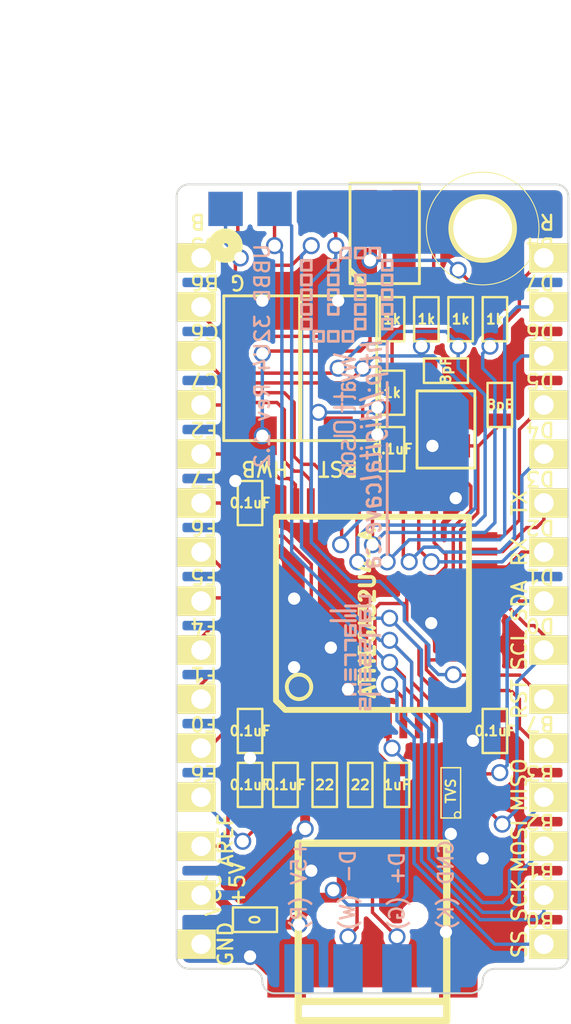
<source format=kicad_pcb>
(kicad_pcb (version 4) (host pcbnew "(2015-07-22 BZR 5980)-product")

  (general
    (links 101)
    (no_connects 0)
    (area 21.213838 27.376001 80.695714 54.3306)
    (thickness 1.6)
    (drawings 62)
    (tracks 555)
    (zones 0)
    (modules 37)
    (nets 42)
  )

  (page User 132.08 132.08)
  (title_block
    (title "UBBB 32u4")
    (date "14 may 2015")
    (rev 1.2)
    (company "Digital Cave")
  )

  (layers
    (0 F.Cu signal)
    (31 B.Cu signal)
    (32 B.Adhes user)
    (33 F.Adhes user)
    (34 B.Paste user)
    (35 F.Paste user)
    (36 B.SilkS user)
    (37 F.SilkS user)
    (38 B.Mask user)
    (39 F.Mask user)
    (40 Dwgs.User user)
    (41 Cmts.User user)
    (42 Eco1.User user)
    (43 Eco2.User user)
    (44 Edge.Cuts user)
  )

  (setup
    (last_trace_width 0.1778)
    (user_trace_width 0.254)
    (user_trace_width 0.508)
    (trace_clearance 0.1778)
    (zone_clearance 0.254)
    (zone_45_only no)
    (trace_min 0.1778)
    (segment_width 0.2)
    (edge_width 0.1)
    (via_size 0.889)
    (via_drill 0.635)
    (via_min_size 0.889)
    (via_min_drill 0.508)
    (uvia_size 0.508)
    (uvia_drill 0.127)
    (uvias_allowed no)
    (uvia_min_size 0.508)
    (uvia_min_drill 0.127)
    (pcb_text_width 0.3)
    (pcb_text_size 1.5 1.5)
    (mod_edge_width 0.15)
    (mod_text_size 1 1)
    (mod_text_width 0.15)
    (pad_size 1.2 1.1)
    (pad_drill 0)
    (pad_to_mask_clearance 0)
    (aux_axis_origin 0 0)
    (visible_elements FFFFFF3F)
    (pcbplotparams
      (layerselection 0x00030_80000001)
      (usegerberextensions true)
      (excludeedgelayer true)
      (linewidth 0.150000)
      (plotframeref false)
      (viasonmask false)
      (mode 1)
      (useauxorigin false)
      (hpglpennumber 1)
      (hpglpenspeed 20)
      (hpglpendiameter 15)
      (hpglpenoverlay 2)
      (psnegative false)
      (psa4output false)
      (plotreference true)
      (plotvalue true)
      (plotinvisibletext false)
      (padsonsilk false)
      (subtractmaskfromsilk false)
      (outputformat 1)
      (mirror false)
      (drillshape 0)
      (scaleselection 1)
      (outputdirectory gerber))
  )

  (net 0 "")
  (net 1 +5V)
  (net 2 /AREF)
  (net 3 /B0)
  (net 4 /B1)
  (net 5 /B2)
  (net 6 /B3)
  (net 7 /B4)
  (net 8 /B5)
  (net 9 /B6)
  (net 10 /B7)
  (net 11 /C6)
  (net 12 /C7)
  (net 13 /D+)
  (net 14 /D-)
  (net 15 /D0)
  (net 16 /D1)
  (net 17 /D2)
  (net 18 /D3)
  (net 19 /D4)
  (net 20 /D5)
  (net 21 /D6)
  (net 22 /D7)
  (net 23 /E2)
  (net 24 /E6)
  (net 25 /F0)
  (net 26 /F1)
  (net 27 /F4)
  (net 28 /F5)
  (net 29 /F6)
  (net 30 /F7)
  (net 31 /LB)
  (net 32 /LG)
  (net 33 /LR)
  (net 34 /RESET)
  (net 35 /UCAP)
  (net 36 /VBUS)
  (net 37 GND)
  (net 38 N-0000036)
  (net 39 N-0000037)
  (net 40 N-0000040)
  (net 41 N-0000041)

  (net_class Default "This is the default net class."
    (clearance 0.1778)
    (trace_width 0.1778)
    (via_dia 0.889)
    (via_drill 0.635)
    (uvia_dia 0.508)
    (uvia_drill 0.127)
    (add_net +5V)
    (add_net /AREF)
    (add_net /B0)
    (add_net /B1)
    (add_net /B2)
    (add_net /B3)
    (add_net /B4)
    (add_net /B5)
    (add_net /B6)
    (add_net /B7)
    (add_net /C6)
    (add_net /C7)
    (add_net /D+)
    (add_net /D-)
    (add_net /D0)
    (add_net /D1)
    (add_net /D2)
    (add_net /D3)
    (add_net /D4)
    (add_net /D5)
    (add_net /D6)
    (add_net /D7)
    (add_net /E2)
    (add_net /E6)
    (add_net /F0)
    (add_net /F1)
    (add_net /F4)
    (add_net /F5)
    (add_net /F6)
    (add_net /F7)
    (add_net /LB)
    (add_net /LG)
    (add_net /LR)
    (add_net /RESET)
    (add_net /UCAP)
    (add_net /VBUS)
    (add_net GND)
    (add_net N-0000036)
    (add_net N-0000037)
    (add_net N-0000040)
    (add_net N-0000041)
  )

  (module PIN_ARRAY_4x1 (layer B.Cu) (tedit 5512D35D) (tstamp 5512D2F7)
    (at 48.094285 63.492611 180)
    (descr "Double rangee de contacts 2 x 5 pins")
    (tags CONN)
    (path /5512D5AC)
    (fp_text reference K1 (at 0 2.54 180) (layer B.SilkS) hide
      (effects (font (size 1.016 1.016) (thickness 0.2032)) (justify mirror))
    )
    (fp_text value PINS_4 (at 0 -2.54 180) (layer B.SilkS) hide
      (effects (font (size 1.016 1.016) (thickness 0.2032)) (justify mirror))
    )
    (pad 1 smd rect (at -3.81 0 180) (size 1.524 2.54) (layers B.Cu B.Paste B.Mask)
      (net 37 GND))
    (pad 2 smd rect (at -1.27 0 180) (size 1.524 2.54) (layers B.Cu B.Paste B.Mask)
      (net 13 /D+))
    (pad 3 smd rect (at 1.27 0 180) (size 1.524 2.54) (layers B.Cu B.Paste B.Mask)
      (net 14 /D-))
    (pad 4 smd rect (at 3.81 0 180) (size 1.524 2.54) (layers B.Cu B.Paste B.Mask)
      (net 36 /VBUS))
  )

  (module ISP_EDGE (layer F.Cu) (tedit 54BF07F3) (tstamp 545A652A)
    (at 43.014285 21.582611 180)
    (path /545A64CA)
    (fp_text reference P1 (at 2.54 0 180) (layer F.SilkS) hide
      (effects (font (size 1 1) (thickness 0.15)))
    )
    (fp_text value ISP (at -2.54 0 180) (layer F.SilkS) hide
      (effects (font (size 1 1) (thickness 0.15)))
    )
    (fp_circle (center 2.54 -4.445) (end 2.413 -4.445) (layer F.SilkS) (width 0.762))
    (pad 5 smd rect (at -2.54 -2.54 180) (size 1.778 1.778) (layers F.Cu F.Paste F.Mask)
      (net 34 /RESET))
    (pad 3 smd rect (at 0 -2.54 180) (size 1.778 1.778) (layers F.Cu F.Paste F.Mask)
      (net 4 /B1))
    (pad 1 smd rect (at 2.54 -2.54 180) (size 1.778 1.778) (layers F.Cu F.Paste F.Mask)
      (net 6 /B3))
    (pad 6 smd rect (at -2.54 -2.54 180) (size 1.778 1.778) (layers B.Cu B.Paste B.Mask)
      (net 37 GND))
    (pad 4 smd rect (at 0 -2.54 180) (size 1.778 1.778) (layers B.Cu B.Paste B.Mask)
      (net 5 /B2))
    (pad 2 smd rect (at 2.54 -2.54 180) (size 1.778 1.778) (layers B.Cu B.Paste B.Mask)
      (net 1 +5V))
  )

  (module PIN_ARRAY_5x1 (layer F.Cu) (tedit 54594D66) (tstamp 545916F1)
    (at 56.984285 57.142611 270)
    (descr "Double rangee de contacts 2 x 5 pins")
    (tags CONN)
    (path /545917B2)
    (fp_text reference P7 (at 0 -2.54 270) (layer F.SilkS) hide
      (effects (font (size 1.016 1.016) (thickness 0.2032)))
    )
    (fp_text value CONN_5 (at 0 2.54 270) (layer F.SilkS) hide
      (effects (font (size 1.016 1.016) (thickness 0.2032)))
    )
    (pad 1 thru_hole rect (at -5.08 0 270) (size 1.524 2.032) (drill 1.016 (offset 0 -0.254)) (layers *.Cu *.Mask F.SilkS)
      (net 10 /B7))
    (pad 2 thru_hole rect (at -2.54 0 270) (size 1.524 2.032) (drill 1.016 (offset 0 -0.254)) (layers *.Cu *.Mask F.SilkS)
      (net 6 /B3))
    (pad 3 thru_hole rect (at 0 0 270) (size 1.524 2.032) (drill 1.016 (offset 0 -0.254)) (layers *.Cu *.Mask F.SilkS)
      (net 5 /B2))
    (pad 4 thru_hole rect (at 2.54 0 270) (size 1.524 2.032) (drill 1.016 (offset 0 -0.254)) (layers *.Cu *.Mask F.SilkS)
      (net 4 /B1))
    (pad 5 thru_hole rect (at 5.08 0 270) (size 1.524 2.032) (drill 1.016 (offset 0 -0.254)) (layers *.Cu *.Mask F.SilkS)
      (net 3 /B0))
  )

  (module PIN_ARRAY_5x1 (layer F.Cu) (tedit 54594D52) (tstamp 545916E4)
    (at 56.984285 44.442611 270)
    (descr "Double rangee de contacts 2 x 5 pins")
    (tags CONN)
    (path /545917B8)
    (fp_text reference P6 (at 0 -2.54 270) (layer F.SilkS) hide
      (effects (font (size 1.016 1.016) (thickness 0.2032)))
    )
    (fp_text value CONN_5 (at 0 2.54 270) (layer F.SilkS) hide
      (effects (font (size 1.016 1.016) (thickness 0.2032)))
    )
    (pad 1 thru_hole rect (at -5.08 0 270) (size 1.524 2.032) (drill 1.016 (offset 0 -0.254)) (layers *.Cu *.Mask F.SilkS)
      (net 18 /D3))
    (pad 2 thru_hole rect (at -2.54 0 270) (size 1.524 2.032) (drill 1.016 (offset 0 -0.254)) (layers *.Cu *.Mask F.SilkS)
      (net 17 /D2))
    (pad 3 thru_hole rect (at 0 0 270) (size 1.524 2.032) (drill 1.016 (offset 0 -0.254)) (layers *.Cu *.Mask F.SilkS)
      (net 16 /D1))
    (pad 4 thru_hole rect (at 2.54 0 270) (size 1.524 2.032) (drill 1.016 (offset 0 -0.254)) (layers *.Cu *.Mask F.SilkS)
      (net 15 /D0))
    (pad 5 thru_hole rect (at 5.08 0 270) (size 1.524 2.032) (drill 1.016 (offset 0 -0.254)) (layers *.Cu *.Mask F.SilkS)
      (net 34 /RESET))
  )

  (module PIN_ARRAY_5x1 (layer F.Cu) (tedit 54594D42) (tstamp 545916D7)
    (at 56.984285 31.742611 270)
    (descr "Double rangee de contacts 2 x 5 pins")
    (tags CONN)
    (path /545917BE)
    (fp_text reference P5 (at 0 -2.54 270) (layer F.SilkS) hide
      (effects (font (size 1.016 1.016) (thickness 0.2032)))
    )
    (fp_text value CONN_5 (at 0 2.54 270) (layer F.SilkS) hide
      (effects (font (size 1.016 1.016) (thickness 0.2032)))
    )
    (pad 1 thru_hole rect (at -5.08 0 270) (size 1.524 2.032) (drill 1.016 (offset 0 -0.254)) (layers *.Cu *.Mask F.SilkS)
      (net 7 /B4))
    (pad 2 thru_hole rect (at -2.54 0 270) (size 1.524 2.032) (drill 1.016 (offset 0 -0.254)) (layers *.Cu *.Mask F.SilkS)
      (net 22 /D7))
    (pad 3 thru_hole rect (at 0 0 270) (size 1.524 2.032) (drill 1.016 (offset 0 -0.254)) (layers *.Cu *.Mask F.SilkS)
      (net 21 /D6))
    (pad 4 thru_hole rect (at 2.54 0 270) (size 1.524 2.032) (drill 1.016 (offset 0 -0.254)) (layers *.Cu *.Mask F.SilkS)
      (net 20 /D5))
    (pad 5 thru_hole rect (at 5.08 0 270) (size 1.524 2.032) (drill 1.016 (offset 0 -0.254)) (layers *.Cu *.Mask F.SilkS)
      (net 19 /D4))
  )

  (module PIN_ARRAY_5x1 (layer F.Cu) (tedit 54594D34) (tstamp 54591718)
    (at 39.204285 31.742611 90)
    (descr "Double rangee de contacts 2 x 5 pins")
    (tags CONN)
    (path /54591799)
    (fp_text reference P4 (at 0 -2.54 90) (layer F.SilkS) hide
      (effects (font (size 1.016 1.016) (thickness 0.2032)))
    )
    (fp_text value CONN_5 (at 0 2.54 90) (layer F.SilkS) hide
      (effects (font (size 1.016 1.016) (thickness 0.2032)))
    )
    (pad 1 thru_hole rect (at -5.08 0 90) (size 1.524 2.032) (drill 1.016 (offset 0 -0.254)) (layers *.Cu *.Mask F.SilkS)
      (net 23 /E2))
    (pad 2 thru_hole rect (at -2.54 0 90) (size 1.524 2.032) (drill 1.016 (offset 0 -0.254)) (layers *.Cu *.Mask F.SilkS)
      (net 12 /C7))
    (pad 3 thru_hole rect (at 0 0 90) (size 1.524 2.032) (drill 1.016 (offset 0 -0.254)) (layers *.Cu *.Mask F.SilkS)
      (net 11 /C6))
    (pad 4 thru_hole rect (at 2.54 0 90) (size 1.524 2.032) (drill 1.016 (offset 0 -0.254)) (layers *.Cu *.Mask F.SilkS)
      (net 9 /B6))
    (pad 5 thru_hole rect (at 5.08 0 90) (size 1.524 2.032) (drill 1.016 (offset 0 -0.254)) (layers *.Cu *.Mask F.SilkS)
      (net 8 /B5))
  )

  (module PIN_ARRAY_5x1 (layer F.Cu) (tedit 54594D28) (tstamp 5459170B)
    (at 39.204285 44.442611 90)
    (descr "Double rangee de contacts 2 x 5 pins")
    (tags CONN)
    (path /545917A6)
    (fp_text reference P3 (at 0 -2.54 90) (layer F.SilkS) hide
      (effects (font (size 1.016 1.016) (thickness 0.2032)))
    )
    (fp_text value CONN_5 (at 0 2.54 90) (layer F.SilkS) hide
      (effects (font (size 1.016 1.016) (thickness 0.2032)))
    )
    (pad 1 thru_hole rect (at -5.08 0 90) (size 1.524 2.032) (drill 1.016 (offset 0 -0.254)) (layers *.Cu *.Mask F.SilkS)
      (net 26 /F1))
    (pad 2 thru_hole rect (at -2.54 0 90) (size 1.524 2.032) (drill 1.016 (offset 0 -0.254)) (layers *.Cu *.Mask F.SilkS)
      (net 27 /F4))
    (pad 3 thru_hole rect (at 0 0 90) (size 1.524 2.032) (drill 1.016 (offset 0 -0.254)) (layers *.Cu *.Mask F.SilkS)
      (net 28 /F5))
    (pad 4 thru_hole rect (at 2.54 0 90) (size 1.524 2.032) (drill 1.016 (offset 0 -0.254)) (layers *.Cu *.Mask F.SilkS)
      (net 29 /F6))
    (pad 5 thru_hole rect (at 5.08 0 90) (size 1.524 2.032) (drill 1.016 (offset 0 -0.254)) (layers *.Cu *.Mask F.SilkS)
      (net 30 /F7))
  )

  (module PIN_ARRAY_5x1 (layer F.Cu) (tedit 545BB72E) (tstamp 545916FE)
    (at 39.204285 57.142611 90)
    (descr "Double rangee de contacts 2 x 5 pins")
    (tags CONN)
    (path /545917AC)
    (fp_text reference P2 (at 0 -2.54 90) (layer F.SilkS) hide
      (effects (font (size 1.016 1.016) (thickness 0.2032)))
    )
    (fp_text value CONN_5 (at 0 2.54 90) (layer F.SilkS) hide
      (effects (font (size 1.016 1.016) (thickness 0.2032)))
    )
    (pad 1 thru_hole rect (at -5.08 0 90) (size 1.524 2.032) (drill 1.016 (offset 0 -0.254)) (layers *.Cu *.Mask F.SilkS)
      (net 37 GND))
    (pad 2 thru_hole rect (at -2.54 0 90) (size 1.524 2.032) (drill 1.016 (offset 0 -0.254)) (layers *.Cu *.Mask F.SilkS)
      (net 1 +5V))
    (pad 3 thru_hole rect (at 0 0 90) (size 1.524 2.032) (drill 1.016 (offset 0 -0.254)) (layers *.Cu *.Mask F.SilkS)
      (net 2 /AREF))
    (pad 4 thru_hole rect (at 2.54 0 90) (size 1.524 2.032) (drill 1.016 (offset 0 -0.254)) (layers *.Cu *.Mask F.SilkS)
      (net 24 /E6))
    (pad 5 thru_hole rect (at 5.08 0 90) (size 1.524 2.032) (drill 1.016 (offset 0 -0.254)) (layers *.Cu *.Mask F.SilkS)
      (net 25 /F0))
  )

  (module USB_MINI_B_fixed (layer F.Cu) (tedit 54594931) (tstamp 54591612)
    (at 48.094285 61.587611 90)
    (descr "USB Mini-B 5-pin SMD connector")
    (tags "USB, Mini-B, connector")
    (path /54580264)
    (fp_text reference CON1 (at 0 6.90118 90) (layer F.SilkS) hide
      (effects (font (size 1.016 1.016) (thickness 0.2032)))
    )
    (fp_text value USB-MINI-B (at 0 -7.0993 90) (layer F.SilkS) hide
      (effects (font (size 1.016 1.016) (thickness 0.2032)))
    )
    (fp_line (start -3.59918 -3.85064) (end -3.59918 3.85064) (layer F.SilkS) (width 0.381))
    (fp_line (start -4.59994 -3.85064) (end -4.59994 3.85064) (layer F.SilkS) (width 0.381))
    (fp_line (start -4.59994 3.85064) (end 4.59994 3.85064) (layer F.SilkS) (width 0.381))
    (fp_line (start 4.59994 3.85064) (end 4.59994 -3.85064) (layer F.SilkS) (width 0.381))
    (fp_line (start 4.59994 -3.85064) (end -4.59994 -3.85064) (layer F.SilkS) (width 0.381))
    (pad 1 smd rect (at 3.44932 -1.6002 90) (size 2.30124 0.50038) (layers F.Cu F.Paste F.Mask)
      (net 36 /VBUS))
    (pad 2 smd rect (at 3.44932 -0.8001 90) (size 2.30124 0.50038) (layers F.Cu F.Paste F.Mask)
      (net 14 /D-))
    (pad 3 smd rect (at 3.44932 0 90) (size 2.30124 0.50038) (layers F.Cu F.Paste F.Mask)
      (net 13 /D+))
    (pad 4 smd rect (at 3.44932 0.8001 90) (size 2.30124 0.50038) (layers F.Cu F.Paste F.Mask))
    (pad 5 smd rect (at 3.44932 1.6002 90) (size 2.30124 0.50038) (layers F.Cu F.Paste F.Mask)
      (net 37 GND))
    (pad 6 smd rect (at 3.35026 -4.45008 90) (size 2.49936 1.99898) (layers F.Cu F.Paste F.Mask)
      (net 37 GND))
    (pad 7 smd rect (at -2.14884 -4.45008 90) (size 2.49936 1.99898) (layers F.Cu F.Paste F.Mask)
      (net 37 GND))
    (pad 8 smd rect (at 3.35026 4.45008 90) (size 2.49936 1.99898) (layers F.Cu F.Paste F.Mask)
      (net 37 GND))
    (pad 9 smd rect (at -2.14884 4.45008 90) (size 2.49936 1.99898) (layers F.Cu F.Paste F.Mask)
      (net 37 GND))
    (pad "" np_thru_hole circle (at 0.8509 -2.19964 90) (size 0.89916 0.89916) (drill 0.89916) (layers *.Cu *.Mask F.SilkS))
    (pad "" np_thru_hole circle (at 0.8509 2.19964 90) (size 0.89916 0.89916) (drill 0.89916) (layers *.Cu *.Mask F.SilkS))
  )

  (module TQFP44 (layer F.Cu) (tedit 54594F3D) (tstamp 54591648)
    (at 48.094285 45.077611 90)
    (path /5457F510)
    (attr smd)
    (fp_text reference U1 (at 0 -1.905 90) (layer F.SilkS) hide
      (effects (font (size 1.524 1.016) (thickness 0.2032)))
    )
    (fp_text value ATMEGA32U4-A (at 0 -0.254 90) (layer F.SilkS)
      (effects (font (size 0.762 0.762) (thickness 0.1905)))
    )
    (fp_line (start 5.0038 -5.0038) (end 5.0038 5.0038) (layer F.SilkS) (width 0.3048))
    (fp_line (start 5.0038 5.0038) (end -5.0038 5.0038) (layer F.SilkS) (width 0.3048))
    (fp_line (start -5.0038 -4.5212) (end -5.0038 5.0038) (layer F.SilkS) (width 0.3048))
    (fp_line (start -4.5212 -5.0038) (end 5.0038 -5.0038) (layer F.SilkS) (width 0.3048))
    (fp_line (start -5.0038 -4.5212) (end -4.5212 -5.0038) (layer F.SilkS) (width 0.3048))
    (fp_circle (center -3.81 -3.81) (end -3.81 -3.175) (layer F.SilkS) (width 0.2032))
    (pad 39 smd rect (at 0 -5.715 90) (size 0.4064 1.524) (layers F.Cu F.Paste F.Mask)
      (net 27 /F4))
    (pad 40 smd rect (at -0.8001 -5.715 90) (size 0.4064 1.524) (layers F.Cu F.Paste F.Mask)
      (net 26 /F1))
    (pad 41 smd rect (at -1.6002 -5.715 90) (size 0.4064 1.524) (layers F.Cu F.Paste F.Mask)
      (net 25 /F0))
    (pad 42 smd rect (at -2.4003 -5.715 90) (size 0.4064 1.524) (layers F.Cu F.Paste F.Mask)
      (net 2 /AREF))
    (pad 43 smd rect (at -3.2004 -5.715 90) (size 0.4064 1.524) (layers F.Cu F.Paste F.Mask)
      (net 37 GND))
    (pad 44 smd rect (at -4.0005 -5.715 90) (size 0.4064 1.524) (layers F.Cu F.Paste F.Mask)
      (net 1 +5V))
    (pad 38 smd rect (at 0.8001 -5.715 90) (size 0.4064 1.524) (layers F.Cu F.Paste F.Mask)
      (net 28 /F5))
    (pad 37 smd rect (at 1.6002 -5.715 90) (size 0.4064 1.524) (layers F.Cu F.Paste F.Mask)
      (net 29 /F6))
    (pad 36 smd rect (at 2.4003 -5.715 90) (size 0.4064 1.524) (layers F.Cu F.Paste F.Mask)
      (net 30 /F7))
    (pad 35 smd rect (at 3.2004 -5.715 90) (size 0.4064 1.524) (layers F.Cu F.Paste F.Mask)
      (net 37 GND))
    (pad 34 smd rect (at 4.0005 -5.715 90) (size 0.4064 1.524) (layers F.Cu F.Paste F.Mask)
      (net 1 +5V))
    (pad 17 smd rect (at 0 5.715 90) (size 0.4064 1.524) (layers F.Cu F.Paste F.Mask)
      (net 39 N-0000037))
    (pad 16 smd rect (at -0.8001 5.715 90) (size 0.4064 1.524) (layers F.Cu F.Paste F.Mask)
      (net 38 N-0000036))
    (pad 15 smd rect (at -1.6002 5.715 90) (size 0.4064 1.524) (layers F.Cu F.Paste F.Mask)
      (net 37 GND))
    (pad 14 smd rect (at -2.4003 5.715 90) (size 0.4064 1.524) (layers F.Cu F.Paste F.Mask)
      (net 1 +5V))
    (pad 13 smd rect (at -3.2004 5.715 90) (size 0.4064 1.524) (layers F.Cu F.Paste F.Mask)
      (net 34 /RESET))
    (pad 12 smd rect (at -4.0005 5.715 90) (size 0.4064 1.524) (layers F.Cu F.Paste F.Mask)
      (net 10 /B7))
    (pad 18 smd rect (at 0.8001 5.715 90) (size 0.4064 1.524) (layers F.Cu F.Paste F.Mask)
      (net 15 /D0))
    (pad 19 smd rect (at 1.6002 5.715 90) (size 0.4064 1.524) (layers F.Cu F.Paste F.Mask)
      (net 16 /D1))
    (pad 20 smd rect (at 2.4003 5.715 90) (size 0.4064 1.524) (layers F.Cu F.Paste F.Mask)
      (net 17 /D2))
    (pad 21 smd rect (at 3.2004 5.715 90) (size 0.4064 1.524) (layers F.Cu F.Paste F.Mask)
      (net 18 /D3))
    (pad 22 smd rect (at 4.0005 5.715 90) (size 0.4064 1.524) (layers F.Cu F.Paste F.Mask)
      (net 20 /D5))
    (pad 6 smd rect (at -5.715 0 90) (size 1.524 0.4064) (layers F.Cu F.Paste F.Mask)
      (net 35 /UCAP))
    (pad 28 smd rect (at 5.715 0 90) (size 1.524 0.4064) (layers F.Cu F.Paste F.Mask)
      (net 7 /B4))
    (pad 7 smd rect (at -5.715 0.8001 90) (size 1.524 0.4064) (layers F.Cu F.Paste F.Mask)
      (net 36 /VBUS))
    (pad 27 smd rect (at 5.715 0.8001 90) (size 1.524 0.4064) (layers F.Cu F.Paste F.Mask)
      (net 22 /D7))
    (pad 26 smd rect (at 5.715 1.6002 90) (size 1.524 0.4064) (layers F.Cu F.Paste F.Mask)
      (net 21 /D6))
    (pad 8 smd rect (at -5.715 1.6002 90) (size 1.524 0.4064) (layers F.Cu F.Paste F.Mask)
      (net 3 /B0))
    (pad 9 smd rect (at -5.715 2.4003 90) (size 1.524 0.4064) (layers F.Cu F.Paste F.Mask)
      (net 4 /B1))
    (pad 25 smd rect (at 5.715 2.4003 90) (size 1.524 0.4064) (layers F.Cu F.Paste F.Mask)
      (net 19 /D4))
    (pad 24 smd rect (at 5.715 3.2004 90) (size 1.524 0.4064) (layers F.Cu F.Paste F.Mask)
      (net 1 +5V))
    (pad 10 smd rect (at -5.715 3.2004 90) (size 1.524 0.4064) (layers F.Cu F.Paste F.Mask)
      (net 5 /B2))
    (pad 11 smd rect (at -5.715 4.0005 90) (size 1.524 0.4064) (layers F.Cu F.Paste F.Mask)
      (net 6 /B3))
    (pad 23 smd rect (at 5.715 4.0005 90) (size 1.524 0.4064) (layers F.Cu F.Paste F.Mask)
      (net 37 GND))
    (pad 29 smd rect (at 5.715 -0.8001 90) (size 1.524 0.4064) (layers F.Cu F.Paste F.Mask)
      (net 8 /B5))
    (pad 5 smd rect (at -5.715 -0.8001 90) (size 1.524 0.4064) (layers F.Cu F.Paste F.Mask)
      (net 37 GND))
    (pad 4 smd rect (at -5.715 -1.6002 90) (size 1.524 0.4064) (layers F.Cu F.Paste F.Mask)
      (net 40 N-0000040))
    (pad 30 smd rect (at 5.715 -1.6002 90) (size 1.524 0.4064) (layers F.Cu F.Paste F.Mask)
      (net 9 /B6))
    (pad 31 smd rect (at 5.715 -2.4003 90) (size 1.524 0.4064) (layers F.Cu F.Paste F.Mask)
      (net 11 /C6))
    (pad 3 smd rect (at -5.715 -2.4003 90) (size 1.524 0.4064) (layers F.Cu F.Paste F.Mask)
      (net 41 N-0000041))
    (pad 2 smd rect (at -5.715 -3.2004 90) (size 1.524 0.4064) (layers F.Cu F.Paste F.Mask)
      (net 1 +5V))
    (pad 32 smd rect (at 5.715 -3.2004 90) (size 1.524 0.4064) (layers F.Cu F.Paste F.Mask)
      (net 12 /C7))
    (pad 33 smd rect (at 5.715 -4.0005 90) (size 1.524 0.4064) (layers F.Cu F.Paste F.Mask)
      (net 23 /E2))
    (pad 1 smd rect (at -5.715 -4.0005 90) (size 1.524 0.4064) (layers F.Cu F.Paste F.Mask)
      (net 24 /E6))
  )

  (module SM0603_VALUE (layer F.Cu) (tedit 53CEE6C5) (tstamp 54591652)
    (at 49.110285 29.837611 270)
    (path /5458183C)
    (attr smd)
    (fp_text reference R7 (at 0 0 270) (layer F.SilkS) hide
      (effects (font (size 0.508 0.508) (thickness 0.1143)))
    )
    (fp_text value 1k (at 0 0 360) (layer F.SilkS)
      (effects (font (size 0.508 0.508) (thickness 0.1143)))
    )
    (fp_line (start -1.143 -0.635) (end 1.143 -0.635) (layer F.SilkS) (width 0.127))
    (fp_line (start 1.143 -0.635) (end 1.143 0.635) (layer F.SilkS) (width 0.127))
    (fp_line (start 1.143 0.635) (end -1.143 0.635) (layer F.SilkS) (width 0.127))
    (fp_line (start -1.143 0.635) (end -1.143 -0.635) (layer F.SilkS) (width 0.127))
    (pad 1 smd rect (at -0.762 0 270) (size 0.635 1.143) (layers F.Cu F.Paste F.Mask)
      (net 23 /E2))
    (pad 2 smd rect (at 0.762 0 270) (size 0.635 1.143) (layers F.Cu F.Paste F.Mask)
      (net 1 +5V))
    (model smd\resistors\R0603.wrl
      (at (xyz 0 0 0.001))
      (scale (xyz 0.5 0.5 0.5))
      (rotate (xyz 0 0 0))
    )
  )

  (module SM0603_VALUE (layer F.Cu) (tedit 53CEE6C5) (tstamp 54591666)
    (at 54.444285 29.837611 270)
    (path /54580CE7)
    (attr smd)
    (fp_text reference R4 (at 0 0 270) (layer F.SilkS) hide
      (effects (font (size 0.508 0.508) (thickness 0.1143)))
    )
    (fp_text value 1k (at 0 0 360) (layer F.SilkS)
      (effects (font (size 0.508 0.508) (thickness 0.1143)))
    )
    (fp_line (start -1.143 -0.635) (end 1.143 -0.635) (layer F.SilkS) (width 0.127))
    (fp_line (start 1.143 -0.635) (end 1.143 0.635) (layer F.SilkS) (width 0.127))
    (fp_line (start 1.143 0.635) (end -1.143 0.635) (layer F.SilkS) (width 0.127))
    (fp_line (start -1.143 0.635) (end -1.143 -0.635) (layer F.SilkS) (width 0.127))
    (pad 1 smd rect (at -0.762 0 270) (size 0.635 1.143) (layers F.Cu F.Paste F.Mask)
      (net 33 /LR))
    (pad 2 smd rect (at 0.762 0 270) (size 0.635 1.143) (layers F.Cu F.Paste F.Mask)
      (net 7 /B4))
    (model smd\resistors\R0603.wrl
      (at (xyz 0 0 0.001))
      (scale (xyz 0.5 0.5 0.5))
      (rotate (xyz 0 0 0))
    )
  )

  (module SM0603_VALUE (layer F.Cu) (tedit 53CEE6C5) (tstamp 54591670)
    (at 49.110285 33.647611 270)
    (path /54580AFB)
    (attr smd)
    (fp_text reference R3 (at 0 0 270) (layer F.SilkS) hide
      (effects (font (size 0.508 0.508) (thickness 0.1143)))
    )
    (fp_text value 1k (at 0 0 360) (layer F.SilkS)
      (effects (font (size 0.508 0.508) (thickness 0.1143)))
    )
    (fp_line (start -1.143 -0.635) (end 1.143 -0.635) (layer F.SilkS) (width 0.127))
    (fp_line (start 1.143 -0.635) (end 1.143 0.635) (layer F.SilkS) (width 0.127))
    (fp_line (start 1.143 0.635) (end -1.143 0.635) (layer F.SilkS) (width 0.127))
    (fp_line (start -1.143 0.635) (end -1.143 -0.635) (layer F.SilkS) (width 0.127))
    (pad 1 smd rect (at -0.762 0 270) (size 0.635 1.143) (layers F.Cu F.Paste F.Mask)
      (net 1 +5V))
    (pad 2 smd rect (at 0.762 0 270) (size 0.635 1.143) (layers F.Cu F.Paste F.Mask)
      (net 34 /RESET))
    (model smd\resistors\R0603.wrl
      (at (xyz 0 0 0.001))
      (scale (xyz 0.5 0.5 0.5))
      (rotate (xyz 0 0 0))
    )
  )

  (module SM0603_VALUE (layer F.Cu) (tedit 53CEE6C5) (tstamp 545916A2)
    (at 47.459285 53.967611 90)
    (path /545805FA)
    (attr smd)
    (fp_text reference R1 (at 0 0 90) (layer F.SilkS) hide
      (effects (font (size 0.508 0.508) (thickness 0.1143)))
    )
    (fp_text value 22 (at 0 0 180) (layer F.SilkS)
      (effects (font (size 0.508 0.508) (thickness 0.1143)))
    )
    (fp_line (start -1.143 -0.635) (end 1.143 -0.635) (layer F.SilkS) (width 0.127))
    (fp_line (start 1.143 -0.635) (end 1.143 0.635) (layer F.SilkS) (width 0.127))
    (fp_line (start 1.143 0.635) (end -1.143 0.635) (layer F.SilkS) (width 0.127))
    (fp_line (start -1.143 0.635) (end -1.143 -0.635) (layer F.SilkS) (width 0.127))
    (pad 1 smd rect (at -0.762 0 90) (size 0.635 1.143) (layers F.Cu F.Paste F.Mask)
      (net 13 /D+))
    (pad 2 smd rect (at 0.762 0 90) (size 0.635 1.143) (layers F.Cu F.Paste F.Mask)
      (net 40 N-0000040))
    (model smd\resistors\R0603.wrl
      (at (xyz 0 0 0.001))
      (scale (xyz 0.5 0.5 0.5))
      (rotate (xyz 0 0 0))
    )
  )

  (module SM0603_VALUE (layer F.Cu) (tedit 53CEE6C5) (tstamp 545916AC)
    (at 45.617785 53.967611 90)
    (path /545805E8)
    (attr smd)
    (fp_text reference R2 (at 0 0 90) (layer F.SilkS) hide
      (effects (font (size 0.508 0.508) (thickness 0.1143)))
    )
    (fp_text value 22 (at 0 0 180) (layer F.SilkS)
      (effects (font (size 0.508 0.508) (thickness 0.1143)))
    )
    (fp_line (start -1.143 -0.635) (end 1.143 -0.635) (layer F.SilkS) (width 0.127))
    (fp_line (start 1.143 -0.635) (end 1.143 0.635) (layer F.SilkS) (width 0.127))
    (fp_line (start 1.143 0.635) (end -1.143 0.635) (layer F.SilkS) (width 0.127))
    (fp_line (start -1.143 0.635) (end -1.143 -0.635) (layer F.SilkS) (width 0.127))
    (pad 1 smd rect (at -0.762 0 90) (size 0.635 1.143) (layers F.Cu F.Paste F.Mask)
      (net 14 /D-))
    (pad 2 smd rect (at 0.762 0 90) (size 0.635 1.143) (layers F.Cu F.Paste F.Mask)
      (net 41 N-0000041))
    (model smd\resistors\R0603.wrl
      (at (xyz 0 0 0.001))
      (scale (xyz 0.5 0.5 0.5))
      (rotate (xyz 0 0 0))
    )
  )

  (module SM0603_VALUE (layer F.Cu) (tedit 53CEE6C5) (tstamp 545916B6)
    (at 49.364285 53.967611 270)
    (path /551D8DF9)
    (attr smd)
    (fp_text reference C4 (at 0 0 270) (layer F.SilkS) hide
      (effects (font (size 0.508 0.508) (thickness 0.1143)))
    )
    (fp_text value 1uF (at 0 0 360) (layer F.SilkS)
      (effects (font (size 0.508 0.508) (thickness 0.1143)))
    )
    (fp_line (start -1.143 -0.635) (end 1.143 -0.635) (layer F.SilkS) (width 0.127))
    (fp_line (start 1.143 -0.635) (end 1.143 0.635) (layer F.SilkS) (width 0.127))
    (fp_line (start 1.143 0.635) (end -1.143 0.635) (layer F.SilkS) (width 0.127))
    (fp_line (start -1.143 0.635) (end -1.143 -0.635) (layer F.SilkS) (width 0.127))
    (pad 1 smd rect (at -0.762 0 270) (size 0.635 1.143) (layers F.Cu F.Paste F.Mask)
      (net 35 /UCAP))
    (pad 2 smd rect (at 0.762 0 270) (size 0.635 1.143) (layers F.Cu F.Paste F.Mask)
      (net 37 GND))
    (model smd\resistors\R0603.wrl
      (at (xyz 0 0 0.001))
      (scale (xyz 0.5 0.5 0.5))
      (rotate (xyz 0 0 0))
    )
  )

  (module SM0603_VALUE (layer F.Cu) (tedit 53CEE6C5) (tstamp 545916C0)
    (at 41.744285 53.967611 90)
    (path /551D8E13)
    (attr smd)
    (fp_text reference C3 (at 0 0 90) (layer F.SilkS) hide
      (effects (font (size 0.508 0.508) (thickness 0.1143)))
    )
    (fp_text value 0.1uF (at 0 0 180) (layer F.SilkS)
      (effects (font (size 0.508 0.508) (thickness 0.1143)))
    )
    (fp_line (start -1.143 -0.635) (end 1.143 -0.635) (layer F.SilkS) (width 0.127))
    (fp_line (start 1.143 -0.635) (end 1.143 0.635) (layer F.SilkS) (width 0.127))
    (fp_line (start 1.143 0.635) (end -1.143 0.635) (layer F.SilkS) (width 0.127))
    (fp_line (start -1.143 0.635) (end -1.143 -0.635) (layer F.SilkS) (width 0.127))
    (pad 1 smd rect (at -0.762 0 90) (size 0.635 1.143) (layers F.Cu F.Paste F.Mask)
      (net 2 /AREF))
    (pad 2 smd rect (at 0.762 0 90) (size 0.635 1.143) (layers F.Cu F.Paste F.Mask)
      (net 37 GND))
    (model smd\resistors\R0603.wrl
      (at (xyz 0 0 0.001))
      (scale (xyz 0.5 0.5 0.5))
      (rotate (xyz 0 0 0))
    )
  )

  (module SM0603_VALUE (layer F.Cu) (tedit 53CEE6C5) (tstamp 54638898)
    (at 43.585785 53.967611 90)
    (path /54AC0BBC)
    (attr smd)
    (fp_text reference C5 (at 0 0 90) (layer F.SilkS) hide
      (effects (font (size 0.508 0.508) (thickness 0.1143)))
    )
    (fp_text value 0.1uF (at 0 0 180) (layer F.SilkS)
      (effects (font (size 0.508 0.508) (thickness 0.1143)))
    )
    (fp_line (start -1.143 -0.635) (end 1.143 -0.635) (layer F.SilkS) (width 0.127))
    (fp_line (start 1.143 -0.635) (end 1.143 0.635) (layer F.SilkS) (width 0.127))
    (fp_line (start 1.143 0.635) (end -1.143 0.635) (layer F.SilkS) (width 0.127))
    (fp_line (start -1.143 0.635) (end -1.143 -0.635) (layer F.SilkS) (width 0.127))
    (pad 1 smd rect (at -0.762 0 90) (size 0.635 1.143) (layers F.Cu F.Paste F.Mask)
      (net 37 GND))
    (pad 2 smd rect (at 0.762 0 90) (size 0.635 1.143) (layers F.Cu F.Paste F.Mask)
      (net 1 +5V))
    (model smd\resistors\R0603.wrl
      (at (xyz 0 0 0.001))
      (scale (xyz 0.5 0.5 0.5))
      (rotate (xyz 0 0 0))
    )
  )

  (module SM0603_VALUE (layer F.Cu) (tedit 53CEE6C5) (tstamp 545BB8D1)
    (at 52.666285 29.837611 270)
    (path /545BBA0D)
    (attr smd)
    (fp_text reference R5 (at 0 0 270) (layer F.SilkS) hide
      (effects (font (size 0.508 0.508) (thickness 0.1143)))
    )
    (fp_text value 1k (at 0 0 360) (layer F.SilkS)
      (effects (font (size 0.508 0.508) (thickness 0.1143)))
    )
    (fp_line (start -1.143 -0.635) (end 1.143 -0.635) (layer F.SilkS) (width 0.127))
    (fp_line (start 1.143 -0.635) (end 1.143 0.635) (layer F.SilkS) (width 0.127))
    (fp_line (start 1.143 0.635) (end -1.143 0.635) (layer F.SilkS) (width 0.127))
    (fp_line (start -1.143 0.635) (end -1.143 -0.635) (layer F.SilkS) (width 0.127))
    (pad 1 smd rect (at -0.762 0 270) (size 0.635 1.143) (layers F.Cu F.Paste F.Mask)
      (net 31 /LB))
    (pad 2 smd rect (at 0.762 0 270) (size 0.635 1.143) (layers F.Cu F.Paste F.Mask)
      (net 8 /B5))
    (model smd\resistors\R0603.wrl
      (at (xyz 0 0 0.001))
      (scale (xyz 0.5 0.5 0.5))
      (rotate (xyz 0 0 0))
    )
  )

  (module SM0603_VALUE (layer F.Cu) (tedit 53CEE6C5) (tstamp 545BB8DB)
    (at 50.888285 29.837611 270)
    (path /545BBA13)
    (attr smd)
    (fp_text reference R6 (at 0 0 270) (layer F.SilkS) hide
      (effects (font (size 0.508 0.508) (thickness 0.1143)))
    )
    (fp_text value 1k (at 0 0 360) (layer F.SilkS)
      (effects (font (size 0.508 0.508) (thickness 0.1143)))
    )
    (fp_line (start -1.143 -0.635) (end 1.143 -0.635) (layer F.SilkS) (width 0.127))
    (fp_line (start 1.143 -0.635) (end 1.143 0.635) (layer F.SilkS) (width 0.127))
    (fp_line (start 1.143 0.635) (end -1.143 0.635) (layer F.SilkS) (width 0.127))
    (fp_line (start -1.143 0.635) (end -1.143 -0.635) (layer F.SilkS) (width 0.127))
    (pad 1 smd rect (at -0.762 0 270) (size 0.635 1.143) (layers F.Cu F.Paste F.Mask)
      (net 32 /LG))
    (pad 2 smd rect (at 0.762 0 270) (size 0.635 1.143) (layers F.Cu F.Paste F.Mask)
      (net 9 /B6))
    (model smd\resistors\R0603.wrl
      (at (xyz 0 0 0.001))
      (scale (xyz 0.5 0.5 0.5))
      (rotate (xyz 0 0 0))
    )
  )

  (module WJ10 (layer B.Cu) (tedit 5399BDF5) (tstamp 545CA4EC)
    (at 47.459285 46.982611 270)
    (fp_text reference WJ10 (at 0 0 270) (layer B.SilkS) hide
      (effects (font (size 1 1) (thickness 0.15)) (justify mirror))
    )
    (fp_text value VAL** (at 0 0 270) (layer B.SilkS) hide
      (effects (font (size 1 1) (thickness 0.15)) (justify mirror))
    )
    (fp_line (start -2.286 -0.508) (end -2.286 0.762) (layer B.SilkS) (width 0.15))
    (fp_line (start -2.794 -0.508) (end -2.794 0) (layer B.SilkS) (width 0.15))
    (fp_line (start -2.286 -0.508) (end -2.794 -0.508) (layer B.SilkS) (width 0.15))
    (fp_line (start 3.048 -0.508) (end 2.54 -0.508) (layer B.SilkS) (width 0.15))
    (fp_line (start 3.048 -0.254) (end 3.048 -0.508) (layer B.SilkS) (width 0.15))
    (fp_line (start 2.54 -0.254) (end 3.048 -0.254) (layer B.SilkS) (width 0.15))
    (fp_line (start 2.54 0) (end 2.54 -0.254) (layer B.SilkS) (width 0.15))
    (fp_line (start 3.048 0) (end 2.54 0) (layer B.SilkS) (width 0.15))
    (fp_line (start 2.286 0) (end 2.286 -1.016) (layer B.SilkS) (width 0.15))
    (fp_line (start 1.778 0) (end 2.286 0) (layer B.SilkS) (width 0.15))
    (fp_line (start 1.778 -0.508) (end 1.778 0) (layer B.SilkS) (width 0.15))
    (fp_line (start -0.762 -0.508) (end -0.762 -1.016) (layer B.SilkS) (width 0.15))
    (fp_line (start 1.016 -0.508) (end 1.524 -0.508) (layer B.SilkS) (width 0.15))
    (fp_line (start 1.016 -0.254) (end 1.524 -0.254) (layer B.SilkS) (width 0.15))
    (fp_line (start 1.016 0) (end 1.524 0) (layer B.SilkS) (width 0.15))
    (fp_line (start 0.762 -0.508) (end 0.254 -0.508) (layer B.SilkS) (width 0.15))
    (fp_line (start 0.762 -0.254) (end 0.762 -0.508) (layer B.SilkS) (width 0.15))
    (fp_line (start 0.254 -0.254) (end 0.762 -0.254) (layer B.SilkS) (width 0.15))
    (fp_line (start 0.254 0) (end 0.254 -0.254) (layer B.SilkS) (width 0.15))
    (fp_line (start 0.762 0) (end 0.254 0) (layer B.SilkS) (width 0.15))
    (fp_line (start 0 -0.508) (end -0.508 -0.508) (layer B.SilkS) (width 0.15))
    (fp_line (start 0 -0.254) (end 0 -0.508) (layer B.SilkS) (width 0.15))
    (fp_line (start -0.508 -0.254) (end 0 -0.254) (layer B.SilkS) (width 0.15))
    (fp_line (start -0.508 0) (end -0.508 -0.254) (layer B.SilkS) (width 0.15))
    (fp_line (start 0 0) (end -0.508 0) (layer B.SilkS) (width 0.15))
    (fp_line (start -0.762 -0.508) (end -0.762 0) (layer B.SilkS) (width 0.15))
    (fp_line (start -1.27 0) (end -0.762 0) (layer B.SilkS) (width 0.15))
    (fp_line (start -1.27 -0.508) (end -1.27 0) (layer B.SilkS) (width 0.15))
    (fp_line (start -2.032 -0.508) (end -1.524 -0.508) (layer B.SilkS) (width 0.15))
    (fp_line (start -2.032 -0.254) (end -2.032 -0.508) (layer B.SilkS) (width 0.15))
    (fp_line (start -2.032 -0.254) (end -1.524 -0.254) (layer B.SilkS) (width 0.15))
    (fp_line (start -1.524 0) (end -1.524 -0.508) (layer B.SilkS) (width 0.15))
    (fp_line (start -2.032 0) (end -1.524 0) (layer B.SilkS) (width 0.15))
    (fp_line (start -1.524 1.524) (end -1.524 0.254) (layer B.SilkS) (width 0.15))
    (fp_line (start -1.778 0.762) (end -1.778 0.254) (layer B.SilkS) (width 0.15))
    (fp_line (start -2.032 1.524) (end -2.032 0.254) (layer B.SilkS) (width 0.15))
    (fp_line (start 2.286 0.762) (end 2.286 0.254) (layer B.SilkS) (width 0.15))
    (fp_line (start 1.778 0.762) (end 2.286 0.762) (layer B.SilkS) (width 0.15))
    (fp_line (start 1.778 0.254) (end 1.778 0.762) (layer B.SilkS) (width 0.15))
    (fp_line (start 1.016 0.254) (end 1.524 0.254) (layer B.SilkS) (width 0.15))
    (fp_line (start 1.016 0.508) (end 1.524 0.508) (layer B.SilkS) (width 0.15))
    (fp_line (start 1.016 0.762) (end 1.524 0.762) (layer B.SilkS) (width 0.15))
    (fp_line (start 0.254 0.762) (end 0.762 0.762) (layer B.SilkS) (width 0.15))
    (fp_line (start 0.254 0.254) (end 0.254 0.762) (layer B.SilkS) (width 0.15))
    (fp_line (start -0.508 0.762) (end 0 0.762) (layer B.SilkS) (width 0.15))
    (fp_line (start -0.508 0.762) (end -0.508 0.254) (layer B.SilkS) (width 0.15))
    (fp_line (start -1.27 0.508) (end -0.762 0.508) (layer B.SilkS) (width 0.15))
    (fp_line (start -1.27 0.254) (end -1.27 0.508) (layer B.SilkS) (width 0.15))
    (fp_line (start -0.762 0.254) (end -1.27 0.254) (layer B.SilkS) (width 0.15))
    (fp_line (start -0.762 0.762) (end -0.762 0.254) (layer B.SilkS) (width 0.15))
    (fp_line (start -1.27 0.762) (end -0.762 0.762) (layer B.SilkS) (width 0.15))
  )

  (module DIGITALCAVE_LOGO (layer B.Cu) (tedit 54639F29) (tstamp 54640A81)
    (at 46.824285 28.567611 90)
    (fp_text reference VAL (at 0 0 90) (layer B.SilkS) hide
      (effects (font (size 0.381 0.381) (thickness 0.127)) (justify mirror))
    )
    (fp_text value REF (at 0 0 90) (layer B.SilkS) hide
      (effects (font (size 0.381 0.381) (thickness 0.127)) (justify mirror))
    )
    (fp_line (start 1.27 -1.905) (end 1.778 -1.905) (layer B.SilkS) (width 0.15))
    (fp_line (start 1.778 -1.905) (end 1.778 -2.413) (layer B.SilkS) (width 0.15))
    (fp_line (start 1.778 -2.413) (end 1.27 -2.413) (layer B.SilkS) (width 0.15))
    (fp_line (start 1.27 -2.413) (end 1.27 -1.905) (layer B.SilkS) (width 0.15))
    (fp_line (start 0.508 -1.905) (end 1.016 -1.905) (layer B.SilkS) (width 0.15))
    (fp_line (start 1.016 -1.905) (end 1.016 -2.413) (layer B.SilkS) (width 0.15))
    (fp_line (start 1.016 -2.413) (end 0.508 -2.413) (layer B.SilkS) (width 0.15))
    (fp_line (start 0.508 -2.413) (end 0.508 -1.905) (layer B.SilkS) (width 0.15))
    (fp_line (start -0.254 -1.905) (end 0.254 -1.905) (layer B.SilkS) (width 0.15))
    (fp_line (start 0.254 -1.905) (end 0.254 -2.413) (layer B.SilkS) (width 0.15))
    (fp_line (start 0.254 -2.413) (end -0.254 -2.413) (layer B.SilkS) (width 0.15))
    (fp_line (start -0.254 -2.413) (end -0.254 -1.905) (layer B.SilkS) (width 0.15))
    (fp_line (start -1.016 -1.905) (end -0.508 -1.905) (layer B.SilkS) (width 0.15))
    (fp_line (start -0.508 -1.905) (end -0.508 -2.413) (layer B.SilkS) (width 0.15))
    (fp_line (start -0.508 -2.413) (end -1.016 -2.413) (layer B.SilkS) (width 0.15))
    (fp_line (start -1.016 -2.413) (end -1.016 -1.905) (layer B.SilkS) (width 0.15))
    (fp_line (start -1.778 -1.905) (end -1.27 -1.905) (layer B.SilkS) (width 0.15))
    (fp_line (start -1.27 -1.905) (end -1.27 -2.413) (layer B.SilkS) (width 0.15))
    (fp_line (start -1.27 -2.413) (end -1.778 -2.413) (layer B.SilkS) (width 0.15))
    (fp_line (start -1.778 -2.413) (end -1.778 -1.905) (layer B.SilkS) (width 0.15))
    (fp_line (start -2.413 -1.27) (end -1.905 -1.27) (layer B.SilkS) (width 0.15))
    (fp_line (start -1.905 -1.27) (end -1.905 -1.778) (layer B.SilkS) (width 0.15))
    (fp_line (start -1.905 -1.778) (end -2.413 -1.778) (layer B.SilkS) (width 0.15))
    (fp_line (start -2.413 -1.778) (end -2.413 -1.27) (layer B.SilkS) (width 0.15))
    (fp_line (start -1.905 -0.508) (end -1.905 -1.016) (layer B.SilkS) (width 0.15))
    (fp_line (start -1.905 -1.016) (end -2.413 -1.016) (layer B.SilkS) (width 0.15))
    (fp_line (start -2.413 -1.016) (end -2.413 -0.508) (layer B.SilkS) (width 0.15))
    (fp_line (start -2.413 -0.508) (end -1.905 -0.508) (layer B.SilkS) (width 0.15))
    (fp_line (start -1.905 0.254) (end -1.905 -0.254) (layer B.SilkS) (width 0.15))
    (fp_line (start -1.905 -0.254) (end -2.413 -0.254) (layer B.SilkS) (width 0.15))
    (fp_line (start -2.413 -0.254) (end -2.413 0.254) (layer B.SilkS) (width 0.15))
    (fp_line (start -2.413 0.254) (end -1.905 0.254) (layer B.SilkS) (width 0.15))
    (fp_line (start -1.27 0.889) (end -1.27 0.381) (layer B.SilkS) (width 0.15))
    (fp_line (start -1.27 0.381) (end -1.778 0.381) (layer B.SilkS) (width 0.15))
    (fp_line (start -1.778 0.381) (end -1.778 0.889) (layer B.SilkS) (width 0.15))
    (fp_line (start -1.778 0.889) (end -1.27 0.889) (layer B.SilkS) (width 0.15))
    (fp_line (start -0.508 0.381) (end -0.508 0.889) (layer B.SilkS) (width 0.15))
    (fp_line (start -0.508 0.889) (end -1.016 0.889) (layer B.SilkS) (width 0.15))
    (fp_line (start -1.016 0.889) (end -1.016 0.381) (layer B.SilkS) (width 0.15))
    (fp_line (start -1.016 0.381) (end -0.508 0.381) (layer B.SilkS) (width 0.15))
    (fp_line (start 0.254 0.889) (end 0.254 0.381) (layer B.SilkS) (width 0.15))
    (fp_line (start 0.254 0.381) (end -0.254 0.381) (layer B.SilkS) (width 0.15))
    (fp_line (start -0.254 0.381) (end -0.254 0.889) (layer B.SilkS) (width 0.15))
    (fp_line (start -0.254 0.889) (end 0.254 0.889) (layer B.SilkS) (width 0.15))
    (fp_line (start 1.016 0.381) (end 1.016 0.889) (layer B.SilkS) (width 0.15))
    (fp_line (start 1.016 0.889) (end 0.508 0.889) (layer B.SilkS) (width 0.15))
    (fp_line (start 0.508 0.889) (end 0.508 0.381) (layer B.SilkS) (width 0.15))
    (fp_line (start 0.508 0.381) (end 1.016 0.381) (layer B.SilkS) (width 0.15))
    (fp_line (start -0.508 -1.016) (end -0.508 -0.508) (layer B.SilkS) (width 0.15))
    (fp_line (start -0.508 -0.508) (end -1.016 -0.508) (layer B.SilkS) (width 0.15))
    (fp_line (start -1.016 -0.508) (end -1.016 -1.016) (layer B.SilkS) (width 0.15))
    (fp_line (start -1.016 -1.016) (end -0.508 -1.016) (layer B.SilkS) (width 0.15))
    (fp_line (start 0.254 -1.016) (end -0.254 -1.016) (layer B.SilkS) (width 0.15))
    (fp_line (start -0.254 -1.016) (end -0.254 -0.508) (layer B.SilkS) (width 0.15))
    (fp_line (start 0.254 -1.016) (end 0.254 -0.508) (layer B.SilkS) (width 0.15))
    (fp_line (start 0.254 -0.508) (end -0.254 -0.508) (layer B.SilkS) (width 0.15))
    (fp_line (start 1.016 -0.508) (end 1.016 -1.016) (layer B.SilkS) (width 0.15))
    (fp_line (start 1.016 -1.016) (end 0.508 -1.016) (layer B.SilkS) (width 0.15))
    (fp_line (start 0.508 -1.016) (end 0.508 -0.508) (layer B.SilkS) (width 0.15))
    (fp_line (start 0.508 -0.508) (end 1.016 -0.508) (layer B.SilkS) (width 0.15))
    (fp_line (start 1.778 -0.508) (end 1.778 -1.016) (layer B.SilkS) (width 0.15))
    (fp_line (start 1.778 -1.016) (end 1.27 -1.016) (layer B.SilkS) (width 0.15))
    (fp_line (start 1.27 -1.016) (end 1.27 -0.508) (layer B.SilkS) (width 0.15))
    (fp_line (start 1.27 -0.508) (end 1.778 -0.508) (layer B.SilkS) (width 0.15))
    (fp_line (start 1.905 0.127) (end 2.413 0.127) (layer B.SilkS) (width 0.15))
    (fp_line (start 2.413 0.127) (end 2.413 -0.381) (layer B.SilkS) (width 0.15))
    (fp_line (start 2.413 -0.381) (end 1.905 -0.381) (layer B.SilkS) (width 0.15))
    (fp_line (start 1.905 -0.381) (end 1.905 0.127) (layer B.SilkS) (width 0.15))
    (fp_line (start 1.905 0.889) (end 2.413 0.889) (layer B.SilkS) (width 0.15))
    (fp_line (start 2.413 0.889) (end 2.413 0.381) (layer B.SilkS) (width 0.15))
    (fp_line (start 2.413 0.381) (end 1.905 0.381) (layer B.SilkS) (width 0.15))
    (fp_line (start 1.905 0.381) (end 1.905 0.889) (layer B.SilkS) (width 0.15))
    (fp_line (start 1.905 1.651) (end 2.413 1.651) (layer B.SilkS) (width 0.15))
    (fp_line (start 2.413 1.651) (end 2.413 1.143) (layer B.SilkS) (width 0.15))
    (fp_line (start 2.413 1.143) (end 1.905 1.143) (layer B.SilkS) (width 0.15))
    (fp_line (start 1.905 1.143) (end 1.905 1.651) (layer B.SilkS) (width 0.15))
    (fp_line (start 1.27 2.286) (end 1.27 1.778) (layer B.SilkS) (width 0.15))
    (fp_line (start 1.27 1.778) (end 1.778 1.778) (layer B.SilkS) (width 0.15))
    (fp_line (start 1.778 1.778) (end 1.778 2.286) (layer B.SilkS) (width 0.15))
    (fp_line (start 1.778 2.286) (end 1.27 2.286) (layer B.SilkS) (width 0.15))
    (fp_line (start 0.508 2.286) (end 0.508 1.778) (layer B.SilkS) (width 0.15))
    (fp_line (start 0.508 1.778) (end 1.016 1.778) (layer B.SilkS) (width 0.15))
    (fp_line (start 1.016 1.778) (end 1.016 2.286) (layer B.SilkS) (width 0.15))
    (fp_line (start 1.016 2.286) (end 0.508 2.286) (layer B.SilkS) (width 0.15))
    (fp_line (start -0.254 2.286) (end -0.254 1.778) (layer B.SilkS) (width 0.15))
    (fp_line (start -0.254 1.778) (end 0.254 1.778) (layer B.SilkS) (width 0.15))
    (fp_line (start 0.254 1.778) (end 0.254 2.286) (layer B.SilkS) (width 0.15))
    (fp_line (start 0.254 2.286) (end -0.254 2.286) (layer B.SilkS) (width 0.15))
    (fp_line (start -1.016 2.286) (end -1.016 1.778) (layer B.SilkS) (width 0.15))
    (fp_line (start -1.016 1.778) (end -0.508 1.778) (layer B.SilkS) (width 0.15))
    (fp_line (start -0.508 1.778) (end -0.508 2.286) (layer B.SilkS) (width 0.15))
    (fp_line (start -0.508 2.286) (end -1.016 2.286) (layer B.SilkS) (width 0.15))
    (fp_line (start -1.778 2.286) (end -1.778 1.778) (layer B.SilkS) (width 0.15))
    (fp_line (start -1.778 1.778) (end -1.27 1.778) (layer B.SilkS) (width 0.15))
    (fp_line (start -1.27 1.778) (end -1.27 2.286) (layer B.SilkS) (width 0.15))
    (fp_line (start -1.27 2.286) (end -1.778 2.286) (layer B.SilkS) (width 0.15))
  )

  (module DIGITALCAVE_AUTHOR (layer B.Cu) (tedit 5463A736) (tstamp 5464D085)
    (at 46.824285 34.917611 270)
    (fp_text reference VAL (at 0 0 270) (layer B.SilkS) hide
      (effects (font (size 1.143 1.143) (thickness 0.1778)) (justify mirror))
    )
    (fp_text value DIGITALCAVE_AUTHOR (at 0 0 270) (layer B.SilkS) hide
      (effects (font (size 1.143 1.143) (thickness 0.1778)) (justify mirror))
    )
    (fp_line (start 2.9464 0.1524) (end 2.9464 -0.3556) (layer B.SilkS) (width 0.127))
    (fp_line (start 2.7432 0.3048) (end 2.794 0.3048) (layer B.SilkS) (width 0.127))
    (fp_line (start 2.794 0.3048) (end 2.8956 0.254) (layer B.SilkS) (width 0.127))
    (fp_line (start 2.8956 0.254) (end 2.9464 0.1524) (layer B.SilkS) (width 0.127))
    (fp_line (start 2.6416 0.254) (end 2.7432 0.3048) (layer B.SilkS) (width 0.127))
    (fp_line (start 2.6416 0.254) (end 2.4892 0.1524) (layer B.SilkS) (width 0.127))
    (fp_line (start 2.4892 0.3048) (end 2.4892 -0.3556) (layer B.SilkS) (width 0.127))
    (fp_line (start 1.8796 0.1524) (end 1.8796 -0.2032) (layer B.SilkS) (width 0.127))
    (fp_line (start 1.8796 -0.2032) (end 1.9304 -0.3048) (layer B.SilkS) (width 0.127))
    (fp_line (start 1.9304 -0.3048) (end 2.032 -0.3556) (layer B.SilkS) (width 0.127))
    (fp_line (start 2.032 -0.3556) (end 2.1336 -0.3556) (layer B.SilkS) (width 0.127))
    (fp_line (start 2.1336 -0.3556) (end 2.2352 -0.3048) (layer B.SilkS) (width 0.127))
    (fp_line (start 2.2352 -0.3048) (end 2.286 -0.2032) (layer B.SilkS) (width 0.127))
    (fp_line (start 2.286 -0.2032) (end 2.286 0.1524) (layer B.SilkS) (width 0.127))
    (fp_line (start 2.286 0.1524) (end 2.2352 0.254) (layer B.SilkS) (width 0.127))
    (fp_line (start 2.2352 0.254) (end 2.1336 0.3048) (layer B.SilkS) (width 0.127))
    (fp_line (start 2.1336 0.3048) (end 2.0828 0.3048) (layer B.SilkS) (width 0.127))
    (fp_line (start 2.032 0.3048) (end 1.9304 0.254) (layer B.SilkS) (width 0.127))
    (fp_line (start 1.9304 0.254) (end 1.8796 0.1524) (layer B.SilkS) (width 0.127))
    (fp_line (start 1.3716 0.3048) (end 1.6256 0.3048) (layer B.SilkS) (width 0.127))
    (fp_line (start 1.3716 0) (end 1.524 0) (layer B.SilkS) (width 0.127))
    (fp_line (start 1.3716 0) (end 1.27 0.0508) (layer B.SilkS) (width 0.127))
    (fp_line (start 1.27 0.0508) (end 1.2192 0.1524) (layer B.SilkS) (width 0.127))
    (fp_line (start 1.2192 0.1524) (end 1.27 0.254) (layer B.SilkS) (width 0.127))
    (fp_line (start 1.27 0.254) (end 1.3716 0.3048) (layer B.SilkS) (width 0.127))
    (fp_line (start 1.27 -0.3556) (end 1.524 -0.3556) (layer B.SilkS) (width 0.127))
    (fp_line (start 1.524 -0.3556) (end 1.6256 -0.3048) (layer B.SilkS) (width 0.127))
    (fp_line (start 1.6256 -0.3048) (end 1.6764 -0.2032) (layer B.SilkS) (width 0.127))
    (fp_line (start 1.6764 -0.2032) (end 1.6764 -0.1524) (layer B.SilkS) (width 0.127))
    (fp_line (start 1.6764 -0.1524) (end 1.6256 -0.0508) (layer B.SilkS) (width 0.127))
    (fp_line (start 1.6256 -0.0508) (end 1.524 0) (layer B.SilkS) (width 0.127))
    (fp_line (start 1.016 -0.3048) (end 1.1176 -0.3556) (layer B.SilkS) (width 0.127))
    (fp_line (start 0.9652 0.7112) (end 0.9652 -0.2032) (layer B.SilkS) (width 0.127))
    (fp_line (start 0.9652 -0.2032) (end 1.016 -0.3048) (layer B.SilkS) (width 0.127))
    (fp_line (start 0.254 0.5588) (end 0.254 -0.2032) (layer B.SilkS) (width 0.127))
    (fp_line (start 0.254 -0.2032) (end 0.3048 -0.3048) (layer B.SilkS) (width 0.127))
    (fp_line (start 0.3048 -0.3048) (end 0.4064 -0.3556) (layer B.SilkS) (width 0.127))
    (fp_line (start 0.4064 -0.3556) (end 0.6096 -0.3556) (layer B.SilkS) (width 0.127))
    (fp_line (start 0.6096 -0.3556) (end 0.7112 -0.3048) (layer B.SilkS) (width 0.127))
    (fp_line (start 0.7112 -0.3048) (end 0.762 -0.2032) (layer B.SilkS) (width 0.127))
    (fp_line (start 0.762 -0.2032) (end 0.762 0.5588) (layer B.SilkS) (width 0.127))
    (fp_line (start 0.762 0.5588) (end 0.7112 0.6604) (layer B.SilkS) (width 0.127))
    (fp_line (start 0.7112 0.6604) (end 0.6096 0.7112) (layer B.SilkS) (width 0.127))
    (fp_line (start 0.6096 0.7112) (end 0.4064 0.7112) (layer B.SilkS) (width 0.127))
    (fp_line (start 0.4064 0.7112) (end 0.3048 0.6604) (layer B.SilkS) (width 0.127))
    (fp_line (start 0.3048 0.6604) (end 0.254 0.5588) (layer B.SilkS) (width 0.127))
    (fp_line (start -0.508 -0.254) (end -0.4572 -0.3556) (layer B.SilkS) (width 0.127))
    (fp_line (start -0.508 0.7112) (end -0.508 -0.254) (layer B.SilkS) (width 0.127))
    (fp_line (start -0.7112 0.3048) (end -0.3048 0.3048) (layer B.SilkS) (width 0.127))
    (fp_line (start -0.6096 0.3048) (end -0.508 0.4064) (layer B.SilkS) (width 0.127))
    (fp_line (start -0.4064 -0.3556) (end -0.4572 -0.3556) (layer B.SilkS) (width 0.127))
    (fp_line (start -0.9652 -0.3556) (end -1.016 -0.3556) (layer B.SilkS) (width 0.127))
    (fp_line (start -1.1684 0.3048) (end -1.0668 0.4064) (layer B.SilkS) (width 0.127))
    (fp_line (start -1.27 0.3048) (end -0.8636 0.3048) (layer B.SilkS) (width 0.127))
    (fp_line (start -1.0668 0.7112) (end -1.0668 -0.254) (layer B.SilkS) (width 0.127))
    (fp_line (start -1.0668 -0.254) (end -1.016 -0.3556) (layer B.SilkS) (width 0.127))
    (fp_line (start -1.778 -0.0508) (end -1.778 -0.254) (layer B.SilkS) (width 0.127))
    (fp_line (start -1.778 -0.254) (end -1.6764 -0.3556) (layer B.SilkS) (width 0.127))
    (fp_line (start -1.4224 -0.0508) (end -1.5748 0.0508) (layer B.SilkS) (width 0.127))
    (fp_line (start -1.5748 0.0508) (end -1.6764 0.0508) (layer B.SilkS) (width 0.127))
    (fp_line (start -1.6764 0.0508) (end -1.778 -0.0508) (layer B.SilkS) (width 0.127))
    (fp_line (start -1.6764 -0.3556) (end -1.5748 -0.3556) (layer B.SilkS) (width 0.127))
    (fp_line (start -1.5748 -0.3556) (end -1.4224 -0.254) (layer B.SilkS) (width 0.127))
    (fp_line (start -1.6764 0.3048) (end -1.4732 0.3048) (layer B.SilkS) (width 0.127))
    (fp_line (start -1.4732 0.3048) (end -1.4224 0.254) (layer B.SilkS) (width 0.127))
    (fp_line (start -1.4224 0.254) (end -1.4224 -0.3556) (layer B.SilkS) (width 0.127))
    (fp_line (start -1.7272 0.254) (end -1.6764 0.3048) (layer B.SilkS) (width 0.127))
    (fp_line (start -1.8796 0.3048) (end -2.1336 -0.508) (layer B.SilkS) (width 0.127))
    (fp_line (start -2.1336 -0.508) (end -2.2352 -0.6096) (layer B.SilkS) (width 0.127))
    (fp_line (start -2.2352 0.3048) (end -2.0828 -0.3556) (layer B.SilkS) (width 0.127))
    (fp_line (start -2.794 0.508) (end -2.5908 -0.3556) (layer B.SilkS) (width 0.127))
    (fp_line (start -2.5908 -0.3556) (end -2.3368 0.7112) (layer B.SilkS) (width 0.127))
    (fp_line (start -3.2512 0.7112) (end -2.9972 -0.3556) (layer B.SilkS) (width 0.127))
    (fp_line (start -2.9972 -0.3556) (end -2.7432 0.7112) (layer B.SilkS) (width 0.127))
  )

  (module DIGITALCAVE_URL (layer B.Cu) (tedit 5463AA5A) (tstamp 5464DF6C)
    (at 48.094285 36.822611 270)
    (fp_text reference DIGITALCAVE_URL (at 0 1.651 270) (layer B.SilkS) hide
      (effects (font (size 1 1) (thickness 0.15)) (justify mirror))
    )
    (fp_text value VAL** (at 0 -2.032 270) (layer B.SilkS) hide
      (effects (font (size 1 1) (thickness 0.15)) (justify mirror))
    )
    (fp_line (start 3.6322 -0.0762) (end 4.064 0.0254) (layer B.SilkS) (width 0.15))
    (fp_line (start 4.064 0.0254) (end 4.064 0.1016) (layer B.SilkS) (width 0.15))
    (fp_line (start 4.064 0.1016) (end 4.0386 0.2286) (layer B.SilkS) (width 0.15))
    (fp_line (start 4.0386 0.2286) (end 3.9624 0.2794) (layer B.SilkS) (width 0.15))
    (fp_line (start 3.9624 0.2794) (end 3.8354 0.2794) (layer B.SilkS) (width 0.15))
    (fp_line (start 3.8354 0.2794) (end 3.7338 0.2286) (layer B.SilkS) (width 0.15))
    (fp_line (start 3.7338 0.2286) (end 3.683 0.127) (layer B.SilkS) (width 0.15))
    (fp_line (start 3.683 0.127) (end 3.6322 -0.254) (layer B.SilkS) (width 0.15))
    (fp_line (start 3.6322 -0.254) (end 3.6576 -0.3556) (layer B.SilkS) (width 0.15))
    (fp_line (start 3.6576 -0.3556) (end 3.7592 -0.4064) (layer B.SilkS) (width 0.15))
    (fp_line (start 3.7592 -0.4064) (end 3.8862 -0.4064) (layer B.SilkS) (width 0.15))
    (fp_line (start 3.8862 -0.4064) (end 3.9624 -0.3302) (layer B.SilkS) (width 0.15))
    (fp_line (start 3.0226 0.254) (end 3.1496 -0.4064) (layer B.SilkS) (width 0.15))
    (fp_line (start 3.1496 -0.4064) (end 3.429 0.2794) (layer B.SilkS) (width 0.15))
    (fp_line (start 5.7658 -0.3556) (end 5.6896 -0.4064) (layer B.SilkS) (width 0.15))
    (fp_line (start 5.6896 -0.4064) (end 5.4864 -0.4064) (layer B.SilkS) (width 0.15))
    (fp_line (start 5.4864 -0.4064) (end 5.4356 -0.3556) (layer B.SilkS) (width 0.15))
    (fp_line (start 5.4356 -0.3556) (end 5.4102 -0.2794) (layer B.SilkS) (width 0.15))
    (fp_line (start 5.4102 -0.2794) (end 5.4102 -0.1778) (layer B.SilkS) (width 0.15))
    (fp_line (start 5.4102 -0.1778) (end 5.4102 -0.1016) (layer B.SilkS) (width 0.15))
    (fp_line (start 5.4102 -0.1016) (end 5.4864 -0.0508) (layer B.SilkS) (width 0.15))
    (fp_line (start 5.4864 -0.0508) (end 5.5626 -0.0254) (layer B.SilkS) (width 0.15))
    (fp_line (start 5.5626 -0.0254) (end 5.7404 -0.0254) (layer B.SilkS) (width 0.15))
    (fp_line (start 5.7404 -0.0254) (end 5.7912 0.0254) (layer B.SilkS) (width 0.15))
    (fp_line (start 5.4864 0.2032) (end 5.588 0.2794) (layer B.SilkS) (width 0.15))
    (fp_line (start 5.588 0.2794) (end 5.7404 0.2794) (layer B.SilkS) (width 0.15))
    (fp_line (start 5.7404 0.2794) (end 5.8166 0.2286) (layer B.SilkS) (width 0.15))
    (fp_line (start 5.8166 0.2286) (end 5.842 0.127) (layer B.SilkS) (width 0.15))
    (fp_line (start 5.842 0.127) (end 5.7658 -0.4064) (layer B.SilkS) (width 0.15))
    (fp_line (start 2.7178 0.127) (end 2.6416 -0.4064) (layer B.SilkS) (width 0.15))
    (fp_line (start 2.6924 0.2286) (end 2.7178 0.127) (layer B.SilkS) (width 0.15))
    (fp_line (start 2.6162 0.2794) (end 2.6924 0.2286) (layer B.SilkS) (width 0.15))
    (fp_line (start 2.4638 0.2794) (end 2.6162 0.2794) (layer B.SilkS) (width 0.15))
    (fp_line (start 2.3622 0.2032) (end 2.4638 0.2794) (layer B.SilkS) (width 0.15))
    (fp_line (start 2.6162 -0.0254) (end 2.667 0.0254) (layer B.SilkS) (width 0.15))
    (fp_line (start 2.4384 -0.0254) (end 2.6162 -0.0254) (layer B.SilkS) (width 0.15))
    (fp_line (start 2.3622 -0.0508) (end 2.4384 -0.0254) (layer B.SilkS) (width 0.15))
    (fp_line (start 2.286 -0.1016) (end 2.3622 -0.0508) (layer B.SilkS) (width 0.15))
    (fp_line (start 2.286 -0.1778) (end 2.286 -0.1016) (layer B.SilkS) (width 0.15))
    (fp_line (start 2.286 -0.2794) (end 2.286 -0.1778) (layer B.SilkS) (width 0.15))
    (fp_line (start 2.3114 -0.3556) (end 2.286 -0.2794) (layer B.SilkS) (width 0.15))
    (fp_line (start 2.3622 -0.4064) (end 2.3114 -0.3556) (layer B.SilkS) (width 0.15))
    (fp_line (start 2.5654 -0.4064) (end 2.3622 -0.4064) (layer B.SilkS) (width 0.15))
    (fp_line (start 2.6416 -0.3556) (end 2.5654 -0.4064) (layer B.SilkS) (width 0.15))
    (fp_line (start 5.0038 -0.4064) (end 5.08 -0.3556) (layer B.SilkS) (width 0.15))
    (fp_line (start 4.9022 -0.4064) (end 5.0038 -0.4064) (layer B.SilkS) (width 0.15))
    (fp_line (start 4.826 -0.381) (end 4.9022 -0.4064) (layer B.SilkS) (width 0.15))
    (fp_line (start 4.7244 -0.3048) (end 4.826 -0.381) (layer B.SilkS) (width 0.15))
    (fp_line (start 4.7244 -0.0508) (end 4.7244 -0.3048) (layer B.SilkS) (width 0.15))
    (fp_line (start 4.7244 0.0762) (end 4.7244 -0.0508) (layer B.SilkS) (width 0.15))
    (fp_line (start 4.7752 0.1524) (end 4.7244 0.0762) (layer B.SilkS) (width 0.15))
    (fp_line (start 4.826 0.2286) (end 4.7752 0.1524) (layer B.SilkS) (width 0.15))
    (fp_line (start 4.9276 0.2794) (end 4.826 0.2286) (layer B.SilkS) (width 0.15))
    (fp_line (start 5.08 0.2794) (end 4.9276 0.2794) (layer B.SilkS) (width 0.15))
    (fp_line (start 5.1562 0.2032) (end 5.08 0.2794) (layer B.SilkS) (width 0.15))
    (fp_line (start 2.032 0.2032) (end 1.9558 0.2794) (layer B.SilkS) (width 0.15))
    (fp_line (start 1.9558 0.2794) (end 1.8034 0.2794) (layer B.SilkS) (width 0.15))
    (fp_line (start 1.8034 0.2794) (end 1.7018 0.2286) (layer B.SilkS) (width 0.15))
    (fp_line (start 1.7018 0.2286) (end 1.651 0.1524) (layer B.SilkS) (width 0.15))
    (fp_line (start 1.651 0.1524) (end 1.6002 0.0762) (layer B.SilkS) (width 0.15))
    (fp_line (start 1.6002 0.0762) (end 1.6002 -0.0508) (layer B.SilkS) (width 0.15))
    (fp_line (start 1.6002 -0.0508) (end 1.6002 -0.3048) (layer B.SilkS) (width 0.15))
    (fp_line (start 1.6002 -0.3048) (end 1.7018 -0.381) (layer B.SilkS) (width 0.15))
    (fp_line (start 1.7018 -0.381) (end 1.778 -0.4064) (layer B.SilkS) (width 0.15))
    (fp_line (start 1.778 -0.4064) (end 1.8796 -0.4064) (layer B.SilkS) (width 0.15))
    (fp_line (start 1.8796 -0.4064) (end 1.9558 -0.3556) (layer B.SilkS) (width 0.15))
    (fp_line (start 1.2954 0.5842) (end 1.1684 -0.2794) (layer B.SilkS) (width 0.15))
    (fp_line (start 1.1684 -0.2794) (end 1.1938 -0.3556) (layer B.SilkS) (width 0.15))
    (fp_line (start 1.1938 -0.3556) (end 1.2954 -0.4318) (layer B.SilkS) (width 0.15))
    (fp_line (start 0.7874 -0.3556) (end 0.7112 -0.4064) (layer B.SilkS) (width 0.15))
    (fp_line (start 0.7112 -0.4064) (end 0.508 -0.4064) (layer B.SilkS) (width 0.15))
    (fp_line (start 0.508 -0.4064) (end 0.4572 -0.3556) (layer B.SilkS) (width 0.15))
    (fp_line (start 0.4572 -0.3556) (end 0.4318 -0.2794) (layer B.SilkS) (width 0.15))
    (fp_line (start 0.4318 -0.2794) (end 0.4318 -0.1778) (layer B.SilkS) (width 0.15))
    (fp_line (start 0.4318 -0.1778) (end 0.4318 -0.1016) (layer B.SilkS) (width 0.15))
    (fp_line (start 0.4318 -0.1016) (end 0.508 -0.0508) (layer B.SilkS) (width 0.15))
    (fp_line (start 0.508 -0.0508) (end 0.5842 -0.0254) (layer B.SilkS) (width 0.15))
    (fp_line (start 0.5842 -0.0254) (end 0.762 -0.0254) (layer B.SilkS) (width 0.15))
    (fp_line (start 0.762 -0.0254) (end 0.8128 0.0254) (layer B.SilkS) (width 0.15))
    (fp_line (start 0.508 0.2032) (end 0.6096 0.2794) (layer B.SilkS) (width 0.15))
    (fp_line (start 0.6096 0.2794) (end 0.762 0.2794) (layer B.SilkS) (width 0.15))
    (fp_line (start 0.762 0.2794) (end 0.8382 0.2286) (layer B.SilkS) (width 0.15))
    (fp_line (start 0.8382 0.2286) (end 0.8636 0.127) (layer B.SilkS) (width 0.15))
    (fp_line (start 0.8636 0.127) (end 0.7874 -0.4064) (layer B.SilkS) (width 0.15))
    (fp_line (start 0.0762 -0.4064) (end 0.1778 -0.4318) (layer B.SilkS) (width 0.15))
    (fp_line (start 0.0254 -0.3556) (end 0.0762 -0.4064) (layer B.SilkS) (width 0.15))
    (fp_line (start 0 -0.254) (end 0.0254 -0.3556) (layer B.SilkS) (width 0.15))
    (fp_line (start 0.1016 0.6096) (end 0 -0.254) (layer B.SilkS) (width 0.15))
    (fp_line (start -0.1016 0.2794) (end 0.2286 0.2794) (layer B.SilkS) (width 0.15))
    (fp_line (start -0.7366 0.2286) (end -0.8128 0.2794) (layer B.SilkS) (width 0.15))
    (fp_line (start -0.8128 0.2794) (end -0.9144 0.2794) (layer B.SilkS) (width 0.15))
    (fp_line (start -0.9144 0.2794) (end -1.0414 0.2286) (layer B.SilkS) (width 0.15))
    (fp_line (start -1.0414 0.2286) (end -1.0922 0.1524) (layer B.SilkS) (width 0.15))
    (fp_line (start -1.0922 0.1524) (end -1.1176 0.0762) (layer B.SilkS) (width 0.15))
    (fp_line (start -1.1176 0.0762) (end -1.1684 -0.2032) (layer B.SilkS) (width 0.15))
    (fp_line (start -1.1684 -0.2032) (end -1.1176 -0.3556) (layer B.SilkS) (width 0.15))
    (fp_line (start -1.1176 -0.3556) (end -1.016 -0.4064) (layer B.SilkS) (width 0.15))
    (fp_line (start -1.016 -0.4064) (end -0.889 -0.4064) (layer B.SilkS) (width 0.15))
    (fp_line (start -0.889 -0.4064) (end -0.8128 -0.3302) (layer B.SilkS) (width 0.15))
    (fp_line (start -0.7112 0.254) (end -0.8128 -0.5588) (layer B.SilkS) (width 0.15))
    (fp_line (start -0.8128 -0.5588) (end -0.889 -0.6604) (layer B.SilkS) (width 0.15))
    (fp_line (start -0.889 -0.6604) (end -0.9144 -0.6858) (layer B.SilkS) (width 0.15))
    (fp_line (start -0.9144 -0.6858) (end -0.9398 -0.7112) (layer B.SilkS) (width 0.15))
    (fp_line (start -0.9398 -0.7112) (end -0.9906 -0.7366) (layer B.SilkS) (width 0.15))
    (fp_line (start -0.9906 -0.7366) (end -1.0922 -0.7366) (layer B.SilkS) (width 0.15))
    (fp_line (start -1.0922 -0.7366) (end -1.143 -0.7366) (layer B.SilkS) (width 0.15))
    (fp_line (start -1.143 -0.7366) (end -1.1938 -0.6858) (layer B.SilkS) (width 0.15))
    (fp_line (start -1.9304 -0.3556) (end -1.9812 -0.4064) (layer B.SilkS) (width 0.15))
    (fp_line (start -1.9812 -0.4064) (end -2.1336 -0.4064) (layer B.SilkS) (width 0.15))
    (fp_line (start -2.1336 -0.4064) (end -2.2352 -0.3556) (layer B.SilkS) (width 0.15))
    (fp_line (start -2.2352 -0.3556) (end -2.2606 -0.3048) (layer B.SilkS) (width 0.15))
    (fp_line (start -2.2606 -0.3048) (end -2.286 -0.2286) (layer B.SilkS) (width 0.15))
    (fp_line (start -2.286 -0.2286) (end -2.2352 0.0762) (layer B.SilkS) (width 0.15))
    (fp_line (start -2.2352 0.0762) (end -2.2098 0.1778) (layer B.SilkS) (width 0.15))
    (fp_line (start -2.2098 0.1778) (end -2.1336 0.2286) (layer B.SilkS) (width 0.15))
    (fp_line (start -2.1336 0.2286) (end -2.0574 0.2794) (layer B.SilkS) (width 0.15))
    (fp_line (start -2.0574 0.2794) (end -1.9558 0.2794) (layer B.SilkS) (width 0.15))
    (fp_line (start -1.9558 0.2794) (end -1.8542 0.2286) (layer B.SilkS) (width 0.15))
    (fp_line (start -1.8034 0.6096) (end -1.9304 -0.4318) (layer B.SilkS) (width 0.15))
    (fp_line (start 4.3688 -0.3556) (end 4.3434 -0.381) (layer B.SilkS) (width 0.15))
    (fp_line (start 4.3688 -0.381) (end 4.3688 -0.3556) (layer B.SilkS) (width 0.15))
    (fp_line (start 4.3434 -0.3556) (end 4.3688 -0.381) (layer B.SilkS) (width 0.15))
    (fp_line (start -0.3302 0.3048) (end -0.4318 -0.4064) (layer B.SilkS) (width 0.15))
    (fp_line (start -0.3048 0.5842) (end -0.2794 0.5588) (layer B.SilkS) (width 0.15))
    (fp_line (start -0.2794 0.5588) (end -0.2794 0.5842) (layer B.SilkS) (width 0.15))
    (fp_line (start -0.2794 0.5842) (end -0.3048 0.5588) (layer B.SilkS) (width 0.15))
    (fp_line (start -1.397 0.5842) (end -1.4224 0.5588) (layer B.SilkS) (width 0.15))
    (fp_line (start -1.397 0.5588) (end -1.397 0.5842) (layer B.SilkS) (width 0.15))
    (fp_line (start -1.4224 0.5842) (end -1.397 0.5588) (layer B.SilkS) (width 0.15))
    (fp_line (start -3.3528 -0.3556) (end -3.3782 -0.381) (layer B.SilkS) (width 0.15))
    (fp_line (start -3.3528 -0.381) (end -3.3528 -0.3556) (layer B.SilkS) (width 0.15))
    (fp_line (start -3.3782 -0.3556) (end -3.3528 -0.381) (layer B.SilkS) (width 0.15))
    (fp_line (start -3.3274 0.1778) (end -3.302 0.1524) (layer B.SilkS) (width 0.15))
    (fp_line (start -3.302 0.1524) (end -3.302 0.1778) (layer B.SilkS) (width 0.15))
    (fp_line (start -3.302 0.1778) (end -3.3274 0.1524) (layer B.SilkS) (width 0.15))
    (fp_line (start -1.4478 0.3048) (end -1.5494 -0.4064) (layer B.SilkS) (width 0.15))
    (fp_line (start -4.1148 -0.4064) (end -3.8862 -0.4064) (layer B.SilkS) (width 0.15))
    (fp_line (start -3.8862 -0.4064) (end -3.7084 -0.3048) (layer B.SilkS) (width 0.15))
    (fp_line (start -3.7084 -0.3048) (end -3.6576 0.0508) (layer B.SilkS) (width 0.15))
    (fp_line (start -3.6576 0.0508) (end -3.683 0.1524) (layer B.SilkS) (width 0.15))
    (fp_line (start -3.683 0.1524) (end -3.7592 0.254) (layer B.SilkS) (width 0.15))
    (fp_line (start -3.7592 0.254) (end -3.8608 0.2794) (layer B.SilkS) (width 0.15))
    (fp_line (start -3.8608 0.2794) (end -3.9116 0.2794) (layer B.SilkS) (width 0.15))
    (fp_line (start -3.9116 0.2794) (end -4.0132 0.2032) (layer B.SilkS) (width 0.15))
    (fp_line (start -4.0132 0.254) (end -4.1656 -0.762) (layer B.SilkS) (width 0.15))
    (fp_line (start -4.4704 -0.4064) (end -4.3688 -0.4318) (layer B.SilkS) (width 0.15))
    (fp_line (start -4.5212 -0.3556) (end -4.4704 -0.4064) (layer B.SilkS) (width 0.15))
    (fp_line (start -4.5466 -0.254) (end -4.5212 -0.3556) (layer B.SilkS) (width 0.15))
    (fp_line (start -4.445 0.6096) (end -4.5466 -0.254) (layer B.SilkS) (width 0.15))
    (fp_line (start -4.6482 0.2794) (end -4.318 0.2794) (layer B.SilkS) (width 0.15))
    (fp_line (start -5.1054 0.2794) (end -4.7752 0.2794) (layer B.SilkS) (width 0.15))
    (fp_line (start -4.9022 0.6096) (end -5.0038 -0.254) (layer B.SilkS) (width 0.15))
    (fp_line (start -5.0038 -0.254) (end -4.9784 -0.3556) (layer B.SilkS) (width 0.15))
    (fp_line (start -4.9784 -0.3556) (end -4.9276 -0.4064) (layer B.SilkS) (width 0.15))
    (fp_line (start -4.9276 -0.4064) (end -4.826 -0.4318) (layer B.SilkS) (width 0.15))
    (fp_line (start -5.6896 0.1778) (end -5.6134 0.2794) (layer B.SilkS) (width 0.15))
    (fp_line (start -5.6134 0.2794) (end -5.461 0.254) (layer B.SilkS) (width 0.15))
    (fp_line (start -5.461 0.254) (end -5.3848 0.2032) (layer B.SilkS) (width 0.15))
    (fp_line (start -5.3848 0.2032) (end -5.3594 0.127) (layer B.SilkS) (width 0.15))
    (fp_line (start -5.3594 0.127) (end -5.4356 -0.4318) (layer B.SilkS) (width 0.15))
    (fp_line (start -5.6388 0.6096) (end -5.7658 -0.4318) (layer B.SilkS) (width 0.15))
    (fp_line (start -2.413 0.635) (end -2.794 -0.508) (layer B.SilkS) (width 0.15))
    (fp_line (start -2.794 0.635) (end -3.175 -0.508) (layer B.SilkS) (width 0.15))
    (fp_line (start -0.5334 -0.762) (end 5.8166 -0.762) (layer B.SilkS) (width 0.15))
    (fp_line (start -1.4224 -0.762) (end -3.7084 -0.762) (layer B.SilkS) (width 0.15))
    (fp_line (start -5.842 -0.762) (end -4.445 -0.762) (layer B.SilkS) (width 0.15))
  )

  (module SM0603_VALUE (layer F.Cu) (tedit 53CEE6C5) (tstamp 548084D2)
    (at 51.904285 32.504611 180)
    (path /548088A6)
    (attr smd)
    (fp_text reference C2 (at 0 0 180) (layer F.SilkS) hide
      (effects (font (size 0.508 0.508) (thickness 0.1143)))
    )
    (fp_text value 8pF (at 0 0 270) (layer F.SilkS)
      (effects (font (size 0.508 0.508) (thickness 0.1143)))
    )
    (fp_line (start -1.143 -0.635) (end 1.143 -0.635) (layer F.SilkS) (width 0.127))
    (fp_line (start 1.143 -0.635) (end 1.143 0.635) (layer F.SilkS) (width 0.127))
    (fp_line (start 1.143 0.635) (end -1.143 0.635) (layer F.SilkS) (width 0.127))
    (fp_line (start -1.143 0.635) (end -1.143 -0.635) (layer F.SilkS) (width 0.127))
    (pad 1 smd rect (at -0.762 0 180) (size 0.635 1.143) (layers F.Cu F.Paste F.Mask)
      (net 37 GND))
    (pad 2 smd rect (at 0.762 0 180) (size 0.635 1.143) (layers F.Cu F.Paste F.Mask)
      (net 38 N-0000036))
    (model smd\resistors\R0603.wrl
      (at (xyz 0 0 0.001))
      (scale (xyz 0.5 0.5 0.5))
      (rotate (xyz 0 0 0))
    )
  )

  (module SM0603_VALUE (layer F.Cu) (tedit 53CEE6C5) (tstamp 548084DC)
    (at 54.698285 34.282611 270)
    (path /54808894)
    (attr smd)
    (fp_text reference C1 (at 0 0 270) (layer F.SilkS) hide
      (effects (font (size 0.508 0.508) (thickness 0.1143)))
    )
    (fp_text value 8pF (at 0 0 360) (layer F.SilkS)
      (effects (font (size 0.508 0.508) (thickness 0.1143)))
    )
    (fp_line (start -1.143 -0.635) (end 1.143 -0.635) (layer F.SilkS) (width 0.127))
    (fp_line (start 1.143 -0.635) (end 1.143 0.635) (layer F.SilkS) (width 0.127))
    (fp_line (start 1.143 0.635) (end -1.143 0.635) (layer F.SilkS) (width 0.127))
    (fp_line (start -1.143 0.635) (end -1.143 -0.635) (layer F.SilkS) (width 0.127))
    (pad 1 smd rect (at -0.762 0 270) (size 0.635 1.143) (layers F.Cu F.Paste F.Mask)
      (net 37 GND))
    (pad 2 smd rect (at 0.762 0 270) (size 0.635 1.143) (layers F.Cu F.Paste F.Mask)
      (net 39 N-0000037))
    (model smd\resistors\R0603.wrl
      (at (xyz 0 0 0.001))
      (scale (xyz 0.5 0.5 0.5))
      (rotate (xyz 0 0 0))
    )
  )

  (module SM0603_VALUE (layer F.Cu) (tedit 53CEE6C5) (tstamp 54AC0A6E)
    (at 54.444285 51.173611 90)
    (path /54AC0BAA)
    (attr smd)
    (fp_text reference C6 (at 0 0 90) (layer F.SilkS) hide
      (effects (font (size 0.508 0.508) (thickness 0.1143)))
    )
    (fp_text value 0.1uF (at 0 0 180) (layer F.SilkS)
      (effects (font (size 0.508 0.508) (thickness 0.1143)))
    )
    (fp_line (start -1.143 -0.635) (end 1.143 -0.635) (layer F.SilkS) (width 0.127))
    (fp_line (start 1.143 -0.635) (end 1.143 0.635) (layer F.SilkS) (width 0.127))
    (fp_line (start 1.143 0.635) (end -1.143 0.635) (layer F.SilkS) (width 0.127))
    (fp_line (start -1.143 0.635) (end -1.143 -0.635) (layer F.SilkS) (width 0.127))
    (pad 1 smd rect (at -0.762 0 90) (size 0.635 1.143) (layers F.Cu F.Paste F.Mask)
      (net 37 GND))
    (pad 2 smd rect (at 0.762 0 90) (size 0.635 1.143) (layers F.Cu F.Paste F.Mask)
      (net 1 +5V))
    (model smd\resistors\R0603.wrl
      (at (xyz 0 0 0.001))
      (scale (xyz 0.5 0.5 0.5))
      (rotate (xyz 0 0 0))
    )
  )

  (module SM0603_VALUE (layer F.Cu) (tedit 53CEE6C5) (tstamp 54AC0A78)
    (at 41.744285 39.362611 270)
    (path /54AC0BC2)
    (attr smd)
    (fp_text reference C7 (at 0 0 270) (layer F.SilkS) hide
      (effects (font (size 0.508 0.508) (thickness 0.1143)))
    )
    (fp_text value 0.1uF (at 0 0 360) (layer F.SilkS)
      (effects (font (size 0.508 0.508) (thickness 0.1143)))
    )
    (fp_line (start -1.143 -0.635) (end 1.143 -0.635) (layer F.SilkS) (width 0.127))
    (fp_line (start 1.143 -0.635) (end 1.143 0.635) (layer F.SilkS) (width 0.127))
    (fp_line (start 1.143 0.635) (end -1.143 0.635) (layer F.SilkS) (width 0.127))
    (fp_line (start -1.143 0.635) (end -1.143 -0.635) (layer F.SilkS) (width 0.127))
    (pad 1 smd rect (at -0.762 0 270) (size 0.635 1.143) (layers F.Cu F.Paste F.Mask)
      (net 37 GND))
    (pad 2 smd rect (at 0.762 0 270) (size 0.635 1.143) (layers F.Cu F.Paste F.Mask)
      (net 1 +5V))
    (model smd\resistors\R0603.wrl
      (at (xyz 0 0 0.001))
      (scale (xyz 0.5 0.5 0.5))
      (rotate (xyz 0 0 0))
    )
  )

  (module SM0603_VALUE (layer F.Cu) (tedit 53CEE6C5) (tstamp 54AC0A82)
    (at 49.110285 36.568611 270)
    (path /54AC0BC8)
    (attr smd)
    (fp_text reference C8 (at 0 0 270) (layer F.SilkS) hide
      (effects (font (size 0.508 0.508) (thickness 0.1143)))
    )
    (fp_text value 0.1uF (at 0 0 360) (layer F.SilkS)
      (effects (font (size 0.508 0.508) (thickness 0.1143)))
    )
    (fp_line (start -1.143 -0.635) (end 1.143 -0.635) (layer F.SilkS) (width 0.127))
    (fp_line (start 1.143 -0.635) (end 1.143 0.635) (layer F.SilkS) (width 0.127))
    (fp_line (start 1.143 0.635) (end -1.143 0.635) (layer F.SilkS) (width 0.127))
    (fp_line (start -1.143 0.635) (end -1.143 -0.635) (layer F.SilkS) (width 0.127))
    (pad 1 smd rect (at -0.762 0 270) (size 0.635 1.143) (layers F.Cu F.Paste F.Mask)
      (net 37 GND))
    (pad 2 smd rect (at 0.762 0 270) (size 0.635 1.143) (layers F.Cu F.Paste F.Mask)
      (net 1 +5V))
    (model smd\resistors\R0603.wrl
      (at (xyz 0 0 0.001))
      (scale (xyz 0.5 0.5 0.5))
      (rotate (xyz 0 0 0))
    )
  )

  (module SM0603_VALUE (layer F.Cu) (tedit 53CEE6C5) (tstamp 54AC306F)
    (at 41.744285 51.173611 90)
    (path /54AC31D5)
    (attr smd)
    (fp_text reference C9 (at 0 0 90) (layer F.SilkS) hide
      (effects (font (size 0.508 0.508) (thickness 0.1143)))
    )
    (fp_text value 0.1uF (at 0 0 180) (layer F.SilkS)
      (effects (font (size 0.508 0.508) (thickness 0.1143)))
    )
    (fp_line (start -1.143 -0.635) (end 1.143 -0.635) (layer F.SilkS) (width 0.127))
    (fp_line (start 1.143 -0.635) (end 1.143 0.635) (layer F.SilkS) (width 0.127))
    (fp_line (start 1.143 0.635) (end -1.143 0.635) (layer F.SilkS) (width 0.127))
    (fp_line (start -1.143 0.635) (end -1.143 -0.635) (layer F.SilkS) (width 0.127))
    (pad 1 smd rect (at -0.762 0 90) (size 0.635 1.143) (layers F.Cu F.Paste F.Mask)
      (net 37 GND))
    (pad 2 smd rect (at 0.762 0 90) (size 0.635 1.143) (layers F.Cu F.Paste F.Mask)
      (net 1 +5V))
    (model smd\resistors\R0603.wrl
      (at (xyz 0 0 0.001))
      (scale (xyz 0.5 0.5 0.5))
      (rotate (xyz 0 0 0))
    )
  )

  (module LED_RGB_4-PLCC_ALT1 (layer F.Cu) (tedit 54AC9F37) (tstamp 54808857)
    (at 48.729285 25.392611 90)
    (path /5463FD4C)
    (fp_text reference D1 (at 0 2.54 90) (layer F.SilkS) hide
      (effects (font (size 1 1) (thickness 0.15)))
    )
    (fp_text value RGB_LED_COMMON_ANODE_ALT1 (at 0 -2.54 90) (layer F.SilkS) hide
      (effects (font (size 1 1) (thickness 0.15)))
    )
    (fp_line (start -2.6 -1) (end -1.8 -1.8) (layer F.SilkS) (width 0.15))
    (fp_line (start -2 -1.8) (end -2.6 -1.2) (layer F.SilkS) (width 0.15))
    (fp_line (start 2.6 -1.8) (end 2.6 1.8) (layer F.SilkS) (width 0.15))
    (fp_line (start 2.6 1.8) (end -2.6 1.8) (layer F.SilkS) (width 0.15))
    (fp_line (start -2.6 1.8) (end -2.6 -1.8) (layer F.SilkS) (width 0.15))
    (fp_line (start -2.6 -1.8) (end 2.6 -1.8) (layer F.SilkS) (width 0.15))
    (pad 2 smd rect (at -1.5 -1 90) (size 1.5 1.2) (layers F.Cu F.Paste F.Mask)
      (net 33 /LR))
    (pad 4 smd rect (at -1.5 1 90) (size 1.5 1.2) (layers F.Cu F.Paste F.Mask)
      (net 32 /LG))
    (pad 3 smd rect (at 1.5 1 90) (size 1.5 1.2) (layers F.Cu F.Paste F.Mask)
      (net 31 /LB))
    (pad 1 smd rect (at 1.5 -1 90) (size 1.5 1.2) (layers F.Cu F.Paste F.Mask)
      (net 1 +5V))
  )

  (module SOT23 (layer F.Cu) (tedit 54B02B11) (tstamp 54B02AF4)
    (at 52.158285 54.348611 90)
    (tags SOT23)
    (path /54B02A64)
    (fp_text reference D2 (at 1.99898 -0.09906 180) (layer F.SilkS) hide
      (effects (font (size 0.762 0.762) (thickness 0.11938)))
    )
    (fp_text value TVS (at 0.0635 0 90) (layer F.SilkS)
      (effects (font (size 0.50038 0.50038) (thickness 0.09906)))
    )
    (fp_circle (center -1.17602 0.35052) (end -1.30048 0.44958) (layer F.SilkS) (width 0.07874))
    (fp_line (start 1.27 -0.508) (end 1.27 0.508) (layer F.SilkS) (width 0.07874))
    (fp_line (start -1.3335 -0.508) (end -1.3335 0.508) (layer F.SilkS) (width 0.07874))
    (fp_line (start 1.27 0.508) (end -1.3335 0.508) (layer F.SilkS) (width 0.07874))
    (fp_line (start -1.3335 -0.508) (end 1.27 -0.508) (layer F.SilkS) (width 0.07874))
    (pad 3 smd rect (at 0 -1.09982 90) (size 0.8001 1.00076) (layers F.Cu F.Paste F.Mask)
      (net 37 GND))
    (pad 2 smd rect (at 0.9525 1.09982 90) (size 0.8001 1.00076) (layers F.Cu F.Paste F.Mask)
      (net 16 /D1))
    (pad 1 smd rect (at -0.9525 1.09982 90) (size 0.8001 1.00076) (layers F.Cu F.Paste F.Mask)
      (net 15 /D0))
    (model smd\SOT23_3.wrl
      (at (xyz 0 0 0))
      (scale (xyz 0.4 0.4 0.4))
      (rotate (xyz 0 0 180))
    )
  )

  (module SW_6x3 (layer F.Cu) (tedit 54B04AC4) (tstamp 54593F8D)
    (at 42.379285 32.377611 90)
    (descr "Switch 6x3mm")
    (tags SWITCH)
    (path /5458175B)
    (fp_text reference SW2 (at 0 -1 90) (layer F.SilkS) hide
      (effects (font (size 1 1) (thickness 0.15)))
    )
    (fp_text value SW_PUSH_SMALL (at 0 1 90) (layer F.SilkS) hide
      (effects (font (size 1 1) (thickness 0.15)))
    )
    (fp_line (start 3.75 2) (end -3.75 2) (layer F.SilkS) (width 0.15))
    (fp_line (start -3.75 2) (end -3.75 -2) (layer F.SilkS) (width 0.15))
    (fp_line (start -3.75 -2) (end 3.75 -2) (layer F.SilkS) (width 0.15))
    (fp_line (start 3.75 -2) (end 3.75 2) (layer F.SilkS) (width 0.15))
    (pad 1 smd rect (at -3.5 0 90) (size 2 1.5) (layers F.Cu F.Paste F.Mask)
      (net 23 /E2))
    (pad 2 smd rect (at 3.5 0 90) (size 2 1.5) (layers F.Cu F.Paste F.Mask)
      (net 37 GND))
  )

  (module SW_6x3 (layer F.Cu) (tedit 54B04AC4) (tstamp 54593F83)
    (at 46.316285 32.377611 270)
    (descr "Switch 6x3mm")
    (tags SWITCH)
    (path /54580AA8)
    (fp_text reference SW1 (at 0 -1 270) (layer F.SilkS) hide
      (effects (font (size 1 1) (thickness 0.15)))
    )
    (fp_text value SW_PUSH_SMALL (at 0 1 270) (layer F.SilkS) hide
      (effects (font (size 1 1) (thickness 0.15)))
    )
    (fp_line (start 3.75 2) (end -3.75 2) (layer F.SilkS) (width 0.15))
    (fp_line (start -3.75 2) (end -3.75 -2) (layer F.SilkS) (width 0.15))
    (fp_line (start -3.75 -2) (end 3.75 -2) (layer F.SilkS) (width 0.15))
    (fp_line (start 3.75 -2) (end 3.75 2) (layer F.SilkS) (width 0.15))
    (pad 1 smd rect (at -3.5 0 270) (size 2 1.5) (layers F.Cu F.Paste F.Mask)
      (net 37 GND))
    (pad 2 smd rect (at 3.5 0 270) (size 2 1.5) (layers F.Cu F.Paste F.Mask)
      (net 34 /RESET))
  )

  (module SM0603_VALUE (layer F.Cu) (tedit 53CEE6C5) (tstamp 5512D21C)
    (at 41.998285 60.952611 180)
    (path /5512D421)
    (attr smd)
    (fp_text reference R8 (at 0 0 180) (layer F.SilkS) hide
      (effects (font (size 0.508 0.508) (thickness 0.1143)))
    )
    (fp_text value 0 (at 0 0 270) (layer F.SilkS)
      (effects (font (size 0.508 0.508) (thickness 0.1143)))
    )
    (fp_line (start -1.143 -0.635) (end 1.143 -0.635) (layer F.SilkS) (width 0.127))
    (fp_line (start 1.143 -0.635) (end 1.143 0.635) (layer F.SilkS) (width 0.127))
    (fp_line (start 1.143 0.635) (end -1.143 0.635) (layer F.SilkS) (width 0.127))
    (fp_line (start -1.143 0.635) (end -1.143 -0.635) (layer F.SilkS) (width 0.127))
    (pad 1 smd rect (at -0.762 0 180) (size 0.635 1.143) (layers F.Cu F.Paste F.Mask)
      (net 36 /VBUS))
    (pad 2 smd rect (at 0.762 0 180) (size 0.635 1.143) (layers F.Cu F.Paste F.Mask)
      (net 1 +5V))
    (model smd\resistors\R0603.wrl
      (at (xyz 0 0 0.001))
      (scale (xyz 0.5 0.5 0.5))
      (rotate (xyz 0 0 0))
    )
  )

  (module MOUNTING_HOLE_#4 (layer F.Cu) (tedit 54D7E870) (tstamp 5512D616)
    (at 53.809285 25.138611 90)
    (descr "Mounting hole for #4 screw")
    (path /5512D645)
    (fp_text reference MP1 (at 0 -3.175 90) (layer F.SilkS) hide
      (effects (font (size 1 1) (thickness 0.15)))
    )
    (fp_text value MOUNTING_HOLE (at 0 3.175 90) (layer F.SilkS) hide
      (effects (font (size 1 1) (thickness 0.15)))
    )
    (fp_circle (center 0 0) (end 2.921 0) (layer F.SilkS) (width 0.0508))
    (pad 1 thru_hole circle (at 0 0 90) (size 3.556 3.556) (drill 3.048) (layers *.Cu *.Mask F.SilkS)
      (net 37 GND) (zone_connect 2))
  )

  (module CRYSTAL_SMD_2.5x2 (layer F.Cu) (tedit 5554116C) (tstamp 55542279)
    (at 51.904285 35.552611 270)
    (path /5480875F)
    (fp_text reference X1 (at 0 -3.5 270) (layer F.SilkS) hide
      (effects (font (size 1 1) (thickness 0.15)))
    )
    (fp_text value CRYSTAL_SMD_4PIN (at 0 4 270) (layer F.SilkS) hide
      (effects (font (size 1 1) (thickness 0.15)))
    )
    (fp_line (start -2 -1.5) (end 2 -1.5) (layer F.SilkS) (width 0.15))
    (fp_line (start 2 -1.5) (end 2 1.5) (layer F.SilkS) (width 0.15))
    (fp_line (start 2 1.5) (end -2 1.5) (layer F.SilkS) (width 0.15))
    (fp_line (start -2 1.5) (end -2 -1.5) (layer F.SilkS) (width 0.15))
    (pad 4 smd rect (at -0.85 -0.7 270) (size 1.2 1.1) (layers F.Cu F.Paste F.Mask)
      (net 37 GND))
    (pad 3 smd rect (at 0.85 -0.7 270) (size 1.2 1.1) (layers F.Cu F.Paste F.Mask)
      (net 39 N-0000037))
    (pad 2 smd rect (at 0.85 0.7 270) (size 1.2 1.1) (layers F.Cu F.Paste F.Mask)
      (net 37 GND))
    (pad 1 smd rect (at -0.85 0.7 270) (size 1.2 1.1) (layers F.Cu F.Paste F.Mask)
      (net 38 N-0000036))
  )

  (gr_text SS (at 55.714285 62.222611 90) (layer F.SilkS)
    (effects (font (size 0.762 0.762) (thickness 0.127)))
  )
  (gr_text SCK (at 55.714285 59.936611 90) (layer F.SilkS)
    (effects (font (size 0.762 0.762) (thickness 0.127)))
  )
  (gr_text MOSI (at 55.714285 57.142611 90) (layer F.SilkS)
    (effects (font (size 0.762 0.762) (thickness 0.127)))
  )
  (gr_text MISO (at 55.714285 53.967611 90) (layer F.SilkS)
    (effects (font (size 0.762 0.762) (thickness 0.127)))
  )
  (gr_text SCL (at 55.714285 46.982611 90) (layer F.SilkS)
    (effects (font (size 0.762 0.762) (thickness 0.127)))
  )
  (gr_text SDA (at 55.714285 44.442611 90) (layer F.SilkS)
    (effects (font (size 0.762 0.762) (thickness 0.127)))
  )
  (gr_text RX (at 55.714285 41.902611 90) (layer F.SilkS)
    (effects (font (size 0.762 0.762) (thickness 0.127)))
  )
  (gr_text TX (at 55.714285 39.362611 90) (layer F.SilkS)
    (effects (font (size 0.762 0.762) (thickness 0.127)))
  )
  (gr_line (start 38.569285 22.852611) (end 57.619285 22.852611) (angle 90) (layer Edge.Cuts) (width 0.1))
  (gr_arc (start 38.569285 23.487611) (end 37.934285 23.487611) (angle 90) (layer Edge.Cuts) (width 0.1))
  (gr_arc (start 57.619285 23.487611) (end 57.619285 22.852611) (angle 90) (layer Edge.Cuts) (width 0.1))
  (gr_line (start 58.254285 62.857611) (end 58.254285 23.487611) (angle 90) (layer Edge.Cuts) (width 0.1))
  (gr_line (start 37.934285 23.487611) (end 37.934285 62.857611) (angle 90) (layer Edge.Cuts) (width 0.1))
  (gr_line (start 41.744285 63.492611) (end 38.569285 63.492611) (angle 90) (layer Edge.Cuts) (width 0.1))
  (gr_line (start 53.174285 64.762611) (end 43.014285 64.762611) (angle 90) (layer Edge.Cuts) (width 0.1))
  (gr_line (start 57.619285 63.492611) (end 54.444285 63.492611) (angle 90) (layer Edge.Cuts) (width 0.1))
  (gr_arc (start 57.619285 62.857611) (end 58.254285 62.857611) (angle 90) (layer Edge.Cuts) (width 0.1))
  (gr_arc (start 38.569285 62.857611) (end 38.569285 63.492611) (angle 90) (layer Edge.Cuts) (width 0.1))
  (gr_arc (start 54.444285 64.127611) (end 53.809285 64.127611) (angle 90) (layer Edge.Cuts) (width 0.1))
  (gr_arc (start 53.174285 64.127611) (end 53.809285 64.127611) (angle 90) (layer Edge.Cuts) (width 0.1))
  (gr_arc (start 41.744285 64.127611) (end 41.744285 63.492611) (angle 90) (layer Edge.Cuts) (width 0.1))
  (gr_arc (start 43.014285 64.127611) (end 43.014285 64.762611) (angle 90) (layer Edge.Cuts) (width 0.1))
  (dimension 20.32 (width 0.3) (layer Cmts.User)
    (gr_text "0.8000 in" (at 48.094285 15.152612) (layer Cmts.User)
      (effects (font (size 1.5 1.5) (thickness 0.3)))
    )
    (feature1 (pts (xy 58.254285 22.852611) (xy 58.254285 13.802612)))
    (feature2 (pts (xy 37.934285 22.852611) (xy 37.934285 13.802612)))
    (crossbar (pts (xy 37.934285 16.502612) (xy 58.254285 16.502612)))
    (arrow1a (pts (xy 58.254285 16.502612) (xy 57.127782 17.089032)))
    (arrow1b (pts (xy 58.254285 16.502612) (xy 57.127782 15.916192)))
    (arrow2a (pts (xy 37.934285 16.502612) (xy 39.060788 17.089032)))
    (arrow2b (pts (xy 37.934285 16.502612) (xy 39.060788 15.916192)))
  )
  (dimension 17.78 (width 0.3) (layer Cmts.User)
    (gr_text "0.7000 in" (at 48.094285 19.597612) (layer Cmts.User)
      (effects (font (size 1.5 1.5) (thickness 0.3)))
    )
    (feature1 (pts (xy 56.984285 26.662611) (xy 56.984285 18.247612)))
    (feature2 (pts (xy 39.204285 26.662611) (xy 39.204285 18.247612)))
    (crossbar (pts (xy 39.204285 20.947612) (xy 56.984285 20.947612)))
    (arrow1a (pts (xy 56.984285 20.947612) (xy 55.857782 21.534032)))
    (arrow1b (pts (xy 56.984285 20.947612) (xy 55.857782 20.361192)))
    (arrow2a (pts (xy 39.204285 20.947612) (xy 40.330788 21.534032)))
    (arrow2b (pts (xy 39.204285 20.947612) (xy 40.330788 20.361192)))
  )
  (dimension 41.91 (width 0.3) (layer Cmts.User)
    (gr_text "1.6500 in" (at 35.060286 43.807611 90) (layer Cmts.User)
      (effects (font (size 1.5 1.5) (thickness 0.3)))
    )
    (feature1 (pts (xy 37.934285 22.852611) (xy 33.710286 22.852611)))
    (feature2 (pts (xy 37.934285 64.762611) (xy 33.710286 64.762611)))
    (crossbar (pts (xy 36.410286 64.762611) (xy 36.410286 22.852611)))
    (arrow1a (pts (xy 36.410286 22.852611) (xy 36.996706 23.979114)))
    (arrow1b (pts (xy 36.410286 22.852611) (xy 35.823866 23.979114)))
    (arrow2a (pts (xy 36.410286 64.762611) (xy 36.996706 63.636108)))
    (arrow2b (pts (xy 36.410286 64.762611) (xy 35.823866 63.636108)))
  )
  (gr_text "GND (K)" (at 51.904285 61.587611 90) (layer B.SilkS)
    (effects (font (size 0.762 0.762) (thickness 0.127)) (justify right mirror))
  )
  (gr_text "D+ (G)" (at 49.364285 61.587611 90) (layer B.SilkS)
    (effects (font (size 0.762 0.762) (thickness 0.127)) (justify right mirror))
  )
  (gr_text "D- (W)" (at 46.824285 61.587611 90) (layer B.SilkS)
    (effects (font (size 0.762 0.762) (thickness 0.127)) (justify right mirror))
  )
  (gr_text "+5V (R)" (at 44.284285 61.587611 90) (layer B.SilkS)
    (effects (font (size 0.762 0.762) (thickness 0.127)) (justify right mirror))
  )
  (gr_text "UBBB 32U4 Rev 1.2" (at 42.379285 31.742611 90) (layer B.SilkS)
    (effects (font (size 0.762 0.762) (thickness 0.127)) (justify mirror))
  )
  (gr_text B0 (at 57.619285 60.952611 180) (layer F.SilkS)
    (effects (font (size 0.762 0.762) (thickness 0.127)) (justify left))
  )
  (gr_text B1 (at 57.619285 58.412611 180) (layer F.SilkS)
    (effects (font (size 0.762 0.762) (thickness 0.127)) (justify left))
  )
  (gr_text B2 (at 57.619285 55.872611 180) (layer F.SilkS)
    (effects (font (size 0.762 0.762) (thickness 0.127)) (justify left))
  )
  (gr_text B3 (at 57.619285 53.332611 180) (layer F.SilkS)
    (effects (font (size 0.762 0.762) (thickness 0.127)) (justify left))
  )
  (gr_text B7 (at 57.619285 50.792611 180) (layer F.SilkS)
    (effects (font (size 0.762 0.762) (thickness 0.127)) (justify left))
  )
  (gr_text RST (at 55.714285 49.522611 90) (layer F.SilkS)
    (effects (font (size 0.762 0.762) (thickness 0.127)))
  )
  (gr_text D0 (at 57.619285 45.712611 180) (layer F.SilkS)
    (effects (font (size 0.762 0.762) (thickness 0.127)) (justify left))
  )
  (gr_text D1 (at 57.619285 43.172611 180) (layer F.SilkS)
    (effects (font (size 0.762 0.762) (thickness 0.127)) (justify left))
  )
  (gr_text D2 (at 57.619285 40.632611 180) (layer F.SilkS)
    (effects (font (size 0.762 0.762) (thickness 0.127)) (justify left))
  )
  (gr_text D3 (at 57.619285 38.092611 180) (layer F.SilkS)
    (effects (font (size 0.762 0.762) (thickness 0.127)) (justify left))
  )
  (gr_text D4 (at 57.619285 35.552611 180) (layer F.SilkS)
    (effects (font (size 0.762 0.762) (thickness 0.127)) (justify left))
  )
  (gr_text D5 (at 57.619285 33.012611 180) (layer F.SilkS)
    (effects (font (size 0.762 0.762) (thickness 0.127)) (justify left))
  )
  (gr_text D6 (at 57.619285 30.472611 180) (layer F.SilkS)
    (effects (font (size 0.762 0.762) (thickness 0.127)) (justify left))
  )
  (gr_text D7 (at 57.619285 27.932611 180) (layer F.SilkS)
    (effects (font (size 0.762 0.762) (thickness 0.127)) (justify left))
  )
  (gr_text "B4\nR" (at 57.619285 25.392611 180) (layer F.SilkS)
    (effects (font (size 0.762 0.762) (thickness 0.127)) (justify left))
  )
  (gr_text "B5\nB" (at 38.569285 25.392611 180) (layer F.SilkS)
    (effects (font (size 0.762 0.762) (thickness 0.127)) (justify right))
  )
  (gr_text "G B6" (at 38.569285 27.932611 180) (layer F.SilkS)
    (effects (font (size 0.762 0.762) (thickness 0.127)) (justify right))
  )
  (gr_text C6 (at 38.569285 30.472611 180) (layer F.SilkS)
    (effects (font (size 0.762 0.762) (thickness 0.127)) (justify right))
  )
  (gr_text C7 (at 38.569285 33.012611 180) (layer F.SilkS)
    (effects (font (size 0.762 0.762) (thickness 0.127)) (justify right))
  )
  (gr_text E2 (at 38.569285 35.552611 180) (layer F.SilkS)
    (effects (font (size 0.762 0.762) (thickness 0.127)) (justify right))
  )
  (gr_text F7 (at 38.569285 38.092611 180) (layer F.SilkS)
    (effects (font (size 0.762 0.762) (thickness 0.127)) (justify right))
  )
  (gr_text F6 (at 38.569285 40.632611 180) (layer F.SilkS)
    (effects (font (size 0.762 0.762) (thickness 0.127)) (justify right))
  )
  (gr_text F5 (at 38.569285 43.172611 180) (layer F.SilkS)
    (effects (font (size 0.762 0.762) (thickness 0.127)) (justify right))
  )
  (gr_text F4 (at 38.569285 45.712611 180) (layer F.SilkS)
    (effects (font (size 0.762 0.762) (thickness 0.127)) (justify right))
  )
  (gr_text F1 (at 38.569285 48.252611 180) (layer F.SilkS)
    (effects (font (size 0.762 0.762) (thickness 0.127)) (justify right))
  )
  (gr_text F0 (at 38.569285 50.792611 180) (layer F.SilkS)
    (effects (font (size 0.762 0.762) (thickness 0.127)) (justify right))
  )
  (gr_text " E6" (at 38.569285 53.332611 180) (layer F.SilkS)
    (effects (font (size 0.762 0.762) (thickness 0.127)) (justify right))
  )
  (gr_text " AREF" (at 40.474285 57.142611 90) (layer F.SilkS)
    (effects (font (size 0.762 0.762) (thickness 0.127)))
  )
  (gr_text "VCC\n  +5V" (at 40.474285 59.682611 90) (layer F.SilkS)
    (effects (font (size 0.762 0.762) (thickness 0.127)))
  )
  (gr_text GND (at 40.474285 62.222611 90) (layer F.SilkS)
    (effects (font (size 0.762 0.762) (thickness 0.127)))
  )
  (gr_text RST (at 46.316285 37.584611 180) (layer F.SilkS)
    (effects (font (size 0.762 0.762) (thickness 0.127)))
  )
  (gr_text HWB (at 42.506285 37.584611 180) (layer F.SilkS)
    (effects (font (size 0.762 0.762) (thickness 0.127)))
  )

  (segment (start 42.379285 40.759611) (end 41.744285 40.124611) (width 0.1778) (layer F.Cu) (net 1) (tstamp 54AC1699))
  (segment (start 42.379285 41.077111) (end 42.379285 40.759611) (width 0.1778) (layer F.Cu) (net 1))
  (segment (start 44.893885 49.929011) (end 44.893885 50.792611) (width 0.1778) (layer F.Cu) (net 1) (tstamp 54AC23B5))
  (segment (start 44.919285 49.903611) (end 44.893885 49.929011) (width 0.1778) (layer F.Cu) (net 1) (tstamp 54AC23B4))
  (segment (start 44.893885 49.649611) (end 44.893885 50.792611) (width 0.1778) (layer F.Cu) (net 1) (tstamp 54AC2ABA))
  (segment (start 43.712785 49.078111) (end 42.379285 49.078111) (width 0.1778) (layer F.Cu) (net 1) (tstamp 54AC2ABD))
  (segment (start 44.284285 49.649611) (end 43.712785 49.078111) (width 0.1778) (layer F.Cu) (net 1) (tstamp 54AC2ABC))
  (segment (start 44.919285 49.649611) (end 44.284285 49.649611) (width 0.1778) (layer F.Cu) (net 1) (tstamp 54AC2D47))
  (segment (start 44.893885 49.649611) (end 44.919285 49.649611) (width 0.1778) (layer F.Cu) (net 1))
  (segment (start 43.458785 41.077111) (end 42.379285 41.077111) (width 0.1778) (layer F.Cu) (net 1) (tstamp 54AC2D4B))
  (segment (start 44.919285 42.537611) (end 43.458785 41.077111) (width 0.1778) (layer F.Cu) (net 1) (tstamp 54AC2D49))
  (segment (start 44.919285 49.649611) (end 44.919285 42.537611) (width 0.1778) (layer F.Cu) (net 1))
  (segment (start 46.697285 47.871611) (end 44.919285 49.649611) (width 0.1778) (layer F.Cu) (net 1) (tstamp 54AC2D54))
  (segment (start 46.697285 47.871611) (end 48.221285 47.871611) (width 0.1778) (layer F.Cu) (net 1))
  (segment (start 50.888285 46.601611) (end 49.872285 45.585611) (width 0.1778) (layer F.Cu) (net 1) (tstamp 54B0299D))
  (segment (start 50.888285 47.490611) (end 50.888285 46.601611) (width 0.1778) (layer F.Cu) (net 1) (tstamp 54B029D7))
  (segment (start 49.872285 45.585611) (end 49.872285 44.569611) (width 0.1778) (layer F.Cu) (net 1) (tstamp 54B029A3))
  (segment (start 50.507285 43.172611) (end 51.396285 43.172611) (width 0.1778) (layer F.Cu) (net 1) (tstamp 54B029A6))
  (segment (start 49.872285 43.807611) (end 50.507285 43.172611) (width 0.1778) (layer F.Cu) (net 1) (tstamp 54B029A5))
  (segment (start 49.872285 44.569611) (end 49.872285 43.807611) (width 0.1778) (layer F.Cu) (net 1) (tstamp 54B02A0D))
  (segment (start 51.294685 41.420011) (end 51.294685 39.362611) (width 0.1778) (layer F.Cu) (net 1) (tstamp 54AC16DC))
  (segment (start 51.904285 42.029611) (end 51.294685 41.420011) (width 0.1778) (layer F.Cu) (net 1) (tstamp 54AC16DB))
  (segment (start 51.904285 42.664611) (end 51.904285 42.029611) (width 0.1778) (layer F.Cu) (net 1) (tstamp 54B029AE))
  (segment (start 51.396285 43.172611) (end 51.904285 42.664611) (width 0.1778) (layer F.Cu) (net 1) (tstamp 54B029A8))
  (segment (start 53.796585 47.490611) (end 53.809285 47.477911) (width 0.1778) (layer F.Cu) (net 1) (tstamp 54B029D9))
  (segment (start 50.888285 47.490611) (end 53.796585 47.490611) (width 0.1778) (layer F.Cu) (net 1))
  (segment (start 48.221285 44.823611) (end 48.475285 44.569611) (width 0.1778) (layer F.Cu) (net 1) (tstamp 54B02A05))
  (segment (start 48.475285 44.569611) (end 49.872285 44.569611) (width 0.1778) (layer F.Cu) (net 1) (tstamp 54B02A09))
  (segment (start 48.221285 47.871611) (end 48.221285 44.823611) (width 0.1778) (layer F.Cu) (net 1))
  (segment (start 41.744285 49.713111) (end 42.379285 49.078111) (width 0.1778) (layer F.Cu) (net 1) (tstamp 54B03928))
  (segment (start 41.744285 50.411611) (end 41.744285 49.713111) (width 0.1778) (layer F.Cu) (net 1))
  (segment (start 53.301285 50.411611) (end 50.888285 47.998611) (width 0.1778) (layer F.Cu) (net 1) (tstamp 54B03970))
  (segment (start 50.888285 47.998611) (end 50.888285 47.490611) (width 0.1778) (layer F.Cu) (net 1) (tstamp 54B0299B))
  (segment (start 54.444285 50.411611) (end 53.301285 50.411611) (width 0.1778) (layer F.Cu) (net 1))
  (segment (start 49.110285 37.711611) (end 49.110285 37.330611) (width 0.1778) (layer F.Cu) (net 1) (tstamp 54B049C8))
  (segment (start 49.491285 38.092611) (end 49.110285 37.711611) (width 0.1778) (layer F.Cu) (net 1) (tstamp 54B049C7))
  (segment (start 50.888285 38.092611) (end 49.491285 38.092611) (width 0.1778) (layer F.Cu) (net 1) (tstamp 54B049C6))
  (segment (start 51.294685 38.499011) (end 50.888285 38.092611) (width 0.1778) (layer F.Cu) (net 1) (tstamp 54B049C5))
  (segment (start 51.294685 39.362611) (end 51.294685 38.499011) (width 0.1778) (layer F.Cu) (net 1))
  (segment (start 48.729285 32.885611) (end 47.586285 34.028611) (width 0.1778) (layer F.Cu) (net 1) (tstamp 54B049E1))
  (segment (start 47.586285 34.028611) (end 47.586285 36.695611) (width 0.1778) (layer F.Cu) (net 1) (tstamp 54B049E2))
  (segment (start 47.586285 36.695611) (end 48.221285 37.330611) (width 0.1778) (layer F.Cu) (net 1) (tstamp 54B049E4))
  (segment (start 48.221285 37.330611) (end 49.110285 37.330611) (width 0.1778) (layer F.Cu) (net 1) (tstamp 54B049E5))
  (segment (start 49.110285 32.885611) (end 48.729285 32.885611) (width 0.1778) (layer F.Cu) (net 1))
  (segment (start 49.110285 32.885611) (end 49.110285 30.599611) (width 0.1778) (layer F.Cu) (net 1))
  (segment (start 48.729285 27.932611) (end 48.729285 24.757611) (width 0.1778) (layer F.Cu) (net 1) (tstamp 54BEF8D3))
  (segment (start 48.729285 24.757611) (end 47.864285 23.892611) (width 0.1778) (layer F.Cu) (net 1) (tstamp 54BEF8D6))
  (segment (start 47.864285 23.892611) (end 47.729285 23.892611) (width 0.1778) (layer F.Cu) (net 1) (tstamp 54BEF8D8))
  (segment (start 49.999285 28.567611) (end 49.618285 28.186611) (width 0.1778) (layer F.Cu) (net 1) (tstamp 54BEF8CC))
  (segment (start 49.999285 29.837611) (end 49.999285 28.567611) (width 0.1778) (layer F.Cu) (net 1) (tstamp 54BEF8C9))
  (segment (start 49.237285 30.599611) (end 49.999285 29.837611) (width 0.1778) (layer F.Cu) (net 1) (tstamp 54BEF8C8))
  (segment (start 49.110285 30.599611) (end 49.237285 30.599611) (width 0.1778) (layer F.Cu) (net 1))
  (segment (start 48.983285 28.186611) (end 49.618285 28.186611) (width 0.1778) (layer F.Cu) (net 1) (tstamp 54BEF946))
  (segment (start 48.729285 27.932611) (end 48.983285 28.186611) (width 0.1778) (layer F.Cu) (net 1))
  (segment (start 41.236285 26.662611) (end 40.474285 25.900611) (width 0.1778) (layer B.Cu) (net 1) (tstamp 54BEFAA4))
  (via (at 41.236285 26.662611) (size 0.889) (layers F.Cu B.Cu) (net 1))
  (segment (start 40.982285 26.916611) (end 41.236285 26.662611) (width 0.1778) (layer F.Cu) (net 1) (tstamp 54BEFAA1))
  (segment (start 40.982285 30.091611) (end 40.982285 26.916611) (width 0.1778) (layer F.Cu) (net 1) (tstamp 54BEFA9B))
  (segment (start 40.474285 25.900611) (end 40.474285 24.122611) (width 0.1778) (layer B.Cu) (net 1) (tstamp 54BEFAA5))
  (segment (start 48.983285 28.186611) (end 48.348285 28.186611) (width 0.1778) (layer F.Cu) (net 1))
  (segment (start 47.205285 30.726611) (end 43.141285 30.726611) (width 0.1778) (layer F.Cu) (net 1) (tstamp 54BEFA36))
  (segment (start 47.459285 30.472611) (end 47.205285 30.726611) (width 0.1778) (layer F.Cu) (net 1) (tstamp 54BEFA34))
  (segment (start 47.459285 29.075611) (end 47.459285 30.472611) (width 0.1778) (layer F.Cu) (net 1) (tstamp 54BEFA30))
  (segment (start 48.348285 28.186611) (end 47.459285 29.075611) (width 0.1778) (layer F.Cu) (net 1) (tstamp 54BEFA2E))
  (segment (start 41.617285 30.726611) (end 40.982285 30.091611) (width 0.1778) (layer F.Cu) (net 1) (tstamp 54BEFAED))
  (segment (start 43.141285 30.726611) (end 41.617285 30.726611) (width 0.1778) (layer F.Cu) (net 1))
  (segment (start 44.893885 52.088011) (end 44.601785 52.380111) (width 0.508) (layer F.Cu) (net 1) (tstamp 54DA3B86))
  (segment (start 44.601785 52.380111) (end 44.601785 53.713611) (width 0.508) (layer F.Cu) (net 1) (tstamp 54DA3B89))
  (segment (start 44.893885 50.792611) (end 44.893885 52.088011) (width 0.508) (layer F.Cu) (net 1))
  (segment (start 44.093785 53.205611) (end 44.601785 53.713611) (width 0.508) (layer F.Cu) (net 1) (tstamp 54DA3B8E))
  (segment (start 43.585785 53.205611) (end 44.093785 53.205611) (width 0.508) (layer F.Cu) (net 1))
  (segment (start 44.601785 56.245991) (end 41.165165 59.682611) (width 0.508) (layer B.Cu) (net 1) (tstamp 5512D3C2))
  (segment (start 41.165165 59.682611) (end 39.204285 59.682611) (width 0.508) (layer B.Cu) (net 1) (tstamp 5512D3C3))
  (segment (start 44.601785 53.713611) (end 44.601785 56.245991) (width 0.508) (layer F.Cu) (net 1) (tstamp 54DA3B92))
  (via (at 44.601785 56.245991) (size 0.889) (layers F.Cu B.Cu) (net 1))
  (segment (start 39.966285 59.682611) (end 41.236285 60.952611) (width 0.508) (layer F.Cu) (net 1) (tstamp 5512D56C))
  (segment (start 39.204285 59.682611) (end 39.966285 59.682611) (width 0.508) (layer F.Cu) (net 1))
  (segment (start 41.375985 47.477911) (end 41.109285 47.744611) (width 0.1778) (layer F.Cu) (net 2) (tstamp 54AC16C1))
  (segment (start 40.601285 56.761611) (end 40.220285 57.142611) (width 0.1778) (layer F.Cu) (net 2) (tstamp 54AC30D3))
  (segment (start 40.601285 54.729611) (end 40.601285 56.761611) (width 0.1778) (layer F.Cu) (net 2) (tstamp 54B03921))
  (segment (start 41.109285 48.633611) (end 41.109285 47.744611) (width 0.1778) (layer F.Cu) (net 2) (tstamp 54B025F0))
  (segment (start 40.728285 51.681611) (end 40.728285 49.014611) (width 0.1778) (layer F.Cu) (net 2) (tstamp 54B025E9))
  (segment (start 40.728285 49.014611) (end 41.109285 48.633611) (width 0.1778) (layer F.Cu) (net 2) (tstamp 54B025EC))
  (segment (start 40.601285 51.808611) (end 40.728285 51.681611) (width 0.1778) (layer F.Cu) (net 2) (tstamp 54B025E6))
  (segment (start 41.744285 54.729611) (end 40.601285 54.729611) (width 0.1778) (layer F.Cu) (net 2))
  (segment (start 40.601285 54.729611) (end 40.601285 51.808611) (width 0.1778) (layer F.Cu) (net 2))
  (segment (start 42.379285 47.477911) (end 41.375985 47.477911) (width 0.1778) (layer F.Cu) (net 2))
  (segment (start 40.220285 57.142611) (end 39.204285 57.142611) (width 0.1778) (layer F.Cu) (net 2) (tstamp 54AC2C1F))
  (segment (start 49.694485 49.471811) (end 48.983285 48.760611) (width 0.1778) (layer F.Cu) (net 3) (tstamp 54AC29A6))
  (segment (start 48.983285 48.760611) (end 49.364285 49.141611) (width 0.1778) (layer B.Cu) (net 3) (tstamp 54AC29B1))
  (via (at 48.983285 48.760611) (size 0.889) (layers F.Cu B.Cu) (net 3))
  (segment (start 49.364285 49.141611) (end 49.364285 50.640213) (width 0.1778) (layer B.Cu) (net 3) (tstamp 54AC29B2))
  (segment (start 49.364285 50.640213) (end 50.278683 51.554611) (width 0.1778) (layer B.Cu) (net 3) (tstamp 54AC29B4))
  (segment (start 49.694485 50.792611) (end 49.694485 49.471811) (width 0.1778) (layer F.Cu) (net 3))
  (segment (start 50.253285 51.554611) (end 50.278683 51.554611) (width 0.1778) (layer B.Cu) (net 3) (tstamp 54B02B34))
  (segment (start 56.984285 62.222611) (end 54.444285 62.222611) (width 0.1778) (layer B.Cu) (net 3))
  (segment (start 54.444285 62.222611) (end 50.253285 58.031611) (width 0.1778) (layer B.Cu) (net 3) (tstamp 54B02B1D))
  (segment (start 50.253285 58.031611) (end 50.253285 51.554611) (width 0.1778) (layer B.Cu) (net 3))
  (segment (start 50.494585 49.636911) (end 49.745285 48.887611) (width 0.1778) (layer F.Cu) (net 4) (tstamp 54AC29C5))
  (segment (start 50.494585 50.792611) (end 50.494585 49.636911) (width 0.1778) (layer F.Cu) (net 4))
  (segment (start 50.634285 51.300611) (end 49.745285 50.411611) (width 0.1778) (layer B.Cu) (net 4) (tstamp 54B02B4A))
  (segment (start 48.983285 47.617611) (end 48.856285 47.617611) (width 0.1778) (layer B.Cu) (net 4) (tstamp 54B028DC))
  (via (at 48.983285 47.617611) (size 0.889) (layers F.Cu B.Cu) (net 4))
  (segment (start 49.745285 48.379611) (end 48.983285 47.617611) (width 0.1778) (layer F.Cu) (net 4) (tstamp 54B028D2))
  (segment (start 49.745285 48.887611) (end 49.745285 48.379611) (width 0.1778) (layer F.Cu) (net 4))
  (segment (start 43.395285 28.567611) (end 43.395285 42.156611) (width 0.1778) (layer B.Cu) (net 4) (tstamp 54BEE9FA))
  (segment (start 43.395285 42.156611) (end 48.856285 47.617611) (width 0.1778) (layer B.Cu) (net 4))
  (segment (start 49.745285 48.506611) (end 48.856285 47.617611) (width 0.1778) (layer B.Cu) (net 4) (tstamp 54B0290C))
  (segment (start 49.745285 50.411611) (end 49.745285 48.506611) (width 0.1778) (layer B.Cu) (net 4))
  (segment (start 56.984285 60.571611) (end 56.603285 60.952611) (width 0.1778) (layer B.Cu) (net 4) (tstamp 54B02B37))
  (segment (start 56.603285 60.952611) (end 53.682285 60.952611) (width 0.1778) (layer B.Cu) (net 4) (tstamp 54B02B39))
  (segment (start 53.682285 60.952611) (end 50.634285 57.904611) (width 0.1778) (layer B.Cu) (net 4) (tstamp 54B02B3B))
  (segment (start 50.634285 57.904611) (end 50.634285 51.300611) (width 0.1778) (layer B.Cu) (net 4) (tstamp 54B02B40))
  (segment (start 56.984285 59.682611) (end 56.984285 60.571611) (width 0.1778) (layer B.Cu) (net 4))
  (segment (start 43.395285 26.408611) (end 43.014285 26.027611) (width 0.1778) (layer B.Cu) (net 4) (tstamp 54BEE9FC))
  (via (at 43.014285 26.027611) (size 0.889) (layers F.Cu B.Cu) (net 4))
  (segment (start 43.014285 26.027611) (end 43.014285 24.122611) (width 0.1778) (layer F.Cu) (net 4) (tstamp 54BEEA01))
  (segment (start 43.395285 28.567611) (end 43.395285 26.408611) (width 0.1778) (layer B.Cu) (net 4))
  (segment (start 43.903285 41.902611) (end 43.903285 26.789611) (width 0.1778) (layer B.Cu) (net 5) (tstamp 54AC2B2E))
  (segment (start 48.475285 46.474611) (end 43.903285 41.902611) (width 0.1778) (layer B.Cu) (net 5) (tstamp 54B02955))
  (segment (start 51.015285 51.046611) (end 50.126285 50.157611) (width 0.1778) (layer B.Cu) (net 5) (tstamp 54B02B64))
  (via (at 48.983285 46.474611) (size 0.889) (layers F.Cu B.Cu) (net 5))
  (segment (start 50.126285 47.617611) (end 48.983285 46.474611) (width 0.1778) (layer B.Cu) (net 5) (tstamp 54B0294B))
  (segment (start 50.126285 50.157611) (end 50.126285 47.617611) (width 0.1778) (layer B.Cu) (net 5))
  (segment (start 48.983285 46.474611) (end 48.475285 46.474611) (width 0.1778) (layer B.Cu) (net 5))
  (segment (start 51.015285 57.782713) (end 51.015285 51.046611) (width 0.1778) (layer B.Cu) (net 5) (tstamp 54B02B5E))
  (segment (start 51.294685 49.802011) (end 50.126285 48.633611) (width 0.1778) (layer F.Cu) (net 5) (tstamp 54AC29DA))
  (segment (start 51.294685 50.792611) (end 51.294685 49.802011) (width 0.1778) (layer F.Cu) (net 5))
  (segment (start 50.126285 47.617611) (end 48.983285 46.474611) (width 0.1778) (layer F.Cu) (net 5) (tstamp 54B02928))
  (segment (start 50.126285 48.633611) (end 50.126285 47.617611) (width 0.1778) (layer F.Cu) (net 5))
  (segment (start 56.984285 57.269611) (end 55.714285 58.539611) (width 0.1778) (layer B.Cu) (net 5) (tstamp 54B02B4C))
  (segment (start 55.714285 58.539611) (end 55.714285 60.063611) (width 0.1778) (layer B.Cu) (net 5) (tstamp 54B02B4F))
  (segment (start 55.714285 60.063611) (end 55.206285 60.571611) (width 0.1778) (layer B.Cu) (net 5) (tstamp 54B02B52))
  (segment (start 55.206285 60.571611) (end 53.804183 60.571611) (width 0.1778) (layer B.Cu) (net 5) (tstamp 54B02B53))
  (segment (start 53.804183 60.571611) (end 51.015285 57.782713) (width 0.1778) (layer B.Cu) (net 5) (tstamp 54B02B54))
  (segment (start 56.984285 57.142611) (end 56.984285 57.269611) (width 0.1778) (layer B.Cu) (net 5))
  (segment (start 43.903285 25.011611) (end 43.014285 24.122611) (width 0.1778) (layer B.Cu) (net 5) (tstamp 54BEEA17))
  (segment (start 43.903285 26.789611) (end 43.903285 25.011611) (width 0.1778) (layer B.Cu) (net 5))
  (segment (start 52.094785 50.792611) (end 52.094785 49.840111) (width 0.1778) (layer F.Cu) (net 6))
  (segment (start 52.094785 49.903611) (end 52.094785 50.792611) (width 0.1778) (layer F.Cu) (net 6) (tstamp 54AC29F3))
  (segment (start 52.094785 49.840111) (end 50.507285 48.252611) (width 0.1778) (layer F.Cu) (net 6) (tstamp 54AC29F5))
  (segment (start 52.094785 49.903611) (end 52.094785 49.840111) (width 0.1778) (layer F.Cu) (net 6))
  (segment (start 50.507285 46.855611) (end 50.507285 48.252611) (width 0.1778) (layer F.Cu) (net 6) (tstamp 54B02972))
  (segment (start 56.984285 54.856611) (end 55.714285 56.126611) (width 0.1778) (layer B.Cu) (net 6) (tstamp 54B02B66))
  (segment (start 55.714285 56.126611) (end 55.714285 57.904611) (width 0.1778) (layer B.Cu) (net 6) (tstamp 54B02B69))
  (segment (start 55.714285 57.904611) (end 55.206285 58.412611) (width 0.1778) (layer B.Cu) (net 6) (tstamp 54B02B6B))
  (segment (start 55.206285 58.412611) (end 55.206285 59.682611) (width 0.1778) (layer B.Cu) (net 6) (tstamp 54B02B6D))
  (segment (start 55.206285 59.682611) (end 54.825285 60.063611) (width 0.1778) (layer B.Cu) (net 6) (tstamp 54B02B6E))
  (segment (start 56.984285 54.602611) (end 56.984285 54.856611) (width 0.1778) (layer B.Cu) (net 6))
  (segment (start 48.983285 45.331611) (end 50.507285 46.855611) (width 0.1778) (layer F.Cu) (net 6) (tstamp 54B02971))
  (segment (start 51.396285 50.792611) (end 50.634285 50.030611) (width 0.1778) (layer B.Cu) (net 6) (tstamp 54B02B7E))
  (segment (start 50.634285 46.982611) (end 48.983285 45.331611) (width 0.1778) (layer B.Cu) (net 6) (tstamp 54B02969))
  (via (at 48.983285 45.331611) (size 0.889) (layers F.Cu B.Cu) (net 6))
  (segment (start 50.634285 50.030611) (end 50.634285 46.982611) (width 0.1778) (layer B.Cu) (net 6))
  (segment (start 54.825285 60.063611) (end 53.799081 60.063611) (width 0.1778) (layer B.Cu) (net 6) (tstamp 54B02B72))
  (segment (start 53.799081 60.063611) (end 51.396285 57.660815) (width 0.1778) (layer B.Cu) (net 6) (tstamp 54B02B73))
  (segment (start 51.396285 57.660815) (end 51.396285 50.792611) (width 0.1778) (layer B.Cu) (net 6) (tstamp 54B02B78))
  (segment (start 41.744285 26.027611) (end 41.109285 25.392611) (width 0.1778) (layer F.Cu) (net 6) (tstamp 54BEEA2E))
  (segment (start 41.109285 25.392611) (end 41.109285 24.757611) (width 0.1778) (layer F.Cu) (net 6) (tstamp 54BEEA30))
  (segment (start 41.109285 24.757611) (end 40.474285 24.122611) (width 0.1778) (layer F.Cu) (net 6) (tstamp 54BEEA34))
  (segment (start 44.411285 27.424611) (end 44.411285 26.535611) (width 0.1778) (layer B.Cu) (net 6))
  (via (at 44.919285 26.027611) (size 0.889) (layers F.Cu B.Cu) (net 6))
  (segment (start 44.411285 26.535611) (end 44.919285 26.027611) (width 0.1778) (layer B.Cu) (net 6) (tstamp 54BEEA6B))
  (segment (start 48.983285 45.331611) (end 48.094285 45.331611) (width 0.1778) (layer B.Cu) (net 6))
  (segment (start 44.411285 27.424611) (end 44.411285 41.648611) (width 0.1778) (layer B.Cu) (net 6) (tstamp 54AC2877))
  (segment (start 48.094285 45.331611) (end 44.411285 41.648611) (width 0.1778) (layer B.Cu) (net 6) (tstamp 54B02978))
  (segment (start 44.919285 26.027611) (end 43.903285 27.043611) (width 0.1778) (layer F.Cu) (net 6) (tstamp 54BEEA71))
  (segment (start 42.760285 27.043611) (end 41.744285 26.027611) (width 0.1778) (layer F.Cu) (net 6) (tstamp 54BEFAB3))
  (segment (start 42.760285 27.043611) (end 43.903285 27.043611) (width 0.1778) (layer F.Cu) (net 6))
  (segment (start 55.714285 27.932611) (end 56.984285 26.662611) (width 0.1778) (layer F.Cu) (net 7) (tstamp 54B04A59))
  (segment (start 55.714285 29.329611) (end 55.714285 27.932611) (width 0.1778) (layer F.Cu) (net 7) (tstamp 54B05545))
  (segment (start 53.809285 31.615611) (end 54.190285 31.234611) (width 0.1778) (layer B.Cu) (net 7) (tstamp 54B0552E))
  (via (at 54.190285 31.234611) (size 0.889) (layers F.Cu B.Cu) (net 7))
  (segment (start 54.190285 31.234611) (end 54.444285 30.980611) (width 0.1778) (layer F.Cu) (net 7) (tstamp 54B0553B))
  (segment (start 54.444285 30.980611) (end 54.444285 30.599611) (width 0.1778) (layer F.Cu) (net 7) (tstamp 54B0553C))
  (via (at 48.094285 41.521611) (size 0.889) (layers F.Cu B.Cu) (net 7))
  (segment (start 48.094285 41.521611) (end 48.729285 40.886611) (width 0.1778) (layer B.Cu) (net 7) (tstamp 54AC1706))
  (segment (start 48.094285 39.362611) (end 48.094285 41.521611) (width 0.1778) (layer F.Cu) (net 7))
  (segment (start 53.936285 40.886611) (end 54.444285 40.378611) (width 0.1778) (layer B.Cu) (net 7) (tstamp 54AC2BA4))
  (segment (start 54.444285 40.378611) (end 54.444285 35.552611) (width 0.1778) (layer B.Cu) (net 7) (tstamp 54AC2BA8))
  (segment (start 48.729285 40.886611) (end 53.936285 40.886611) (width 0.1778) (layer B.Cu) (net 7))
  (segment (start 54.444285 33.012611) (end 53.809285 32.377611) (width 0.1778) (layer B.Cu) (net 7) (tstamp 54B04A4C))
  (segment (start 54.444285 35.552611) (end 54.444285 33.012611) (width 0.1778) (layer B.Cu) (net 7))
  (segment (start 53.809285 32.377611) (end 53.809285 31.615611) (width 0.1778) (layer B.Cu) (net 7))
  (segment (start 54.444285 30.599611) (end 55.714285 29.329611) (width 0.1778) (layer F.Cu) (net 7))
  (segment (start 47.294185 42.372511) (end 47.332285 42.410611) (width 0.1778) (layer F.Cu) (net 8) (tstamp 54AC1746))
  (via (at 47.332285 42.410611) (size 0.889) (layers F.Cu B.Cu) (net 8))
  (segment (start 47.332285 42.410611) (end 47.332285 41.394611) (width 0.1778) (layer B.Cu) (net 8) (tstamp 54AC174A))
  (segment (start 47.332285 41.394611) (end 47.332285 41.140611) (width 0.1778) (layer B.Cu) (net 8) (tstamp 54AC174B))
  (segment (start 47.332285 41.140611) (end 47.967285 40.505611) (width 0.1778) (layer B.Cu) (net 8) (tstamp 54AC174C))
  (segment (start 47.294185 39.362611) (end 47.294185 42.372511) (width 0.1778) (layer F.Cu) (net 8))
  (segment (start 53.428285 40.505611) (end 53.936285 39.997611) (width 0.1778) (layer B.Cu) (net 8) (tstamp 54AC2BB0))
  (segment (start 53.936285 39.997611) (end 53.936285 33.774611) (width 0.1778) (layer B.Cu) (net 8) (tstamp 54AC2BB2))
  (segment (start 53.936285 33.774611) (end 53.809285 33.647611) (width 0.1778) (layer B.Cu) (net 8) (tstamp 54AC2BB5))
  (segment (start 47.967285 40.505611) (end 53.428285 40.505611) (width 0.1778) (layer B.Cu) (net 8))
  (segment (start 52.539285 32.377611) (end 52.539285 31.234611) (width 0.1778) (layer B.Cu) (net 8) (tstamp 54B04A32))
  (segment (start 53.809285 33.647611) (end 52.539285 32.377611) (width 0.1778) (layer B.Cu) (net 8))
  (segment (start 52.666285 31.107611) (end 52.539285 31.234611) (width 0.1778) (layer F.Cu) (net 8) (tstamp 54B0551C))
  (segment (start 52.666285 30.599611) (end 52.666285 31.107611) (width 0.1778) (layer F.Cu) (net 8) (tstamp 54B0551D))
  (via (at 52.539285 31.234611) (size 0.889) (layers F.Cu B.Cu) (net 8))
  (segment (start 40.220285 26.662611) (end 39.204285 26.662611) (width 0.1778) (layer F.Cu) (net 8) (tstamp 54BEF807))
  (segment (start 48.729285 31.107611) (end 47.586285 31.107611) (width 0.1778) (layer B.Cu) (net 8) (tstamp 54BEF995))
  (segment (start 47.586285 31.107611) (end 46.316285 32.377611) (width 0.1778) (layer B.Cu) (net 8) (tstamp 54BEF996))
  (segment (start 42.633285 32.631611) (end 46.062285 32.631611) (width 0.1778) (layer F.Cu) (net 8))
  (segment (start 46.062285 32.631611) (end 46.316285 32.377611) (width 0.1778) (layer F.Cu) (net 8) (tstamp 54BEF969))
  (via (at 46.316285 32.377611) (size 0.889) (layers F.Cu B.Cu) (net 8))
  (segment (start 49.364285 30.472611) (end 49.110285 30.726611) (width 0.1778) (layer B.Cu) (net 8) (tstamp 54B04A62))
  (segment (start 52.539285 31.234611) (end 52.539285 31.107611) (width 0.1778) (layer B.Cu) (net 8))
  (segment (start 52.539285 31.107611) (end 51.904285 30.472611) (width 0.1778) (layer B.Cu) (net 8) (tstamp 54B04A5D))
  (segment (start 51.904285 30.472611) (end 49.364285 30.472611) (width 0.1778) (layer B.Cu) (net 8))
  (segment (start 49.110285 30.726611) (end 48.729285 31.107611) (width 0.1778) (layer B.Cu) (net 8))
  (segment (start 40.474285 29.964611) (end 40.474285 26.916611) (width 0.1778) (layer F.Cu) (net 8) (tstamp 54BEFA10))
  (segment (start 40.474285 26.916611) (end 40.220285 26.662611) (width 0.1778) (layer F.Cu) (net 8) (tstamp 54BEFA12))
  (segment (start 40.982285 31.742611) (end 41.871285 32.631611) (width 0.1778) (layer F.Cu) (net 8) (tstamp 54BEFA72))
  (segment (start 41.871285 32.631611) (end 42.633285 32.631611) (width 0.1778) (layer F.Cu) (net 8) (tstamp 54BEFA73))
  (segment (start 40.982285 30.726611) (end 40.982285 31.742611) (width 0.1778) (layer F.Cu) (net 8) (tstamp 54BEFA97))
  (segment (start 40.474285 30.218611) (end 40.982285 30.726611) (width 0.1778) (layer F.Cu) (net 8) (tstamp 54BEFA92))
  (segment (start 40.474285 29.964611) (end 40.474285 30.218611) (width 0.1778) (layer F.Cu) (net 8))
  (segment (start 46.494085 39.362611) (end 46.494085 41.470811) (width 0.1778) (layer F.Cu) (net 9))
  (segment (start 46.443285 41.267611) (end 47.586285 40.124611) (width 0.1778) (layer B.Cu) (net 9) (tstamp 54AC1775))
  (segment (start 46.443285 41.521611) (end 46.443285 41.267611) (width 0.1778) (layer B.Cu) (net 9) (tstamp 54AC1774))
  (via (at 46.443285 41.521611) (size 0.889) (layers F.Cu B.Cu) (net 9))
  (segment (start 46.494085 41.470811) (end 46.443285 41.521611) (width 0.1778) (layer F.Cu) (net 9) (tstamp 54AC176E))
  (segment (start 52.920285 40.124611) (end 53.428285 39.616611) (width 0.1778) (layer B.Cu) (net 9) (tstamp 54AC2BC0))
  (segment (start 53.428285 39.616611) (end 53.428285 34.917611) (width 0.1778) (layer B.Cu) (net 9) (tstamp 54AC2BC4))
  (segment (start 47.586285 40.124611) (end 52.920285 40.124611) (width 0.1778) (layer B.Cu) (net 9))
  (segment (start 53.428285 33.901611) (end 51.269285 31.742611) (width 0.1778) (layer B.Cu) (net 9) (tstamp 54B04A6C))
  (segment (start 51.269285 31.742611) (end 50.634285 31.742611) (width 0.1778) (layer B.Cu) (net 9) (tstamp 54B04A6E))
  (segment (start 53.428285 34.917611) (end 53.428285 33.901611) (width 0.1778) (layer B.Cu) (net 9))
  (via (at 50.634285 31.234611) (size 0.889) (layers F.Cu B.Cu) (net 9))
  (segment (start 50.634285 31.234611) (end 50.888285 30.980611) (width 0.1778) (layer F.Cu) (net 9) (tstamp 54B05509))
  (segment (start 50.888285 30.980611) (end 50.888285 30.599611) (width 0.1778) (layer F.Cu) (net 9) (tstamp 54B0550A))
  (segment (start 50.634285 31.742611) (end 50.634285 31.234611) (width 0.1778) (layer B.Cu) (net 9))
  (segment (start 50.634285 31.742611) (end 48.475285 31.742611) (width 0.1778) (layer B.Cu) (net 9))
  (segment (start 40.474285 31.488611) (end 40.474285 32.123611) (width 0.1778) (layer F.Cu) (net 9))
  (segment (start 39.204285 29.583611) (end 39.204285 29.202611) (width 0.1778) (layer F.Cu) (net 9) (tstamp 54AC2824))
  (segment (start 40.474285 30.853611) (end 39.204285 29.583611) (width 0.1778) (layer F.Cu) (net 9) (tstamp 54BEFA51))
  (segment (start 42.125285 33.139611) (end 46.824285 33.139611) (width 0.1778) (layer F.Cu) (net 9))
  (segment (start 40.474285 30.853611) (end 40.474285 31.488611) (width 0.1778) (layer F.Cu) (net 9))
  (segment (start 40.474285 32.123611) (end 41.490285 33.139611) (width 0.1778) (layer F.Cu) (net 9) (tstamp 54BEFA65))
  (segment (start 41.490285 33.139611) (end 42.125285 33.139611) (width 0.1778) (layer F.Cu) (net 9) (tstamp 54BEFA69))
  (via (at 47.586285 32.377611) (size 0.889) (layers F.Cu B.Cu) (net 9))
  (segment (start 47.586285 32.377611) (end 46.824285 33.139611) (width 0.1778) (layer F.Cu) (net 9))
  (segment (start 48.221285 31.742611) (end 47.586285 32.377611) (width 0.1778) (layer B.Cu) (net 9) (tstamp 54BEFAD9))
  (segment (start 48.475285 31.742611) (end 48.221285 31.742611) (width 0.1778) (layer B.Cu) (net 9))
  (segment (start 56.793785 52.062611) (end 55.777785 51.046611) (width 0.1778) (layer F.Cu) (net 10) (tstamp 54AC162E))
  (segment (start 56.984285 52.062611) (end 56.793785 52.062611) (width 0.1778) (layer F.Cu) (net 10))
  (segment (start 55.269785 49.078111) (end 55.714285 49.522611) (width 0.1778) (layer F.Cu) (net 10) (tstamp 54B026CA))
  (segment (start 55.714285 49.522611) (end 55.714285 51.046611) (width 0.1778) (layer F.Cu) (net 10) (tstamp 54B026CF))
  (segment (start 55.714285 51.046611) (end 55.777785 51.046611) (width 0.1778) (layer F.Cu) (net 10) (tstamp 54B026D2))
  (segment (start 53.809285 49.078111) (end 55.269785 49.078111) (width 0.1778) (layer F.Cu) (net 10))
  (segment (start 45.693985 37.978311) (end 45.071683 37.356009) (width 0.1778) (layer F.Cu) (net 11) (tstamp 54AC2906))
  (segment (start 45.071683 37.356009) (end 44.436683 37.356009) (width 0.1778) (layer F.Cu) (net 11) (tstamp 54AC2907))
  (segment (start 44.436683 37.356009) (end 44.030285 36.949611) (width 0.1778) (layer F.Cu) (net 11) (tstamp 54AC2909))
  (segment (start 44.030285 36.949611) (end 44.030285 34.155611) (width 0.1778) (layer F.Cu) (net 11) (tstamp 54AC290A))
  (segment (start 44.030285 34.155611) (end 43.522285 33.647611) (width 0.1778) (layer F.Cu) (net 11) (tstamp 54AC290C))
  (segment (start 43.522285 33.647611) (end 41.744285 33.647611) (width 0.1778) (layer F.Cu) (net 11) (tstamp 54AC290E))
  (segment (start 45.693985 39.362611) (end 45.693985 37.978311) (width 0.1778) (layer F.Cu) (net 11))
  (segment (start 41.109285 33.647611) (end 39.204285 31.742611) (width 0.1778) (layer F.Cu) (net 11) (tstamp 54BEFA5F))
  (segment (start 41.744285 33.647611) (end 41.109285 33.647611) (width 0.1778) (layer F.Cu) (net 11))
  (segment (start 44.893885 38.194211) (end 44.411285 37.711611) (width 0.1778) (layer F.Cu) (net 12) (tstamp 54AC28F8))
  (segment (start 44.411285 37.711611) (end 44.030285 37.711611) (width 0.1778) (layer F.Cu) (net 12) (tstamp 54AC28FA))
  (segment (start 44.030285 37.711611) (end 43.522285 37.203611) (width 0.1778) (layer F.Cu) (net 12) (tstamp 54AC28FB))
  (segment (start 43.522285 37.203611) (end 43.522285 34.536611) (width 0.1778) (layer F.Cu) (net 12) (tstamp 54AC28FD))
  (segment (start 43.522285 34.536611) (end 43.141285 34.155611) (width 0.1778) (layer F.Cu) (net 12) (tstamp 54AC28FF))
  (segment (start 43.141285 34.155611) (end 40.474285 34.155611) (width 0.1778) (layer F.Cu) (net 12) (tstamp 54AC2900))
  (segment (start 40.474285 34.155611) (end 40.347285 34.282611) (width 0.1778) (layer F.Cu) (net 12) (tstamp 54AC2902))
  (segment (start 40.347285 34.282611) (end 39.204285 34.282611) (width 0.1778) (layer F.Cu) (net 12) (tstamp 54AC2903))
  (segment (start 44.893885 39.362611) (end 44.893885 38.194211) (width 0.1778) (layer F.Cu) (net 12))
  (segment (start 48.094285 55.364611) (end 47.459285 54.729611) (width 0.1778) (layer F.Cu) (net 13) (tstamp 54B045EC))
  (segment (start 48.094285 58.138291) (end 48.094285 55.364611) (width 0.1778) (layer F.Cu) (net 13))
  (segment (start 48.094285 60.571611) (end 49.364285 61.841611) (width 0.1778) (layer F.Cu) (net 13) (tstamp 54B045F1))
  (via (at 49.364285 61.841611) (size 0.889) (layers F.Cu B.Cu) (net 13))
  (segment (start 49.364285 61.841611) (end 49.364285 63.492611) (width 0.1778) (layer B.Cu) (net 13) (tstamp 54B045F8))
  (segment (start 48.094285 58.138291) (end 48.094285 60.571611) (width 0.1778) (layer F.Cu) (net 13))
  (segment (start 47.294185 56.469511) (end 45.554285 54.729611) (width 0.1778) (layer F.Cu) (net 14) (tstamp 54B045E3))
  (segment (start 47.294185 58.138291) (end 47.294185 56.469511) (width 0.1778) (layer F.Cu) (net 14))
  (segment (start 47.294185 61.371711) (end 46.824285 61.841611) (width 0.1778) (layer F.Cu) (net 14) (tstamp 54B04627))
  (via (at 46.824285 61.841611) (size 0.889) (layers F.Cu B.Cu) (net 14))
  (segment (start 46.824285 61.841611) (end 46.824285 63.492611) (width 0.1778) (layer B.Cu) (net 14) (tstamp 54B0462E))
  (segment (start 47.294185 58.138291) (end 47.294185 61.371711) (width 0.1778) (layer F.Cu) (net 14))
  (segment (start 53.809285 44.277511) (end 54.660185 44.277511) (width 0.1778) (layer F.Cu) (net 15))
  (segment (start 54.660185 44.277511) (end 53.809285 44.277511) (width 0.1778) (layer F.Cu) (net 15) (tstamp 54AC232C))
  (segment (start 56.984285 46.220611) (end 56.476285 45.712611) (width 0.1778) (layer F.Cu) (net 15) (tstamp 54AC2327))
  (segment (start 56.476285 45.712611) (end 56.095285 45.712611) (width 0.1778) (layer F.Cu) (net 15) (tstamp 54AC2328))
  (segment (start 56.095285 45.712611) (end 54.660185 44.277511) (width 0.1778) (layer F.Cu) (net 15) (tstamp 54AC2329))
  (segment (start 56.984285 46.982611) (end 56.984285 46.220611) (width 0.1778) (layer F.Cu) (net 15))
  (segment (start 55.587285 55.237611) (end 54.825285 55.999611) (width 0.1778) (layer B.Cu) (net 15) (tstamp 54B02BB2))
  (via (at 54.825285 55.999611) (size 0.889) (layers F.Cu B.Cu) (net 15))
  (segment (start 54.825285 55.999611) (end 54.126785 55.301111) (width 0.1778) (layer F.Cu) (net 15) (tstamp 54B02BBA))
  (segment (start 54.126785 55.301111) (end 53.258105 55.301111) (width 0.1778) (layer F.Cu) (net 15) (tstamp 54B02BBB))
  (segment (start 56.984285 46.982611) (end 56.984285 47.236611) (width 0.1778) (layer B.Cu) (net 15))
  (segment (start 56.984285 47.236611) (end 55.587285 48.633611) (width 0.1778) (layer B.Cu) (net 15) (tstamp 54B02B96))
  (segment (start 55.587285 48.633611) (end 55.587285 55.237611) (width 0.1778) (layer B.Cu) (net 15))
  (segment (start 54.749085 43.477411) (end 55.714285 44.442611) (width 0.1778) (layer F.Cu) (net 16) (tstamp 54AC163B))
  (segment (start 55.714285 44.442611) (end 56.984285 44.442611) (width 0.1778) (layer F.Cu) (net 16) (tstamp 54AC163C))
  (segment (start 53.809285 43.477411) (end 54.749085 43.477411) (width 0.1778) (layer F.Cu) (net 16))
  (segment (start 56.095285 44.442611) (end 55.079285 45.458611) (width 0.1778) (layer B.Cu) (net 16) (tstamp 54B02BC4))
  (segment (start 55.079285 45.458611) (end 55.079285 52.951611) (width 0.1778) (layer B.Cu) (net 16) (tstamp 54B02BC8))
  (segment (start 55.079285 52.951611) (end 54.698285 53.332611) (width 0.1778) (layer B.Cu) (net 16) (tstamp 54B02BCD))
  (via (at 54.698285 53.332611) (size 0.889) (layers F.Cu B.Cu) (net 16))
  (segment (start 54.698285 53.332611) (end 54.634785 53.396111) (width 0.1778) (layer F.Cu) (net 16) (tstamp 54B02BD2))
  (segment (start 54.634785 53.396111) (end 53.258105 53.396111) (width 0.1778) (layer F.Cu) (net 16) (tstamp 54B02BD3))
  (segment (start 56.984285 44.442611) (end 56.095285 44.442611) (width 0.1778) (layer B.Cu) (net 16))
  (segment (start 55.066585 42.677311) (end 55.841285 41.902611) (width 0.1778) (layer F.Cu) (net 17) (tstamp 54AC1640))
  (segment (start 55.841285 41.902611) (end 56.984285 41.902611) (width 0.1778) (layer F.Cu) (net 17) (tstamp 54AC1641))
  (segment (start 53.809285 42.677311) (end 55.066585 42.677311) (width 0.1778) (layer F.Cu) (net 17))
  (segment (start 56.984285 40.251611) (end 56.603285 40.632611) (width 0.1778) (layer F.Cu) (net 18) (tstamp 54AC164D))
  (segment (start 56.603285 40.632611) (end 56.095285 40.632611) (width 0.1778) (layer F.Cu) (net 18) (tstamp 54AC164E))
  (segment (start 56.095285 40.632611) (end 54.850685 41.877211) (width 0.1778) (layer F.Cu) (net 18) (tstamp 54AC164F))
  (segment (start 54.850685 41.877211) (end 53.809285 41.877211) (width 0.1778) (layer F.Cu) (net 18) (tstamp 54AC1650))
  (segment (start 56.984285 39.362611) (end 56.984285 40.251611) (width 0.1778) (layer F.Cu) (net 18))
  (segment (start 55.841285 37.965611) (end 56.984285 36.822611) (width 0.1778) (layer B.Cu) (net 19) (tstamp 54AC2B83))
  (segment (start 50.494585 41.762911) (end 51.142285 42.410611) (width 0.1778) (layer F.Cu) (net 19) (tstamp 54AC16E0))
  (via (at 51.142285 42.410611) (size 0.889) (layers F.Cu B.Cu) (net 19))
  (segment (start 50.494585 39.362611) (end 50.494585 41.762911) (width 0.1778) (layer F.Cu) (net 19))
  (segment (start 54.825285 42.410611) (end 55.841285 41.394611) (width 0.1778) (layer B.Cu) (net 19) (tstamp 54AC2B7B))
  (segment (start 55.841285 41.394611) (end 55.841285 37.965611) (width 0.1778) (layer B.Cu) (net 19) (tstamp 54AC2B7F))
  (segment (start 51.142285 42.410611) (end 54.825285 42.410611) (width 0.1778) (layer B.Cu) (net 19))
  (segment (start 54.888785 41.077111) (end 55.714285 40.251611) (width 0.1778) (layer F.Cu) (net 20) (tstamp 54AC1654))
  (segment (start 55.714285 40.251611) (end 55.714285 35.552611) (width 0.1778) (layer F.Cu) (net 20) (tstamp 54AC1655))
  (segment (start 55.714285 35.552611) (end 56.984285 34.282611) (width 0.1778) (layer F.Cu) (net 20) (tstamp 54AC1657))
  (segment (start 53.809285 41.077111) (end 54.888785 41.077111) (width 0.1778) (layer F.Cu) (net 20))
  (segment (start 49.694485 42.105811) (end 49.999285 42.410611) (width 0.1778) (layer F.Cu) (net 21) (tstamp 54AC16E8))
  (via (at 49.999285 42.410611) (size 0.889) (layers F.Cu B.Cu) (net 21))
  (segment (start 49.999285 42.410611) (end 50.761285 41.648611) (width 0.1778) (layer B.Cu) (net 21) (tstamp 54AC16EA))
  (segment (start 55.841285 31.742611) (end 56.984285 31.742611) (width 0.1778) (layer B.Cu) (net 21) (tstamp 54AC2B91))
  (segment (start 49.694485 39.362611) (end 49.694485 42.105811) (width 0.1778) (layer F.Cu) (net 21))
  (segment (start 51.497887 41.648611) (end 51.751887 41.902611) (width 0.1778) (layer B.Cu) (net 21) (tstamp 54AC2B85))
  (segment (start 51.751887 41.902611) (end 54.698285 41.902611) (width 0.1778) (layer B.Cu) (net 21) (tstamp 54AC2B86))
  (segment (start 54.698285 41.902611) (end 55.460285 41.140611) (width 0.1778) (layer B.Cu) (net 21) (tstamp 54AC2B87))
  (segment (start 55.460285 41.140611) (end 55.460285 32.123611) (width 0.1778) (layer B.Cu) (net 21) (tstamp 54AC2B8A))
  (segment (start 55.460285 32.123611) (end 55.841285 31.742611) (width 0.1778) (layer B.Cu) (net 21) (tstamp 54AC2B8C))
  (segment (start 50.761285 41.648611) (end 51.497887 41.648611) (width 0.1778) (layer B.Cu) (net 21))
  (segment (start 48.894385 42.372511) (end 48.856285 42.410611) (width 0.1778) (layer F.Cu) (net 22) (tstamp 54AC16F5))
  (via (at 48.856285 42.410611) (size 0.889) (layers F.Cu B.Cu) (net 22))
  (segment (start 48.856285 42.410611) (end 49.999285 41.267611) (width 0.1778) (layer B.Cu) (net 22) (tstamp 54AC16F7))
  (segment (start 55.587285 29.202611) (end 56.984285 29.202611) (width 0.1778) (layer B.Cu) (net 22) (tstamp 54AC2BA2))
  (segment (start 48.894385 39.362611) (end 48.894385 42.372511) (width 0.1778) (layer F.Cu) (net 22))
  (segment (start 54.698285 41.267611) (end 54.952285 41.013611) (width 0.1778) (layer B.Cu) (net 22) (tstamp 54AC2B93))
  (segment (start 54.952285 41.013611) (end 54.952285 29.837611) (width 0.1778) (layer B.Cu) (net 22) (tstamp 54AC2B9B))
  (segment (start 54.952285 29.837611) (end 55.587285 29.202611) (width 0.1778) (layer B.Cu) (net 22) (tstamp 54AC2B9C))
  (segment (start 49.999285 41.267611) (end 54.698285 41.267611) (width 0.1778) (layer B.Cu) (net 22))
  (segment (start 44.093785 38.410111) (end 43.776285 38.092611) (width 0.1778) (layer F.Cu) (net 23) (tstamp 54AC1B62))
  (segment (start 43.776285 38.092611) (end 43.268285 38.092611) (width 0.1778) (layer F.Cu) (net 23) (tstamp 54AC1B67))
  (segment (start 43.268285 38.092611) (end 42.379285 37.203611) (width 0.1778) (layer F.Cu) (net 23) (tstamp 54AC1B68))
  (segment (start 42.379285 37.203611) (end 42.379285 35.877611) (width 0.1778) (layer F.Cu) (net 23) (tstamp 54AC1B6A))
  (segment (start 44.093785 39.362611) (end 44.093785 38.410111) (width 0.1778) (layer F.Cu) (net 23))
  (segment (start 41.434285 36.822611) (end 42.379285 35.877611) (width 0.1778) (layer F.Cu) (net 23) (tstamp 54AC1B6E))
  (segment (start 39.204285 36.822611) (end 41.434285 36.822611) (width 0.1778) (layer F.Cu) (net 23))
  (segment (start 47.967285 29.837611) (end 48.729285 29.075611) (width 0.1778) (layer F.Cu) (net 23) (tstamp 54BEF9CD))
  (segment (start 48.729285 29.075611) (end 49.110285 29.075611) (width 0.1778) (layer F.Cu) (net 23) (tstamp 54BEF9D1))
  (segment (start 47.967285 30.980611) (end 47.459285 31.488611) (width 0.1778) (layer F.Cu) (net 23) (tstamp 54BEF9ED))
  (segment (start 42.379285 35.877611) (end 42.379285 31.615611) (width 0.1778) (layer B.Cu) (net 23) (tstamp 54AC2C59))
  (via (at 42.379285 31.615611) (size 0.889) (layers F.Cu B.Cu) (net 23))
  (via (at 42.379285 35.877611) (size 0.889) (layers F.Cu B.Cu) (net 23))
  (segment (start 47.967285 29.837611) (end 47.967285 30.980611) (width 0.1778) (layer F.Cu) (net 23))
  (segment (start 42.506285 31.488611) (end 42.379285 31.615611) (width 0.1778) (layer F.Cu) (net 23) (tstamp 54BFCAD7))
  (segment (start 47.459285 31.488611) (end 42.506285 31.488611) (width 0.1778) (layer F.Cu) (net 23))
  (segment (start 43.649285 52.189611) (end 44.093785 51.745111) (width 0.1778) (layer F.Cu) (net 24) (tstamp 54B02608))
  (segment (start 44.093785 51.745111) (end 44.093785 50.792611) (width 0.1778) (layer F.Cu) (net 24) (tstamp 54B0260A))
  (segment (start 42.887285 52.189611) (end 42.633285 52.443611) (width 0.1778) (layer F.Cu) (net 24) (tstamp 54B02728))
  (segment (start 42.887285 52.189611) (end 43.649285 52.189611) (width 0.1778) (layer F.Cu) (net 24))
  (segment (start 42.633285 55.618611) (end 41.363285 56.888611) (width 0.1778) (layer F.Cu) (net 24) (tstamp 54B02755))
  (via (at 41.363285 56.888611) (size 0.889) (layers F.Cu B.Cu) (net 24))
  (segment (start 42.633285 52.443611) (end 42.633285 55.618611) (width 0.1778) (layer F.Cu) (net 24))
  (segment (start 39.204285 54.729611) (end 41.363285 56.888611) (width 0.1778) (layer B.Cu) (net 24) (tstamp 54B0276B))
  (segment (start 39.204285 54.602611) (end 39.204285 54.729611) (width 0.1778) (layer B.Cu) (net 24))
  (segment (start 40.347285 51.300611) (end 39.585285 52.062611) (width 0.1778) (layer F.Cu) (net 25) (tstamp 54B025DE))
  (segment (start 39.585285 52.062611) (end 39.204285 52.062611) (width 0.1778) (layer F.Cu) (net 25) (tstamp 54AC2C0D))
  (segment (start 41.160085 46.677811) (end 40.728285 47.109611) (width 0.1778) (layer F.Cu) (net 25) (tstamp 54AC2C08))
  (segment (start 40.728285 47.109611) (end 40.728285 48.379611) (width 0.1778) (layer F.Cu) (net 25) (tstamp 54AC2C0A))
  (segment (start 42.379285 46.677811) (end 41.160085 46.677811) (width 0.1778) (layer F.Cu) (net 25))
  (segment (start 40.347285 48.760611) (end 40.728285 48.379611) (width 0.1778) (layer F.Cu) (net 25) (tstamp 54B025E0))
  (segment (start 40.347285 51.300611) (end 40.347285 48.760611) (width 0.1778) (layer F.Cu) (net 25))
  (segment (start 40.817185 45.877711) (end 40.347285 46.347611) (width 0.1778) (layer F.Cu) (net 26) (tstamp 54AC2BFA))
  (segment (start 40.347285 46.347611) (end 40.347285 47.998611) (width 0.1778) (layer F.Cu) (net 26) (tstamp 54AC2BFB))
  (segment (start 40.347285 47.998611) (end 39.966285 48.379611) (width 0.1778) (layer F.Cu) (net 26) (tstamp 54AC2BFC))
  (segment (start 39.966285 48.379611) (end 39.585285 48.379611) (width 0.1778) (layer F.Cu) (net 26) (tstamp 54AC2BFD))
  (segment (start 42.379285 45.877711) (end 40.817185 45.877711) (width 0.1778) (layer F.Cu) (net 26))
  (segment (start 39.204285 48.760611) (end 39.585285 48.379611) (width 0.1778) (layer F.Cu) (net 26) (tstamp 54AC2C01))
  (segment (start 39.204285 49.522611) (end 39.204285 48.760611) (width 0.1778) (layer F.Cu) (net 26))
  (segment (start 40.982285 45.077611) (end 40.220285 45.839611) (width 0.1778) (layer F.Cu) (net 27) (tstamp 54AC2BEB))
  (segment (start 40.220285 45.839611) (end 39.712285 45.839611) (width 0.1778) (layer F.Cu) (net 27) (tstamp 54AC2BEE))
  (segment (start 42.379285 45.077611) (end 40.982285 45.077611) (width 0.1778) (layer F.Cu) (net 27))
  (segment (start 39.204285 46.347611) (end 39.712285 45.839611) (width 0.1778) (layer F.Cu) (net 27) (tstamp 54AC2BF4))
  (segment (start 39.204285 46.982611) (end 39.204285 46.347611) (width 0.1778) (layer F.Cu) (net 27))
  (segment (start 39.369385 44.277511) (end 39.204285 44.442611) (width 0.1778) (layer F.Cu) (net 28) (tstamp 54AC238F))
  (segment (start 42.379285 44.277511) (end 39.369385 44.277511) (width 0.1778) (layer F.Cu) (net 28))
  (segment (start 41.033085 43.477411) (end 39.458285 41.902611) (width 0.1778) (layer F.Cu) (net 29) (tstamp 54AC2392))
  (segment (start 39.458285 41.902611) (end 39.204285 41.902611) (width 0.1778) (layer F.Cu) (net 29) (tstamp 54AC2393))
  (segment (start 42.379285 43.477411) (end 41.033085 43.477411) (width 0.1778) (layer F.Cu) (net 29))
  (segment (start 41.375985 42.677311) (end 40.601285 41.902611) (width 0.1778) (layer F.Cu) (net 30) (tstamp 54AC2396))
  (segment (start 40.601285 41.902611) (end 40.601285 39.743611) (width 0.1778) (layer F.Cu) (net 30) (tstamp 54AC2397))
  (segment (start 40.601285 39.743611) (end 40.220285 39.362611) (width 0.1778) (layer F.Cu) (net 30) (tstamp 54AC2399))
  (segment (start 40.220285 39.362611) (end 39.204285 39.362611) (width 0.1778) (layer F.Cu) (net 30) (tstamp 54AC239A))
  (segment (start 42.379285 42.677311) (end 41.375985 42.677311) (width 0.1778) (layer F.Cu) (net 30))
  (segment (start 52.666285 28.694611) (end 51.269285 27.297611) (width 0.1778) (layer F.Cu) (net 31) (tstamp 54BEF713))
  (segment (start 51.269285 27.297611) (end 51.269285 24.757611) (width 0.1778) (layer F.Cu) (net 31) (tstamp 54BEF716))
  (segment (start 51.269285 24.757611) (end 50.404285 23.892611) (width 0.1778) (layer F.Cu) (net 31) (tstamp 54BEF71A))
  (segment (start 50.404285 23.892611) (end 49.729285 23.892611) (width 0.1778) (layer F.Cu) (net 31) (tstamp 54BEF71B))
  (segment (start 52.666285 29.075611) (end 52.666285 28.694611) (width 0.1778) (layer F.Cu) (net 31))
  (segment (start 50.888285 28.051611) (end 49.729285 26.892611) (width 0.1778) (layer F.Cu) (net 32) (tstamp 54BEF70E))
  (segment (start 50.888285 29.075611) (end 50.888285 28.051611) (width 0.1778) (layer F.Cu) (net 32))
  (segment (start 54.317285 29.075611) (end 52.539285 27.297611) (width 0.1778) (layer F.Cu) (net 33) (tstamp 54BF0559))
  (via (at 52.539285 27.297611) (size 0.889) (layers F.Cu B.Cu) (net 33))
  (segment (start 52.539285 27.297611) (end 52.031285 26.789611) (width 0.1778) (layer B.Cu) (net 33) (tstamp 54BF0562))
  (segment (start 52.031285 26.789611) (end 47.967285 26.789611) (width 0.1778) (layer B.Cu) (net 33) (tstamp 54BF0563))
  (via (at 47.967285 26.789611) (size 0.889) (layers F.Cu B.Cu) (net 33))
  (segment (start 47.967285 26.789611) (end 47.864285 26.892611) (width 0.1778) (layer F.Cu) (net 33) (tstamp 54BF0573))
  (segment (start 47.864285 26.892611) (end 47.729285 26.892611) (width 0.1778) (layer F.Cu) (net 33) (tstamp 54BF0574))
  (segment (start 54.444285 29.075611) (end 54.317285 29.075611) (width 0.1778) (layer F.Cu) (net 33))
  (segment (start 55.739685 48.278011) (end 56.984285 49.522611) (width 0.1778) (layer F.Cu) (net 34) (tstamp 54AC1631))
  (segment (start 53.809285 48.278011) (end 55.739685 48.278011) (width 0.1778) (layer F.Cu) (net 34))
  (segment (start 44.919285 41.394611) (end 44.919285 35.552611) (width 0.1778) (layer B.Cu) (net 34) (tstamp 54AC2B1B))
  (segment (start 48.475285 43.426611) (end 46.951285 43.426611) (width 0.1778) (layer B.Cu) (net 34) (tstamp 54B029EB))
  (segment (start 44.919285 28.567611) (end 44.919285 28.313611) (width 0.1778) (layer B.Cu) (net 34) (tstamp 54BEEA77))
  (segment (start 44.919285 33.266611) (end 44.919285 28.567611) (width 0.1778) (layer B.Cu) (net 34) (tstamp 54AC289F))
  (segment (start 53.809285 48.278011) (end 52.310685 48.278011) (width 0.1778) (layer F.Cu) (net 34))
  (via (at 52.285285 48.252611) (size 0.889) (layers F.Cu B.Cu) (net 34))
  (segment (start 52.310685 48.278011) (end 52.285285 48.252611) (width 0.1778) (layer F.Cu) (net 34) (tstamp 54AC2A2B))
  (segment (start 46.951285 43.426611) (end 44.919285 41.394611) (width 0.1778) (layer B.Cu) (net 34))
  (segment (start 44.919285 34.663611) (end 44.919285 33.266611) (width 0.1778) (layer B.Cu) (net 34) (tstamp 54ACA7B5))
  (segment (start 44.919285 35.552611) (end 44.919285 34.663611) (width 0.1778) (layer B.Cu) (net 34))
  (segment (start 44.919285 34.663611) (end 45.300285 34.663611) (width 0.1778) (layer B.Cu) (net 34))
  (segment (start 51.523285 48.252611) (end 51.015285 47.744611) (width 0.1778) (layer B.Cu) (net 34) (tstamp 54B029DE))
  (segment (start 51.015285 47.744611) (end 51.015285 46.728611) (width 0.1778) (layer B.Cu) (net 34) (tstamp 54B029E0))
  (segment (start 51.015285 46.728611) (end 49.745285 45.458611) (width 0.1778) (layer B.Cu) (net 34) (tstamp 54B029E1))
  (segment (start 49.745285 45.458611) (end 49.745285 44.696611) (width 0.1778) (layer B.Cu) (net 34) (tstamp 54B029E4))
  (segment (start 49.745285 44.696611) (end 48.475285 43.426611) (width 0.1778) (layer B.Cu) (net 34) (tstamp 54B029E6))
  (segment (start 52.285285 48.252611) (end 51.523285 48.252611) (width 0.1778) (layer B.Cu) (net 34))
  (via (at 48.348285 34.409611) (size 0.889) (layers F.Cu B.Cu) (net 34))
  (segment (start 48.348285 34.409611) (end 48.094285 34.663611) (width 0.1778) (layer B.Cu) (net 34) (tstamp 54B049DD))
  (segment (start 48.094285 34.663611) (end 45.300285 34.663611) (width 0.1778) (layer B.Cu) (net 34) (tstamp 54B049DE))
  (segment (start 49.110285 34.409611) (end 48.348285 34.409611) (width 0.1778) (layer F.Cu) (net 34))
  (segment (start 46.316285 35.679611) (end 45.300285 34.663611) (width 0.1778) (layer F.Cu) (net 34) (tstamp 54B05254))
  (via (at 45.300285 34.663611) (size 0.889) (layers F.Cu B.Cu) (net 34))
  (segment (start 46.316285 35.877611) (end 46.316285 35.679611) (width 0.1778) (layer F.Cu) (net 34))
  (segment (start 44.919285 27.932611) (end 46.189285 26.662611) (width 0.1778) (layer B.Cu) (net 34) (tstamp 54BEEA79))
  (segment (start 46.189285 26.662611) (end 46.189285 26.027611) (width 0.1778) (layer B.Cu) (net 34) (tstamp 54BEEA7A))
  (via (at 46.189285 26.027611) (size 0.889) (layers F.Cu B.Cu) (net 34))
  (segment (start 46.189285 26.027611) (end 46.189285 25.392611) (width 0.1778) (layer F.Cu) (net 34) (tstamp 54BEEA7C))
  (segment (start 46.189285 25.392611) (end 45.554285 24.757611) (width 0.1778) (layer F.Cu) (net 34) (tstamp 54BEEA7D))
  (segment (start 45.554285 24.757611) (end 45.554285 24.122611) (width 0.1778) (layer F.Cu) (net 34) (tstamp 54BEEA7E))
  (segment (start 44.919285 28.567611) (end 44.919285 27.932611) (width 0.1778) (layer B.Cu) (net 34))
  (segment (start 48.094285 52.062611) (end 49.237285 53.205611) (width 0.1778) (layer F.Cu) (net 35) (tstamp 54B02AD6))
  (segment (start 49.237285 53.205611) (end 49.364285 53.205611) (width 0.1778) (layer F.Cu) (net 35) (tstamp 54B02AD7))
  (segment (start 48.094285 50.792611) (end 48.094285 52.062611) (width 0.1778) (layer F.Cu) (net 35))
  (segment (start 46.494085 58.138291) (end 46.494085 59.504811) (width 0.508) (layer F.Cu) (net 36))
  (segment (start 46.494085 59.504811) (end 46.189285 59.809611) (width 0.508) (layer F.Cu) (net 36) (tstamp 54B04740))
  (segment (start 46.189285 59.809611) (end 45.300285 59.809611) (width 0.508) (layer F.Cu) (net 36) (tstamp 54B04746))
  (via (at 44.284285 61.206611) (size 0.889) (layers F.Cu B.Cu) (net 36))
  (segment (start 45.300285 59.809611) (end 44.284285 60.825611) (width 0.508) (layer F.Cu) (net 36) (tstamp 54B0474A))
  (segment (start 44.284285 60.825611) (end 44.284285 61.206611) (width 0.1778) (layer F.Cu) (net 36) (tstamp 54B0474F))
  (segment (start 44.284285 61.206611) (end 44.284285 63.492611) (width 0.1778) (layer B.Cu) (net 36) (tstamp 54B04756))
  (segment (start 44.030285 60.952611) (end 44.284285 61.206611) (width 0.508) (layer F.Cu) (net 36) (tstamp 5512D3A5))
  (segment (start 48.894385 51.846711) (end 49.110285 52.062611) (width 0.1778) (layer F.Cu) (net 36) (tstamp 5512D3E9))
  (via (at 49.110285 52.062611) (size 0.889) (layers F.Cu B.Cu) (net 36))
  (segment (start 49.110285 52.062611) (end 49.872285 52.824611) (width 0.1778) (layer B.Cu) (net 36) (tstamp 5512D3FD))
  (segment (start 49.872285 52.824611) (end 49.872285 59.682611) (width 0.1778) (layer B.Cu) (net 36) (tstamp 5512D3FE))
  (segment (start 49.872285 59.682611) (end 49.364285 60.190611) (width 0.1778) (layer B.Cu) (net 36) (tstamp 5512D401))
  (segment (start 49.364285 60.190611) (end 46.824285 60.190611) (width 0.1778) (layer B.Cu) (net 36) (tstamp 5512D404))
  (segment (start 46.824285 60.190611) (end 46.062285 59.428611) (width 0.1778) (layer B.Cu) (net 36) (tstamp 5512D40A))
  (via (at 46.062285 59.428611) (size 0.889) (layers F.Cu B.Cu) (net 36))
  (segment (start 46.062285 59.428611) (end 46.494085 58.996811) (width 0.1778) (layer F.Cu) (net 36) (tstamp 5512D410))
  (segment (start 46.494085 58.996811) (end 46.494085 58.138291) (width 0.1778) (layer F.Cu) (net 36) (tstamp 5512D411))
  (segment (start 48.894385 50.792611) (end 48.894385 51.846711) (width 0.1778) (layer F.Cu) (net 36))
  (segment (start 43.014285 61.206611) (end 42.760285 60.952611) (width 0.508) (layer F.Cu) (net 36) (tstamp 5512D567))
  (segment (start 44.284285 61.206611) (end 43.014285 61.206611) (width 0.508) (layer F.Cu) (net 36))
  (segment (start 52.158285 39.362611) (end 52.412285 39.108611) (width 0.1778) (layer F.Cu) (net 37) (tstamp 54AC1695))
  (via (at 52.412285 39.108611) (size 0.889) (layers F.Cu B.Cu) (net 37))
  (segment (start 52.094785 39.362611) (end 52.158285 39.362611) (width 0.1778) (layer F.Cu) (net 37))
  (segment (start 47.294185 49.484511) (end 46.824285 49.014611) (width 0.1778) (layer F.Cu) (net 37) (tstamp 54AC2A8C))
  (via (at 46.824285 49.014611) (size 0.889) (layers F.Cu B.Cu) (net 37))
  (segment (start 47.294185 50.792611) (end 47.294185 49.484511) (width 0.1778) (layer F.Cu) (net 37))
  (segment (start 43.369885 41.877211) (end 44.030285 42.537611) (width 0.1778) (layer F.Cu) (net 37) (tstamp 54AC2B39))
  (segment (start 44.030285 42.537611) (end 44.030285 44.315611) (width 0.1778) (layer F.Cu) (net 37) (tstamp 54AC2B3A))
  (via (at 44.030285 44.315611) (size 0.889) (layers F.Cu B.Cu) (net 37))
  (segment (start 42.379285 41.877211) (end 43.369885 41.877211) (width 0.1778) (layer F.Cu) (net 37))
  (segment (start 41.363285 38.600611) (end 40.982285 38.219611) (width 0.1778) (layer F.Cu) (net 37) (tstamp 54AC2B46))
  (via (at 40.982285 38.219611) (size 0.889) (layers F.Cu B.Cu) (net 37))
  (segment (start 41.744285 38.600611) (end 41.363285 38.600611) (width 0.1778) (layer F.Cu) (net 37))
  (segment (start 44.919285 47.871611) (end 45.935285 46.855611) (width 0.1778) (layer B.Cu) (net 37) (tstamp 54AC2D5E))
  (via (at 45.935285 46.855611) (size 0.889) (layers F.Cu B.Cu) (net 37))
  (segment (start 42.379285 48.278011) (end 43.623885 48.278011) (width 0.1778) (layer F.Cu) (net 37))
  (via (at 44.030285 47.871611) (size 0.889) (layers F.Cu B.Cu) (net 37))
  (segment (start 43.623885 48.278011) (end 44.030285 47.871611) (width 0.1778) (layer F.Cu) (net 37) (tstamp 54AC2AE0))
  (segment (start 44.030285 47.871611) (end 44.919285 47.871611) (width 0.1778) (layer B.Cu) (net 37))
  (segment (start 41.744285 51.935611) (end 41.744285 52.570611) (width 0.1778) (layer F.Cu) (net 37))
  (via (at 41.744285 52.570611) (size 0.889) (layers F.Cu B.Cu) (net 37))
  (segment (start 53.555285 51.935611) (end 53.301285 51.681611) (width 0.1778) (layer F.Cu) (net 37) (tstamp 54B0396C))
  (segment (start 52.234485 46.677811) (end 53.809285 46.677811) (width 0.1778) (layer F.Cu) (net 37))
  (segment (start 53.047285 47.490611) (end 53.047285 51.427611) (width 0.1778) (layer B.Cu) (net 37) (tstamp 54B029FB))
  (segment (start 51.142285 45.585611) (end 53.047285 47.490611) (width 0.1778) (layer B.Cu) (net 37) (tstamp 54B029FA))
  (via (at 51.142285 45.585611) (size 0.889) (layers F.Cu B.Cu) (net 37))
  (segment (start 52.234485 46.677811) (end 51.142285 45.585611) (width 0.1778) (layer F.Cu) (net 37) (tstamp 54B029F1))
  (segment (start 53.301285 51.681611) (end 53.047285 51.427611) (width 0.1778) (layer B.Cu) (net 37) (tstamp 54B0289F))
  (via (at 53.301285 51.681611) (size 0.889) (layers F.Cu B.Cu) (net 37))
  (segment (start 54.444285 51.935611) (end 53.555285 51.935611) (width 0.1778) (layer F.Cu) (net 37))
  (via (at 48.348285 35.806611) (size 0.889) (layers F.Cu B.Cu) (net 37))
  (segment (start 49.110285 35.806611) (end 48.348285 35.806611) (width 0.1778) (layer F.Cu) (net 37))
  (via (at 46.316285 28.877611) (size 0.889) (layers F.Cu B.Cu) (net 37))
  (segment (start 53.682285 33.520611) (end 52.666285 32.504611) (width 0.1778) (layer F.Cu) (net 37) (tstamp 54B055CB))
  (segment (start 54.698285 33.520611) (end 53.682285 33.520611) (width 0.1778) (layer F.Cu) (net 37))
  (via (at 42.379285 28.877611) (size 0.889) (layers F.Cu B.Cu) (net 37))
  (segment (start 53.349545 58.237351) (end 53.809285 57.777611) (width 0.1778) (layer F.Cu) (net 37) (tstamp 54BF03D3))
  (via (at 53.809285 57.777611) (size 0.889) (layers F.Cu B.Cu) (net 37))
  (segment (start 52.544365 58.237351) (end 53.349545 58.237351) (width 0.1778) (layer F.Cu) (net 37))
  (segment (start 52.544365 62.227691) (end 51.904285 61.587611) (width 0.1778) (layer F.Cu) (net 37) (tstamp 54BF040C))
  (via (at 51.904285 61.587611) (size 0.889) (layers F.Cu B.Cu) (net 37))
  (segment (start 52.544365 63.736451) (end 52.544365 62.227691) (width 0.1778) (layer F.Cu) (net 37))
  (segment (start 44.744025 58.237351) (end 44.919285 58.412611) (width 0.1778) (layer F.Cu) (net 37) (tstamp 54BF04A8))
  (via (at 44.919285 58.412611) (size 0.889) (layers F.Cu B.Cu) (net 37))
  (segment (start 43.644205 58.237351) (end 44.744025 58.237351) (width 0.1778) (layer F.Cu) (net 37))
  (segment (start 52.544365 56.893691) (end 52.158285 56.507611) (width 0.1778) (layer F.Cu) (net 37) (tstamp 54BF05EF))
  (via (at 52.158285 56.507611) (size 0.889) (layers F.Cu B.Cu) (net 37))
  (segment (start 52.544365 58.237351) (end 52.544365 56.893691) (width 0.1778) (layer F.Cu) (net 37))
  (segment (start 42.623125 63.736451) (end 41.744285 62.857611) (width 0.1778) (layer F.Cu) (net 37) (tstamp 5512D494))
  (via (at 41.744285 62.857611) (size 0.889) (layers F.Cu B.Cu) (net 37))
  (segment (start 43.644205 63.736451) (end 42.623125 63.736451) (width 0.1778) (layer F.Cu) (net 37))
  (segment (start 41.744285 52.570611) (end 41.744285 53.205611) (width 0.1778) (layer F.Cu) (net 37) (tstamp 54B03938))
  (segment (start 52.604285 32.566611) (end 52.666285 32.504611) (width 0.1778) (layer F.Cu) (net 37) (tstamp 555422B7))
  (segment (start 52.604285 34.702611) (end 52.604285 32.566611) (width 0.1778) (layer F.Cu) (net 37))
  (segment (start 51.204285 36.402611) (end 51.243285 36.441611) (width 0.1778) (layer B.Cu) (net 37) (tstamp 555422BB))
  (segment (start 51.243285 36.441611) (end 51.269285 36.441611) (width 0.1778) (layer B.Cu) (net 37) (tstamp 555422BC))
  (segment (start 51.204285 36.402611) (end 51.204285 36.252611) (width 0.1778) (layer F.Cu) (net 37))
  (segment (start 52.604285 34.702611) (end 52.604285 34.852611) (width 0.1778) (layer F.Cu) (net 37) (tstamp 555422B4))
  (segment (start 51.204285 36.252611) (end 52.604285 34.852611) (width 0.1778) (layer F.Cu) (net 37) (tstamp 555422B3))
  (via (at 51.204285 36.402611) (size 0.889) (layers F.Cu B.Cu) (net 37))
  (segment (start 51.204285 32.566611) (end 51.142285 32.504611) (width 0.1778) (layer F.Cu) (net 38) (tstamp 55542297))
  (segment (start 51.204285 34.702611) (end 51.204285 32.566611) (width 0.1778) (layer F.Cu) (net 38))
  (segment (start 52.704385 45.877711) (end 52.285285 45.458611) (width 0.1778) (layer F.Cu) (net 38) (tstamp 555422A3))
  (segment (start 52.285285 45.458611) (end 52.285285 40.637713) (width 0.1778) (layer F.Cu) (net 38) (tstamp 555422A4))
  (segment (start 52.285285 40.637713) (end 53.199683 39.723315) (width 0.1778) (layer F.Cu) (net 38) (tstamp 555422A5))
  (segment (start 53.199683 39.723315) (end 53.199683 38.499009) (width 0.1778) (layer F.Cu) (net 38) (tstamp 555422A7))
  (segment (start 53.199683 38.499009) (end 52.412285 37.711611) (width 0.1778) (layer F.Cu) (net 38) (tstamp 555422A9))
  (segment (start 52.412285 37.711611) (end 50.888285 37.711611) (width 0.1778) (layer F.Cu) (net 38) (tstamp 555422AA))
  (segment (start 50.888285 37.711611) (end 50.126285 36.949611) (width 0.1778) (layer F.Cu) (net 38) (tstamp 555422AC))
  (segment (start 50.126285 36.949611) (end 50.126285 35.044611) (width 0.1778) (layer F.Cu) (net 38) (tstamp 555422AD))
  (segment (start 50.126285 35.044611) (end 50.468285 34.702611) (width 0.1778) (layer F.Cu) (net 38) (tstamp 555422AF))
  (segment (start 50.468285 34.702611) (end 51.204285 34.702611) (width 0.1778) (layer F.Cu) (net 38) (tstamp 555422B0))
  (segment (start 53.809285 45.877711) (end 52.704385 45.877711) (width 0.1778) (layer F.Cu) (net 38))
  (segment (start 53.594285 36.402611) (end 54.698285 35.298611) (width 0.1778) (layer F.Cu) (net 39) (tstamp 5554229B))
  (segment (start 54.698285 35.298611) (end 54.698285 35.044611) (width 0.1778) (layer F.Cu) (net 39) (tstamp 5554229D))
  (segment (start 52.604285 36.402611) (end 53.594285 36.402611) (width 0.1778) (layer F.Cu) (net 39))
  (segment (start 53.555285 36.402611) (end 53.594285 36.402611) (width 0.1778) (layer F.Cu) (net 39) (tstamp 555422A0))
  (segment (start 53.555285 39.870611) (end 52.666285 40.759611) (width 0.1778) (layer F.Cu) (net 39) (tstamp 54AC1680))
  (segment (start 52.666285 40.759611) (end 52.666285 44.823611) (width 0.1778) (layer F.Cu) (net 39) (tstamp 54AC1682))
  (segment (start 52.666285 44.823611) (end 52.920285 45.077611) (width 0.1778) (layer F.Cu) (net 39) (tstamp 54AC1684))
  (segment (start 53.809285 45.077611) (end 52.920285 45.077611) (width 0.1778) (layer F.Cu) (net 39) (tstamp 54AC1685))
  (segment (start 53.555285 39.870611) (end 53.555285 36.402611) (width 0.1778) (layer F.Cu) (net 39))
  (segment (start 46.494085 52.240411) (end 47.459285 53.205611) (width 0.1778) (layer F.Cu) (net 40) (tstamp 54B02ADA))
  (segment (start 46.494085 50.792611) (end 46.494085 52.240411) (width 0.1778) (layer F.Cu) (net 40))
  (segment (start 45.693985 53.065911) (end 45.554285 53.205611) (width 0.1778) (layer F.Cu) (net 41) (tstamp 54B02ADE))
  (segment (start 45.693985 50.792611) (end 45.693985 53.065911) (width 0.1778) (layer F.Cu) (net 41))

  (zone (net 37) (net_name GND) (layer F.Cu) (tstamp 54593645) (hatch edge 0.508)
    (connect_pads yes (clearance 0.254))
    (min_thickness 0.254)
    (fill yes (arc_segments 16) (thermal_gap 0.508) (thermal_bridge_width 0.508))
    (polygon
      (pts
        (xy 37.934285 64.762611) (xy 37.934285 22.852611) (xy 58.254285 22.852611) (xy 58.254285 64.762611)
      )
    )
    (filled_polygon
      (pts
        (xy 53.49926 63.645153) (xy 53.499257 63.645156) (xy 53.464386 63.729343) (xy 53.453751 63.755017) (xy 53.434902 63.800524)
        (xy 53.386566 64.043528) (xy 53.354955 64.202449) (xy 53.312565 64.265891) (xy 53.249123 64.308281) (xy 53.131834 64.331611)
        (xy 43.056736 64.331611) (xy 42.939447 64.308281) (xy 42.876005 64.265891) (xy 42.833615 64.202449) (xy 42.802004 64.043528)
        (xy 42.753668 63.800524) (xy 42.727011 63.736168) (xy 42.724184 63.729343) (xy 42.689313 63.645157) (xy 42.689311 63.645155)
        (xy 42.551661 63.439147) (xy 42.432747 63.320233) (xy 42.226743 63.182586) (xy 42.22674 63.182583) (xy 42.099515 63.129885)
        (xy 42.071373 63.118228) (xy 42.071372 63.118228) (xy 41.828368 63.069892) (xy 41.785918 63.069892) (xy 41.744285 63.061611)
        (xy 38.611736 63.061611) (xy 38.494447 63.038281) (xy 38.431005 62.995891) (xy 38.388615 62.932449) (xy 38.365285 62.81516)
        (xy 38.365285 60.833075) (xy 39.966285 60.833075) (xy 40.111559 60.804889) (xy 40.159225 60.773577) (xy 40.530321 61.144673)
        (xy 40.530321 61.524111) (xy 40.558507 61.669385) (xy 40.642381 61.797067) (xy 40.769001 61.882537) (xy 40.918785 61.912575)
        (xy 41.553785 61.912575) (xy 41.699059 61.884389) (xy 41.826741 61.800515) (xy 41.912211 61.673895) (xy 41.942249 61.524111)
        (xy 41.942249 60.381111) (xy 41.914063 60.235837) (xy 41.830189 60.108155) (xy 41.703569 60.022685) (xy 41.553785 59.992647)
        (xy 41.174347 59.992647) (xy 40.415298 59.233598) (xy 40.354749 59.19314) (xy 40.354749 58.920611) (xy 40.326563 58.775337)
        (xy 40.242689 58.647655) (xy 40.116069 58.562185) (xy 39.966285 58.532147) (xy 38.365285 58.532147) (xy 38.365285 58.293075)
        (xy 39.966285 58.293075) (xy 40.111559 58.264889) (xy 40.239241 58.181015) (xy 40.324711 58.054395) (xy 40.354749 57.904611)
        (xy 40.354749 57.585764) (xy 40.400108 57.576742) (xy 40.552554 57.47488) (xy 40.667435 57.359999) (xy 40.895066 57.588028)
        (xy 41.198362 57.713968) (xy 41.526767 57.714254) (xy 41.830283 57.588844) (xy 42.062702 57.35683) (xy 42.188642 57.053534)
        (xy 42.188926 56.727508) (xy 42.965554 55.950881) (xy 43.067416 55.798434) (xy 43.076438 55.753075) (xy 43.103185 55.618611)
        (xy 43.103185 53.911575) (xy 43.901724 53.911575) (xy 43.966785 53.976636) (xy 43.966785 55.713467) (xy 43.902368 55.777772)
        (xy 43.776428 56.081068) (xy 43.776142 56.409473) (xy 43.901552 56.712989) (xy 44.133566 56.945408) (xy 44.436862 57.071348)
        (xy 44.765267 57.071634) (xy 45.068783 56.946224) (xy 45.301202 56.71421) (xy 45.427142 56.410914) (xy 45.427428 56.082509)
        (xy 45.302018 55.778993) (xy 45.236785 55.713646) (xy 45.236785 55.435575) (xy 45.595711 55.435575) (xy 46.763122 56.602987)
        (xy 46.744275 56.599207) (xy 46.243895 56.599207) (xy 46.098621 56.627393) (xy 45.970939 56.711267) (xy 45.885469 56.837887)
        (xy 45.855431 56.987671) (xy 45.855431 58.620889) (xy 45.595287 58.728378) (xy 45.362868 58.960392) (xy 45.271542 59.180328)
        (xy 45.057281 59.222947) (xy 44.851272 59.360598) (xy 43.860484 60.351386) (xy 43.787281 60.365947) (xy 43.581272 60.503598)
        (xy 43.535827 60.571611) (xy 43.466249 60.571611) (xy 43.466249 60.381111) (xy 43.438063 60.235837) (xy 43.354189 60.108155)
        (xy 43.227569 60.022685) (xy 43.077785 59.992647) (xy 42.442785 59.992647) (xy 42.297511 60.020833) (xy 42.169829 60.104707)
        (xy 42.084359 60.231327) (xy 42.054321 60.381111) (xy 42.054321 61.524111) (xy 42.082507 61.669385) (xy 42.166381 61.797067)
        (xy 42.293001 61.882537) (xy 42.442785 61.912575) (xy 43.077785 61.912575) (xy 43.223059 61.884389) (xy 43.28818 61.841611)
        (xy 43.751761 61.841611) (xy 43.816066 61.906028) (xy 44.119362 62.031968) (xy 44.447767 62.032254) (xy 44.751283 61.906844)
        (xy 44.983702 61.67483) (xy 45.109642 61.371534) (xy 45.109928 61.043129) (xy 45.067493 60.940429) (xy 45.076436 60.931486)
        (xy 45.190103 61.206582) (xy 45.423545 61.440432) (xy 45.728708 61.567146) (xy 46.044299 61.567422) (xy 45.998928 61.676688)
        (xy 45.998642 62.005093) (xy 46.124052 62.308609) (xy 46.356066 62.541028) (xy 46.659362 62.666968) (xy 46.987767 62.667254)
        (xy 47.291283 62.541844) (xy 47.523702 62.30983) (xy 47.649642 62.006534) (xy 47.649928 61.678129) (xy 47.647559 61.672396)
        (xy 47.728316 61.551534) (xy 47.733771 61.524111) (xy 47.764085 61.371711) (xy 47.764085 60.905949) (xy 48.538924 61.680789)
        (xy 48.538642 62.005093) (xy 48.664052 62.308609) (xy 48.896066 62.541028) (xy 49.199362 62.666968) (xy 49.527767 62.667254)
        (xy 49.831283 62.541844) (xy 50.063702 62.30983) (xy 50.189642 62.006534) (xy 50.189928 61.678129) (xy 50.144077 61.56716)
        (xy 50.458413 61.567435) (xy 50.763796 61.441253) (xy 50.997646 61.207811) (xy 51.12436 60.902648) (xy 51.124649 60.572223)
        (xy 50.998467 60.26684) (xy 50.765025 60.03299) (xy 50.459862 59.906276) (xy 50.129437 59.905987) (xy 49.824054 60.032169)
        (xy 49.590204 60.265611) (xy 49.46349 60.570774) (xy 49.463201 60.901199) (xy 49.510734 61.016238) (xy 49.203183 61.01597)
        (xy 48.564185 60.376973) (xy 48.564185 59.66133) (xy 48.644195 59.677375) (xy 49.144575 59.677375) (xy 49.289849 59.649189)
        (xy 49.417531 59.565315) (xy 49.503001 59.438695) (xy 49.533039 59.288911) (xy 49.533039 56.987671) (xy 49.504853 56.842397)
        (xy 49.420979 56.714715) (xy 49.294359 56.629245) (xy 49.144575 56.599207) (xy 48.644195 56.599207) (xy 48.564185 56.614731)
        (xy 48.564185 55.364611) (xy 48.528416 55.184788) (xy 48.521186 55.173968) (xy 48.426555 55.032342) (xy 48.419249 55.025036)
        (xy 48.419249 54.901061) (xy 52.369261 54.901061) (xy 52.369261 55.701161) (xy 52.397447 55.846435) (xy 52.481321 55.974117)
        (xy 52.607941 56.059587) (xy 52.757725 56.089625) (xy 53.758485 56.089625) (xy 53.903759 56.061439) (xy 53.999785 55.998359)
        (xy 53.999642 56.163093) (xy 54.125052 56.466609) (xy 54.357066 56.699028) (xy 54.660362 56.824968) (xy 54.988767 56.825254)
        (xy 55.292283 56.699844) (xy 55.524702 56.46783) (xy 55.650642 56.164534) (xy 55.650928 55.836129) (xy 55.525518 55.532613)
        (xy 55.293504 55.300194) (xy 54.990208 55.174254) (xy 54.664182 55.17397) (xy 54.459054 54.968842) (xy 54.306608 54.86698)
        (xy 54.133662 54.832579) (xy 54.118763 54.755787) (xy 54.034889 54.628105) (xy 53.908269 54.542635) (xy 53.758485 54.512597)
        (xy 52.757725 54.512597) (xy 52.612451 54.540783) (xy 52.484769 54.624657) (xy 52.399299 54.751277) (xy 52.369261 54.901061)
        (xy 48.419249 54.901061) (xy 48.419249 54.412111) (xy 48.391063 54.266837) (xy 48.307189 54.139155) (xy 48.180569 54.053685)
        (xy 48.030785 54.023647) (xy 46.887785 54.023647) (xy 46.742511 54.051833) (xy 46.614829 54.135707) (xy 46.538097 54.249382)
        (xy 46.465689 54.139155) (xy 46.339069 54.053685) (xy 46.189285 54.023647) (xy 45.236785 54.023647) (xy 45.236785 53.911575)
        (xy 46.189285 53.911575) (xy 46.334559 53.883389) (xy 46.462241 53.799515) (xy 46.538973 53.68584) (xy 46.611381 53.796067)
        (xy 46.738001 53.881537) (xy 46.887785 53.911575) (xy 48.030785 53.911575) (xy 48.176059 53.883389) (xy 48.303741 53.799515)
        (xy 48.389211 53.672895) (xy 48.411662 53.560945) (xy 48.432507 53.668385) (xy 48.516381 53.796067) (xy 48.643001 53.881537)
        (xy 48.792785 53.911575) (xy 49.935785 53.911575) (xy 50.081059 53.883389) (xy 50.208741 53.799515) (xy 50.294211 53.672895)
        (xy 50.324249 53.523111) (xy 50.324249 52.996061) (xy 52.369261 52.996061) (xy 52.369261 53.796161) (xy 52.397447 53.941435)
        (xy 52.481321 54.069117) (xy 52.607941 54.154587) (xy 52.757725 54.184625) (xy 53.758485 54.184625) (xy 53.903759 54.156439)
        (xy 54.031441 54.072565) (xy 54.116911 53.945945) (xy 54.121465 53.923237) (xy 54.230066 54.032028) (xy 54.533362 54.157968)
        (xy 54.861767 54.158254) (xy 55.165283 54.032844) (xy 55.397702 53.80083) (xy 55.523642 53.497534) (xy 55.523928 53.169129)
        (xy 55.398518 52.865613) (xy 55.166504 52.633194) (xy 54.863208 52.507254) (xy 54.534803 52.506968) (xy 54.231287 52.632378)
        (xy 54.076677 52.786719) (xy 54.034889 52.723105) (xy 53.908269 52.637635) (xy 53.758485 52.607597) (xy 52.757725 52.607597)
        (xy 52.612451 52.635783) (xy 52.484769 52.719657) (xy 52.399299 52.846277) (xy 52.369261 52.996061) (xy 50.324249 52.996061)
        (xy 50.324249 52.888111) (xy 50.296063 52.742837) (xy 50.212189 52.615155) (xy 50.085569 52.529685) (xy 49.935785 52.499647)
        (xy 49.82265 52.499647) (xy 49.935642 52.227534) (xy 49.935896 51.935661) (xy 50.042959 51.914889) (xy 50.094341 51.881136)
        (xy 50.141601 51.913037) (xy 50.291385 51.943075) (xy 50.697785 51.943075) (xy 50.843059 51.914889) (xy 50.894441 51.881136)
        (xy 50.941701 51.913037) (xy 51.091485 51.943075) (xy 51.497885 51.943075) (xy 51.643159 51.914889) (xy 51.694541 51.881136)
        (xy 51.741801 51.913037) (xy 51.891585 51.943075) (xy 52.297985 51.943075) (xy 52.443259 51.914889) (xy 52.570941 51.831015)
        (xy 52.656411 51.704395) (xy 52.686449 51.554611) (xy 52.686449 50.461314) (xy 52.969015 50.74388) (xy 53.041946 50.792611)
        (xy 53.121462 50.845742) (xy 53.301285 50.881511) (xy 53.517188 50.881511) (xy 53.596381 51.002067) (xy 53.723001 51.087537)
        (xy 53.872785 51.117575) (xy 55.015785 51.117575) (xy 55.161059 51.089389) (xy 55.244385 51.034652) (xy 55.244385 51.046611)
        (xy 55.280154 51.226434) (xy 55.382016 51.37888) (xy 55.534462 51.480742) (xy 55.550585 51.483949) (xy 55.833821 51.767185)
        (xy 55.833821 52.824611) (xy 55.862007 52.969885) (xy 55.945881 53.097567) (xy 56.072501 53.183037) (xy 56.222285 53.213075)
        (xy 57.823285 53.213075) (xy 57.823285 53.452147) (xy 56.222285 53.452147) (xy 56.077011 53.480333) (xy 55.949329 53.564207)
        (xy 55.863859 53.690827) (xy 55.833821 53.840611) (xy 55.833821 55.364611) (xy 55.862007 55.509885) (xy 55.945881 55.637567)
        (xy 56.072501 55.723037) (xy 56.222285 55.753075) (xy 57.823285 55.753075) (xy 57.823285 55.992147) (xy 56.222285 55.992147)
        (xy 56.077011 56.020333) (xy 55.949329 56.104207) (xy 55.863859 56.230827) (xy 55.833821 56.380611) (xy 55.833821 57.904611)
        (xy 55.862007 58.049885) (xy 55.945881 58.177567) (xy 56.072501 58.263037) (xy 56.222285 58.293075) (xy 57.823285 58.293075)
        (xy 57.823285 58.532147) (xy 56.222285 58.532147) (xy 56.077011 58.560333) (xy 55.949329 58.644207) (xy 55.863859 58.770827)
        (xy 55.833821 58.920611) (xy 55.833821 60.444611) (xy 55.862007 60.589885) (xy 55.945881 60.717567) (xy 56.072501 60.803037)
        (xy 56.222285 60.833075) (xy 57.823285 60.833075) (xy 57.823285 61.072147) (xy 56.222285 61.072147) (xy 56.077011 61.100333)
        (xy 55.949329 61.184207) (xy 55.863859 61.310827) (xy 55.833821 61.460611) (xy 55.833821 62.984611) (xy 55.848761 63.061611)
        (xy 54.444285 63.061611) (xy 54.402652 63.069892) (xy 54.360202 63.069892) (xy 54.117198 63.118228) (xy 54.117197 63.118228)
        (xy 54.078522 63.134248) (xy 53.961831 63.182583) (xy 53.96183 63.182584) (xy 53.755823 63.320233) (xy 53.636909 63.439147)
        (xy 53.49926 63.645153)
      )
    )
    (filled_polygon
      (pts
        (xy 43.682035 49.711899) (xy 43.617629 49.754207) (xy 43.532159 49.880827) (xy 43.502121 50.030611) (xy 43.502121 51.554611)
        (xy 43.521234 51.653123) (xy 43.454647 51.719711) (xy 42.887285 51.719711) (xy 42.707462 51.75548) (xy 42.555015 51.857342)
        (xy 42.301016 52.111342) (xy 42.199154 52.263788) (xy 42.163385 52.443611) (xy 42.163385 54.023647) (xy 41.172785 54.023647)
        (xy 41.071185 54.043359) (xy 41.071185 51.997971) (xy 41.162416 51.861434) (xy 41.165345 51.846711) (xy 41.198185 51.681611)
        (xy 41.198185 51.117575) (xy 42.315785 51.117575) (xy 42.461059 51.089389) (xy 42.588741 51.005515) (xy 42.674211 50.878895)
        (xy 42.704249 50.729111) (xy 42.704249 50.094111) (xy 42.676063 49.948837) (xy 42.592189 49.821155) (xy 42.465569 49.735685)
        (xy 42.399499 49.722435) (xy 42.45216 49.669775) (xy 43.141285 49.669775) (xy 43.286559 49.641589) (xy 43.414241 49.557715)
        (xy 43.420791 49.548011) (xy 43.518147 49.548011) (xy 43.682035 49.711899)
      )
    )
    (filled_polygon
      (pts
        (xy 48.157928 48.595688) (xy 48.157642 48.924093) (xy 48.283052 49.227609) (xy 48.515066 49.460028) (xy 48.818362 49.585968)
        (xy 49.144387 49.586252) (xy 49.224585 49.66645) (xy 49.224585 49.667616) (xy 49.097585 49.642147) (xy 48.691185 49.642147)
        (xy 48.545911 49.670333) (xy 48.494529 49.704086) (xy 48.447269 49.672185) (xy 48.297485 49.642147) (xy 47.891085 49.642147)
        (xy 47.745811 49.670333) (xy 47.618129 49.754207) (xy 47.532659 49.880827) (xy 47.502621 50.030611) (xy 47.502621 51.554611)
        (xy 47.530807 51.699885) (xy 47.614681 51.827567) (xy 47.624385 51.834117) (xy 47.624385 52.062611) (xy 47.649647 52.189611)
        (xy 47.660154 52.242434) (xy 47.762016 52.39488) (xy 47.866783 52.499647) (xy 47.41786 52.499647) (xy 46.963985 52.045773)
        (xy 46.963985 51.835125) (xy 46.970241 51.831015) (xy 47.055711 51.704395) (xy 47.085749 51.554611) (xy 47.085749 50.030611)
        (xy 47.057563 49.885337) (xy 46.973689 49.757655) (xy 46.847069 49.672185) (xy 46.697285 49.642147) (xy 46.290885 49.642147)
        (xy 46.145611 49.670333) (xy 46.094229 49.704086) (xy 46.046969 49.672185) (xy 45.897185 49.642147) (xy 45.591287 49.642147)
        (xy 46.891924 48.341511) (xy 48.221285 48.341511) (xy 48.26727 48.332364) (xy 48.157928 48.595688)
      )
    )
    (filled_polygon
      (pts
        (xy 41.172785 40.830575) (xy 41.237512 40.830575) (xy 41.228821 40.873911) (xy 41.228821 41.280311) (xy 41.257007 41.425585)
        (xy 41.340881 41.553267) (xy 41.467501 41.638737) (xy 41.617285 41.668775) (xy 43.141285 41.668775) (xy 43.286559 41.640589)
        (xy 43.32951 41.612374) (xy 44.449385 42.73225) (xy 44.449385 49.150172) (xy 44.045054 48.745842) (xy 43.892608 48.64398)
        (xy 43.712785 48.608211) (xy 43.421799 48.608211) (xy 43.417689 48.601955) (xy 43.291069 48.516485) (xy 43.141285 48.486447)
        (xy 41.617285 48.486447) (xy 41.579185 48.493839) (xy 41.579185 48.061934) (xy 41.617285 48.069575) (xy 43.141285 48.069575)
        (xy 43.286559 48.041389) (xy 43.414241 47.957515) (xy 43.499711 47.830895) (xy 43.529749 47.681111) (xy 43.529749 47.274711)
        (xy 43.501563 47.129437) (xy 43.46781 47.078055) (xy 43.499711 47.030795) (xy 43.529749 46.881011) (xy 43.529749 46.474611)
        (xy 43.501563 46.329337) (xy 43.46781 46.277955) (xy 43.499711 46.230695) (xy 43.529749 46.080911) (xy 43.529749 45.674511)
        (xy 43.501563 45.529237) (xy 43.46781 45.477855) (xy 43.499711 45.430595) (xy 43.529749 45.280811) (xy 43.529749 44.874411)
        (xy 43.501563 44.729137) (xy 43.46781 44.677755) (xy 43.499711 44.630495) (xy 43.529749 44.480711) (xy 43.529749 44.074311)
        (xy 43.501563 43.929037) (xy 43.46781 43.877655) (xy 43.499711 43.830395) (xy 43.529749 43.680611) (xy 43.529749 43.274211)
        (xy 43.501563 43.128937) (xy 43.46781 43.077555) (xy 43.499711 43.030295) (xy 43.529749 42.880511) (xy 43.529749 42.474111)
        (xy 43.501563 42.328837) (xy 43.417689 42.201155) (xy 43.291069 42.115685) (xy 43.141285 42.085647) (xy 41.617285 42.085647)
        (xy 41.476228 42.113015) (xy 41.071185 41.707973) (xy 41.071185 40.8102) (xy 41.172785 40.830575)
      )
    )
    (filled_polygon
      (pts
        (xy 41.629285 37.266075) (xy 41.92181 37.266075) (xy 41.934647 37.330611) (xy 41.945154 37.383434) (xy 42.047016 37.53588)
        (xy 42.936016 38.424881) (xy 43.046957 38.499009) (xy 43.088462 38.526742) (xy 43.268285 38.562511) (xy 43.509762 38.562511)
        (xy 43.502121 38.600611) (xy 43.502121 40.124611) (xy 43.530307 40.269885) (xy 43.614181 40.397567) (xy 43.740801 40.483037)
        (xy 43.890585 40.513075) (xy 44.296985 40.513075) (xy 44.442259 40.484889) (xy 44.493641 40.451136) (xy 44.540901 40.483037)
        (xy 44.690685 40.513075) (xy 45.097085 40.513075) (xy 45.242359 40.484889) (xy 45.293741 40.451136) (xy 45.341001 40.483037)
        (xy 45.490785 40.513075) (xy 45.897185 40.513075) (xy 46.024185 40.488435) (xy 46.024185 40.801587) (xy 45.976287 40.821378)
        (xy 45.743868 41.053392) (xy 45.617928 41.356688) (xy 45.617642 41.685093) (xy 45.743052 41.988609) (xy 45.975066 42.221028)
        (xy 46.278362 42.346968) (xy 46.50684 42.347167) (xy 46.506642 42.574093) (xy 46.632052 42.877609) (xy 46.864066 43.110028)
        (xy 47.167362 43.235968) (xy 47.495767 43.236254) (xy 47.799283 43.110844) (xy 48.031702 42.87883) (xy 48.094284 42.728118)
        (xy 48.156052 42.877609) (xy 48.388066 43.110028) (xy 48.691362 43.235968) (xy 49.019767 43.236254) (xy 49.323283 43.110844)
        (xy 49.427764 43.006545) (xy 49.531066 43.110028) (xy 49.795519 43.219839) (xy 49.540016 43.475342) (xy 49.438154 43.627788)
        (xy 49.402385 43.807611) (xy 49.402385 44.099711) (xy 48.475285 44.099711) (xy 48.295462 44.13548) (xy 48.143015 44.237342)
        (xy 47.889016 44.491342) (xy 47.787154 44.643788) (xy 47.751385 44.823611) (xy 47.751385 47.401711) (xy 46.697285 47.401711)
        (xy 46.517462 47.43748) (xy 46.365016 47.539341) (xy 45.389185 48.515173) (xy 45.389185 42.537611) (xy 45.353416 42.357788)
        (xy 45.344899 42.345041) (xy 45.251555 42.205342) (xy 43.791054 40.744842) (xy 43.638608 40.64298) (xy 43.458785 40.607211)
        (xy 43.421799 40.607211) (xy 43.417689 40.600955) (xy 43.291069 40.515485) (xy 43.141285 40.485447) (xy 42.750379 40.485447)
        (xy 42.711555 40.427342) (xy 42.704249 40.420036) (xy 42.704249 39.807111) (xy 42.676063 39.661837) (xy 42.592189 39.534155)
        (xy 42.465569 39.448685) (xy 42.315785 39.418647) (xy 41.172785 39.418647) (xy 41.027511 39.446833) (xy 40.978695 39.4789)
        (xy 40.933554 39.411341) (xy 40.552554 39.030342) (xy 40.400108 38.92848) (xy 40.354749 38.919458) (xy 40.354749 38.600611)
        (xy 40.326563 38.455337) (xy 40.242689 38.327655) (xy 40.116069 38.242185) (xy 39.966285 38.212147) (xy 38.365285 38.212147)
        (xy 38.365285 37.973075) (xy 39.966285 37.973075) (xy 40.111559 37.944889) (xy 40.239241 37.861015) (xy 40.324711 37.734395)
        (xy 40.354749 37.584611) (xy 40.354749 37.292511) (xy 41.434285 37.292511) (xy 41.598363 37.259874) (xy 41.629285 37.266075)
      )
    )
    (filled_polygon
      (pts
        (xy 50.701924 43.642511) (xy 51.396285 43.642511) (xy 51.576108 43.606742) (xy 51.728554 43.50488) (xy 51.815385 43.418049)
        (xy 51.815385 45.458611) (xy 51.834313 45.553767) (xy 51.851154 45.638434) (xy 51.953016 45.79088) (xy 52.372116 46.209981)
        (xy 52.499039 46.294788) (xy 52.524562 46.311842) (xy 52.704385 46.347611) (xy 52.766771 46.347611) (xy 52.770881 46.353867)
        (xy 52.897501 46.439337) (xy 53.047285 46.469375) (xy 54.571285 46.469375) (xy 54.716559 46.441189) (xy 54.844241 46.357315)
        (xy 54.929711 46.230695) (xy 54.959749 46.080911) (xy 54.959749 45.674511) (xy 54.931563 45.529237) (xy 54.89781 45.477855)
        (xy 54.929711 45.430595) (xy 54.959749 45.280811) (xy 54.959749 45.241613) (xy 55.763016 46.044881) (xy 55.856531 46.107366)
        (xy 55.833821 46.220611) (xy 55.833821 47.744611) (xy 55.850415 47.830136) (xy 55.739685 47.808111) (xy 54.93428 47.808111)
        (xy 54.959749 47.681111) (xy 54.959749 47.274711) (xy 54.931563 47.129437) (xy 54.847689 47.001755) (xy 54.721069 46.916285)
        (xy 54.571285 46.886247) (xy 53.047285 46.886247) (xy 52.902011 46.914433) (xy 52.774329 46.998307) (xy 52.759206 47.020711)
        (xy 51.358185 47.020711) (xy 51.358185 46.601611) (xy 51.322416 46.421788) (xy 51.220554 46.269342) (xy 50.342185 45.390973)
        (xy 50.342185 44.002249) (xy 50.701924 43.642511)
      )
    )
    (filled_polygon
      (pts
        (xy 52.729783 38.693648) (xy 52.729783 39.528676) (xy 51.953016 40.305444) (xy 51.851154 40.45789) (xy 51.815385 40.637713)
        (xy 51.815385 41.276173) (xy 51.764585 41.225373) (xy 51.764585 40.405125) (xy 51.770841 40.401015) (xy 51.856311 40.274395)
        (xy 51.886349 40.124611) (xy 51.886349 38.600611) (xy 51.858163 38.455337) (xy 51.774289 38.327655) (xy 51.701761 38.278698)
        (xy 51.677364 38.242185) (xy 51.636823 38.181511) (xy 52.217647 38.181511) (xy 52.729783 38.693648)
      )
    )
    (filled_polygon
      (pts
        (xy 50.654285 35.691075) (xy 51.688189 35.691075) (xy 51.665821 35.802611) (xy 51.665821 37.002611) (xy 51.694007 37.147885)
        (xy 51.755641 37.241711) (xy 51.082924 37.241711) (xy 50.596185 36.754973) (xy 50.596185 35.679424) (xy 50.654285 35.691075)
      )
    )
    (filled_polygon
      (pts
        (xy 49.656385 36.624647) (xy 48.538785 36.624647) (xy 48.393511 36.652833) (xy 48.281576 36.726363) (xy 48.056185 36.500973)
        (xy 48.056185 35.182159) (xy 48.183362 35.234968) (xy 48.511767 35.235254) (xy 48.801413 35.115575) (xy 49.656385 35.115575)
        (xy 49.656385 36.624647)
      )
    )
    (filled_polygon
      (pts
        (xy 55.833821 29.964611) (xy 55.862007 30.109885) (xy 55.945881 30.237567) (xy 56.072501 30.323037) (xy 56.222285 30.353075)
        (xy 57.823285 30.353075) (xy 57.823285 30.592147) (xy 56.222285 30.592147) (xy 56.077011 30.620333) (xy 55.949329 30.704207)
        (xy 55.863859 30.830827) (xy 55.833821 30.980611) (xy 55.833821 32.504611) (xy 55.862007 32.649885) (xy 55.945881 32.777567)
        (xy 56.072501 32.863037) (xy 56.222285 32.893075) (xy 57.823285 32.893075) (xy 57.823285 33.132147) (xy 56.222285 33.132147)
        (xy 56.077011 33.160333) (xy 55.949329 33.244207) (xy 55.863859 33.370827) (xy 55.833821 33.520611) (xy 55.833821 34.768537)
        (xy 55.658249 34.944109) (xy 55.658249 34.727111) (xy 55.630063 34.581837) (xy 55.546189 34.454155) (xy 55.419569 34.368685)
        (xy 55.269785 34.338647) (xy 54.126785 34.338647) (xy 53.981511 34.366833) (xy 53.853829 34.450707) (xy 53.768359 34.577327)
        (xy 53.738321 34.727111) (xy 53.738321 35.362111) (xy 53.766507 35.507385) (xy 53.789686 35.542671) (xy 53.540636 35.791722)
        (xy 53.514563 35.657337) (xy 53.430689 35.529655) (xy 53.304069 35.444185) (xy 53.154285 35.414147) (xy 52.120381 35.414147)
        (xy 52.142749 35.302611) (xy 52.142749 34.102611) (xy 52.114563 33.957337) (xy 52.030689 33.829655) (xy 51.904069 33.744185)
        (xy 51.754285 33.714147) (xy 51.674185 33.714147) (xy 51.674185 33.39098) (xy 51.732741 33.352515) (xy 51.818211 33.225895)
        (xy 51.848249 33.076111) (xy 51.848249 31.933111) (xy 51.820063 31.787837) (xy 51.736189 31.660155) (xy 51.609569 31.574685)
        (xy 51.459785 31.544647) (xy 51.399386 31.544647) (xy 51.459642 31.399534) (xy 51.459724 31.305575) (xy 51.459785 31.305575)
        (xy 51.605059 31.277389) (xy 51.713809 31.205951) (xy 51.713642 31.398093) (xy 51.839052 31.701609) (xy 52.071066 31.934028)
        (xy 52.374362 32.059968) (xy 52.702767 32.060254) (xy 53.006283 31.934844) (xy 53.238702 31.70283) (xy 53.364642 31.399534)
        (xy 53.364643 31.398096) (xy 53.490052 31.701609) (xy 53.722066 31.934028) (xy 54.025362 32.059968) (xy 54.353767 32.060254)
        (xy 54.657283 31.934844) (xy 54.889702 31.70283) (xy 55.015642 31.399534) (xy 55.015724 31.305575) (xy 55.015785 31.305575)
        (xy 55.161059 31.277389) (xy 55.288741 31.193515) (xy 55.374211 31.066895) (xy 55.404249 30.917111) (xy 55.404249 30.304185)
        (xy 55.833821 29.874614) (xy 55.833821 29.964611)
      )
    )
    (filled_polygon
      (pts
        (xy 41.452185 29.896973) (xy 41.452185 27.466595) (xy 41.703283 27.362844) (xy 41.935702 27.13083) (xy 42.008251 26.956115)
        (xy 42.428016 27.37588) (xy 42.580462 27.477742) (xy 42.760285 27.513511) (xy 43.903285 27.513511) (xy 44.083108 27.477742)
        (xy 44.235554 27.37588) (xy 44.758462 26.852972) (xy 45.082767 26.853254) (xy 45.386283 26.727844) (xy 45.554374 26.560045)
        (xy 45.721066 26.727028) (xy 46.024362 26.852968) (xy 46.352767 26.853254) (xy 46.656283 26.727844) (xy 46.740821 26.643453)
        (xy 46.740821 27.642611) (xy 46.769007 27.787885) (xy 46.852881 27.915567) (xy 46.979501 28.001037) (xy 47.129285 28.031075)
        (xy 47.839282 28.031075) (xy 47.127017 28.743341) (xy 47.127016 28.743342) (xy 47.025154 28.895788) (xy 46.989385 29.075611)
        (xy 46.989385 30.256711) (xy 41.811924 30.256711) (xy 41.452185 29.896973)
      )
    )
    (filled_polygon
      (pts
        (xy 57.694123 23.306941) (xy 57.757565 23.349331) (xy 57.799955 23.412773) (xy 57.823285 23.530062) (xy 57.823285 25.512147)
        (xy 56.222285 25.512147) (xy 56.077011 25.540333) (xy 55.949329 25.624207) (xy 55.863859 25.750827) (xy 55.833821 25.900611)
        (xy 55.833821 27.148537) (xy 55.382016 27.600342) (xy 55.280154 27.752788) (xy 55.244385 27.932611) (xy 55.244385 28.452887)
        (xy 55.165569 28.399685) (xy 55.015785 28.369647) (xy 54.27586 28.369647) (xy 53.364646 27.458433) (xy 53.364928 27.134129)
        (xy 53.239518 26.830613) (xy 53.007504 26.598194) (xy 52.704208 26.472254) (xy 52.375803 26.471968) (xy 52.072287 26.597378)
        (xy 51.839868 26.829392) (xy 51.739185 27.071863) (xy 51.739185 24.757611) (xy 51.703416 24.577788) (xy 51.601555 24.425342)
        (xy 50.736554 23.560342) (xy 50.717749 23.547777) (xy 50.717749 23.283611) (xy 57.576834 23.283611) (xy 57.694123 23.306941)
      )
    )
  )
  (zone (net 37) (net_name GND) (layer B.Cu) (tstamp 54593645) (hatch edge 0.508)
    (connect_pads yes (clearance 0.254))
    (min_thickness 0.254)
    (fill yes (arc_segments 16) (thermal_gap 0.508) (thermal_bridge_width 0.508))
    (polygon
      (pts
        (xy 37.934285 64.762611) (xy 37.934285 22.852611) (xy 58.254285 22.852611) (xy 58.254285 64.762611)
      )
    )
    (filled_polygon
      (pts
        (xy 42.847504 30.916194) (xy 42.544208 30.790254) (xy 42.215803 30.789968) (xy 41.912287 30.915378) (xy 41.679868 31.147392)
        (xy 41.553928 31.450688) (xy 41.553642 31.779093) (xy 41.679052 32.082609) (xy 41.909385 32.313344) (xy 41.909385 35.180275)
        (xy 41.679868 35.409392) (xy 41.553928 35.712688) (xy 41.553642 36.041093) (xy 41.679052 36.344609) (xy 41.911066 36.577028)
        (xy 42.214362 36.702968) (xy 42.542767 36.703254) (xy 42.846283 36.577844) (xy 42.925385 36.49888) (xy 42.925385 42.156611)
        (xy 42.961154 42.336434) (xy 43.063016 42.48888) (xy 48.157814 47.583679) (xy 48.157642 47.781093) (xy 48.283052 48.084609)
        (xy 48.387351 48.18909) (xy 48.283868 48.292392) (xy 48.157928 48.595688) (xy 48.157642 48.924093) (xy 48.283052 49.227609)
        (xy 48.515066 49.460028) (xy 48.818362 49.585968) (xy 48.894385 49.586034) (xy 48.894385 50.640213) (xy 48.915006 50.74388)
        (xy 48.930154 50.820036) (xy 49.032016 50.972482) (xy 49.312111 51.252578) (xy 49.275208 51.237254) (xy 48.946803 51.236968)
        (xy 48.643287 51.362378) (xy 48.410868 51.594392) (xy 48.284928 51.897688) (xy 48.284642 52.226093) (xy 48.410052 52.529609)
        (xy 48.642066 52.762028) (xy 48.945362 52.887968) (xy 49.271387 52.888252) (xy 49.402385 53.01925) (xy 49.402385 59.487972)
        (xy 49.169647 59.720711) (xy 47.018924 59.720711) (xy 46.887646 59.589433) (xy 46.887928 59.265129) (xy 46.762518 58.961613)
        (xy 46.530504 58.729194) (xy 46.227208 58.603254) (xy 45.898803 58.602968) (xy 45.595287 58.728378) (xy 45.362868 58.960392)
        (xy 45.236928 59.263688) (xy 45.236642 59.592093) (xy 45.362052 59.895609) (xy 45.476881 60.010639) (xy 45.424774 60.032169)
        (xy 45.190924 60.265611) (xy 45.06421 60.570774) (xy 45.063921 60.901199) (xy 45.190103 61.206582) (xy 45.423545 61.440432)
        (xy 45.728708 61.567146) (xy 46.044299 61.567422) (xy 45.998928 61.676688) (xy 45.99878 61.846468) (xy 45.917011 61.862333)
        (xy 45.789329 61.946207) (xy 45.703859 62.072827) (xy 45.673821 62.222611) (xy 45.673821 64.331611) (xy 45.434749 64.331611)
        (xy 45.434749 62.222611) (xy 45.406563 62.077337) (xy 45.322689 61.949655) (xy 45.196069 61.864185) (xy 45.046285 61.834147)
        (xy 44.824107 61.834147) (xy 44.983702 61.67483) (xy 45.109642 61.371534) (xy 45.109928 61.043129) (xy 44.984518 60.739613)
        (xy 44.752504 60.507194) (xy 44.449208 60.381254) (xy 44.120803 60.380968) (xy 43.817287 60.506378) (xy 43.584868 60.738392)
        (xy 43.458928 61.041688) (xy 43.458642 61.370093) (xy 43.584052 61.673609) (xy 43.74431 61.834147) (xy 43.522285 61.834147)
        (xy 43.377011 61.862333) (xy 43.249329 61.946207) (xy 43.163859 62.072827) (xy 43.133821 62.222611) (xy 43.133821 64.331611)
        (xy 43.056736 64.331611) (xy 42.939447 64.308281) (xy 42.876005 64.265891) (xy 42.833615 64.202449) (xy 42.802004 64.043528)
        (xy 42.753668 63.800524) (xy 42.727011 63.736168) (xy 42.724184 63.729343) (xy 42.689313 63.645157) (xy 42.689311 63.645155)
        (xy 42.551661 63.439147) (xy 42.432747 63.320233) (xy 42.226743 63.182586) (xy 42.22674 63.182583) (xy 42.099515 63.129885)
        (xy 42.071373 63.118228) (xy 42.071372 63.118228) (xy 41.828368 63.069892) (xy 41.785918 63.069892) (xy 41.744285 63.061611)
        (xy 38.611736 63.061611) (xy 38.494447 63.038281) (xy 38.431005 62.995891) (xy 38.388615 62.932449) (xy 38.365285 62.81516)
        (xy 38.365285 60.833075) (xy 39.966285 60.833075) (xy 40.111559 60.804889) (xy 40.239241 60.721015) (xy 40.324711 60.594395)
        (xy 40.354749 60.444611) (xy 40.354749 60.317611) (xy 41.165165 60.317611) (xy 41.408169 60.269275) (xy 41.614178 60.131624)
        (xy 44.674247 57.071555) (xy 44.765267 57.071634) (xy 45.068783 56.946224) (xy 45.301202 56.71421) (xy 45.427142 56.410914)
        (xy 45.427428 56.082509) (xy 45.302018 55.778993) (xy 45.070004 55.546574) (xy 44.766708 55.420634) (xy 44.438303 55.420348)
        (xy 44.134787 55.545758) (xy 43.902368 55.777772) (xy 43.776428 56.081068) (xy 43.776348 56.173402) (xy 40.902139 59.047611)
        (xy 40.354749 59.047611) (xy 40.354749 58.920611) (xy 40.326563 58.775337) (xy 40.242689 58.647655) (xy 40.116069 58.562185)
        (xy 39.966285 58.532147) (xy 38.365285 58.532147) (xy 38.365285 58.293075) (xy 39.966285 58.293075) (xy 40.111559 58.264889)
        (xy 40.239241 58.181015) (xy 40.324711 58.054395) (xy 40.354749 57.904611) (xy 40.354749 56.544614) (xy 40.537924 56.727789)
        (xy 40.537642 57.052093) (xy 40.663052 57.355609) (xy 40.895066 57.588028) (xy 41.198362 57.713968) (xy 41.526767 57.714254)
        (xy 41.830283 57.588844) (xy 42.062702 57.35683) (xy 42.188642 57.053534) (xy 42.188928 56.725129) (xy 42.063518 56.421613)
        (xy 41.831504 56.189194) (xy 41.528208 56.063254) (xy 41.202183 56.06297) (xy 40.354749 55.215537) (xy 40.354749 53.840611)
        (xy 40.326563 53.695337) (xy 40.242689 53.567655) (xy 40.116069 53.482185) (xy 39.966285 53.452147) (xy 38.365285 53.452147)
        (xy 38.365285 53.213075) (xy 39.966285 53.213075) (xy 40.111559 53.184889) (xy 40.239241 53.101015) (xy 40.324711 52.974395)
        (xy 40.354749 52.824611) (xy 40.354749 51.300611) (xy 40.326563 51.155337) (xy 40.242689 51.027655) (xy 40.116069 50.942185)
        (xy 39.966285 50.912147) (xy 38.365285 50.912147) (xy 38.365285 50.673075) (xy 39.966285 50.673075) (xy 40.111559 50.644889)
        (xy 40.239241 50.561015) (xy 40.324711 50.434395) (xy 40.354749 50.284611) (xy 40.354749 48.760611) (xy 40.326563 48.615337)
        (xy 40.242689 48.487655) (xy 40.116069 48.402185) (xy 39.966285 48.372147) (xy 38.365285 48.372147) (xy 38.365285 48.133075)
        (xy 39.966285 48.133075) (xy 40.111559 48.104889) (xy 40.239241 48.021015) (xy 40.324711 47.894395) (xy 40.354749 47.744611)
        (xy 40.354749 46.220611) (xy 40.326563 46.075337) (xy 40.242689 45.947655) (xy 40.116069 45.862185) (xy 39.966285 45.832147)
        (xy 38.365285 45.832147) (xy 38.365285 45.593075) (xy 39.966285 45.593075) (xy 40.111559 45.564889) (xy 40.239241 45.481015)
        (xy 40.324711 45.354395) (xy 40.354749 45.204611) (xy 40.354749 43.680611) (xy 40.326563 43.535337) (xy 40.242689 43.407655)
        (xy 40.116069 43.322185) (xy 39.966285 43.292147) (xy 38.365285 43.292147) (xy 38.365285 43.053075) (xy 39.966285 43.053075)
        (xy 40.111559 43.024889) (xy 40.239241 42.941015) (xy 40.324711 42.814395) (xy 40.354749 42.664611) (xy 40.354749 41.140611)
        (xy 40.326563 40.995337) (xy 40.242689 40.867655) (xy 40.116069 40.782185) (xy 39.966285 40.752147) (xy 38.365285 40.752147)
        (xy 38.365285 40.513075) (xy 39.966285 40.513075) (xy 40.111559 40.484889) (xy 40.239241 40.401015) (xy 40.324711 40.274395)
        (xy 40.354749 40.124611) (xy 40.354749 38.600611) (xy 40.326563 38.455337) (xy 40.242689 38.327655) (xy 40.116069 38.242185)
        (xy 39.966285 38.212147) (xy 38.365285 38.212147) (xy 38.365285 37.973075) (xy 39.966285 37.973075) (xy 40.111559 37.944889)
        (xy 40.239241 37.861015) (xy 40.324711 37.734395) (xy 40.354749 37.584611) (xy 40.354749 36.060611) (xy 40.326563 35.915337)
        (xy 40.242689 35.787655) (xy 40.116069 35.702185) (xy 39.966285 35.672147) (xy 38.365285 35.672147) (xy 38.365285 35.433075)
        (xy 39.966285 35.433075) (xy 40.111559 35.404889) (xy 40.239241 35.321015) (xy 40.324711 35.194395) (xy 40.354749 35.044611)
        (xy 40.354749 33.520611) (xy 40.326563 33.375337) (xy 40.242689 33.247655) (xy 40.116069 33.162185) (xy 39.966285 33.132147)
        (xy 38.365285 33.132147) (xy 38.365285 32.893075) (xy 39.966285 32.893075) (xy 40.111559 32.864889) (xy 40.239241 32.781015)
        (xy 40.324711 32.654395) (xy 40.354749 32.504611) (xy 40.354749 30.980611) (xy 40.326563 30.835337) (xy 40.242689 30.707655)
        (xy 40.116069 30.622185) (xy 39.966285 30.592147) (xy 38.365285 30.592147) (xy 38.365285 30.353075) (xy 39.966285 30.353075)
        (xy 40.111559 30.324889) (xy 40.239241 30.241015) (xy 40.324711 30.114395) (xy 40.354749 29.964611) (xy 40.354749 28.440611)
        (xy 40.326563 28.295337) (xy 40.242689 28.167655) (xy 40.116069 28.082185) (xy 39.966285 28.052147) (xy 38.365285 28.052147)
        (xy 38.365285 27.813075) (xy 39.966285 27.813075) (xy 40.111559 27.784889) (xy 40.239241 27.701015) (xy 40.324711 27.574395)
        (xy 40.354749 27.424611) (xy 40.354749 26.445613) (xy 40.410924 26.501789) (xy 40.410642 26.826093) (xy 40.536052 27.129609)
        (xy 40.768066 27.362028) (xy 41.071362 27.487968) (xy 41.399767 27.488254) (xy 41.703283 27.362844) (xy 41.935702 27.13083)
        (xy 42.061642 26.827534) (xy 42.061928 26.499129) (xy 41.936518 26.195613) (xy 41.704504 25.963194) (xy 41.401208 25.837254)
        (xy 41.075182 25.83697) (xy 40.944185 25.705973) (xy 40.944185 25.400075) (xy 41.363285 25.400075) (xy 41.508559 25.371889)
        (xy 41.636241 25.288015) (xy 41.721711 25.161395) (xy 41.744162 25.049445) (xy 41.765007 25.156885) (xy 41.848881 25.284567)
        (xy 41.975501 25.370037) (xy 42.125285 25.400075) (xy 42.474463 25.400075) (xy 42.314868 25.559392) (xy 42.188928 25.862688)
        (xy 42.188642 26.191093) (xy 42.314052 26.494609) (xy 42.546066 26.727028) (xy 42.849362 26.852968) (xy 42.925385 26.853034)
        (xy 42.925385 30.994211) (xy 42.847504 30.916194)
      )
    )
    (filled_polygon
      (pts
        (xy 53.49926 63.645153) (xy 53.499257 63.645156) (xy 53.464386 63.729343) (xy 53.453751 63.755017) (xy 53.434902 63.800524)
        (xy 53.386566 64.043528) (xy 53.354955 64.202449) (xy 53.312565 64.265891) (xy 53.249123 64.308281) (xy 53.131834 64.331611)
        (xy 50.514749 64.331611) (xy 50.514749 62.222611) (xy 50.486563 62.077337) (xy 50.402689 61.949655) (xy 50.276069 61.864185)
        (xy 50.189781 61.846881) (xy 50.189928 61.678129) (xy 50.144077 61.56716) (xy 50.458413 61.567435) (xy 50.763796 61.441253)
        (xy 50.997646 61.207811) (xy 51.12436 60.902648) (xy 51.124649 60.572223) (xy 50.998467 60.26684) (xy 50.765025 60.03299)
        (xy 50.459862 59.906276) (xy 50.277228 59.906116) (xy 50.306416 59.862434) (xy 50.326616 59.76088) (xy 50.342185 59.682611)
        (xy 50.342185 58.785049) (xy 54.112015 62.55488) (xy 54.206719 62.618159) (xy 54.264462 62.656742) (xy 54.444285 62.692511)
        (xy 55.833821 62.692511) (xy 55.833821 62.984611) (xy 55.848761 63.061611) (xy 54.444285 63.061611) (xy 54.402652 63.069892)
        (xy 54.360202 63.069892) (xy 54.117198 63.118228) (xy 54.117197 63.118228) (xy 54.078522 63.134248) (xy 53.961831 63.182583)
        (xy 53.96183 63.182584) (xy 53.755823 63.320233) (xy 53.636909 63.439147) (xy 53.49926 63.645153)
      )
    )
    (filled_polygon
      (pts
        (xy 55.833821 42.664611) (xy 55.862007 42.809885) (xy 55.945881 42.937567) (xy 56.072501 43.023037) (xy 56.222285 43.053075)
        (xy 57.823285 43.053075) (xy 57.823285 43.292147) (xy 56.222285 43.292147) (xy 56.077011 43.320333) (xy 55.949329 43.404207)
        (xy 55.863859 43.530827) (xy 55.833821 43.680611) (xy 55.833821 44.063031) (xy 55.763016 44.110342) (xy 54.747016 45.126342)
        (xy 54.645154 45.278788) (xy 54.609385 45.458611) (xy 54.609385 52.507033) (xy 54.534803 52.506968) (xy 54.231287 52.632378)
        (xy 53.998868 52.864392) (xy 53.872928 53.167688) (xy 53.872642 53.496093) (xy 53.998052 53.799609) (xy 54.230066 54.032028)
        (xy 54.533362 54.157968) (xy 54.861767 54.158254) (xy 55.117385 54.052635) (xy 55.117385 55.042972) (xy 54.986107 55.17425)
        (xy 54.661803 55.173968) (xy 54.358287 55.299378) (xy 54.125868 55.531392) (xy 53.999928 55.834688) (xy 53.999642 56.163093)
        (xy 54.125052 56.466609) (xy 54.357066 56.699028) (xy 54.660362 56.824968) (xy 54.988767 56.825254) (xy 55.244385 56.719635)
        (xy 55.244385 57.709972) (xy 54.874016 58.080342) (xy 54.772154 58.232788) (xy 54.736385 58.412611) (xy 54.736385 59.487972)
        (xy 54.630647 59.593711) (xy 53.99372 59.593711) (xy 51.866185 57.466177) (xy 51.866185 50.792611) (xy 51.830416 50.612788)
        (xy 51.83021 50.61248) (xy 51.728555 50.460342) (xy 51.104185 49.835973) (xy 51.104185 48.49805) (xy 51.191015 48.58488)
        (xy 51.263946 48.633611) (xy 51.343462 48.686742) (xy 51.523285 48.722511) (xy 51.587949 48.722511) (xy 51.817066 48.952028)
        (xy 52.120362 49.077968) (xy 52.448767 49.078254) (xy 52.752283 48.952844) (xy 52.984702 48.72083) (xy 53.110642 48.417534)
        (xy 53.110928 48.089129) (xy 52.985518 47.785613) (xy 52.753504 47.553194) (xy 52.450208 47.427254) (xy 52.121803 47.426968)
        (xy 51.818287 47.552378) (xy 51.652795 47.717582) (xy 51.485185 47.549973) (xy 51.485185 46.728611) (xy 51.449416 46.548788)
        (xy 51.399852 46.474611) (xy 51.347554 46.396341) (xy 50.215185 45.263973) (xy 50.215185 44.696611) (xy 50.179416 44.516788)
        (xy 50.129852 44.442611) (xy 50.077554 44.364341) (xy 48.949405 43.236193) (xy 49.019767 43.236254) (xy 49.323283 43.110844)
        (xy 49.427764 43.006545) (xy 49.531066 43.110028) (xy 49.834362 43.235968) (xy 50.162767 43.236254) (xy 50.466283 43.110844)
        (xy 50.570764 43.006545) (xy 50.674066 43.110028) (xy 50.977362 43.235968) (xy 51.305767 43.236254) (xy 51.609283 43.110844)
        (xy 51.840018 42.880511) (xy 54.825285 42.880511) (xy 55.005108 42.844742) (xy 55.157554 42.74288) (xy 55.833821 42.066613)
        (xy 55.833821 42.664611)
      )
    )
    (filled_polygon
      (pts
        (xy 52.958385 34.09625) (xy 52.958385 39.421972) (xy 52.725647 39.654711) (xy 47.586285 39.654711) (xy 47.406462 39.69048)
        (xy 47.254015 39.792342) (xy 46.350328 40.696029) (xy 46.279803 40.695968) (xy 45.976287 40.821378) (xy 45.743868 41.053392)
        (xy 45.617928 41.356688) (xy 45.617865 41.428653) (xy 45.389185 41.199973) (xy 45.389185 35.489189) (xy 45.463767 35.489254)
        (xy 45.767283 35.363844) (xy 45.998018 35.133511) (xy 47.939027 35.133511) (xy 48.183362 35.234968) (xy 48.511767 35.235254)
        (xy 48.815283 35.109844) (xy 49.047702 34.87783) (xy 49.173642 34.574534) (xy 49.173928 34.246129) (xy 49.048518 33.942613)
        (xy 48.816504 33.710194) (xy 48.513208 33.584254) (xy 48.184803 33.583968) (xy 47.881287 33.709378) (xy 47.648868 33.941392)
        (xy 47.544096 34.193711) (xy 45.997621 34.193711) (xy 45.768504 33.964194) (xy 45.465208 33.838254) (xy 45.389185 33.838188)
        (xy 45.389185 28.127249) (xy 46.521554 26.994881) (xy 46.549475 26.953093) (xy 47.141642 26.953093) (xy 47.267052 27.256609)
        (xy 47.499066 27.489028) (xy 47.802362 27.614968) (xy 48.130767 27.615254) (xy 48.434283 27.489844) (xy 48.665018 27.259511)
        (xy 51.713818 27.259511) (xy 51.713642 27.461093) (xy 51.839052 27.764609) (xy 52.071066 27.997028) (xy 52.374362 28.122968)
        (xy 52.702767 28.123254) (xy 53.006283 27.997844) (xy 53.238702 27.76583) (xy 53.364642 27.462534) (xy 53.364928 27.134129)
        (xy 53.239518 26.830613) (xy 53.007504 26.598194) (xy 52.704208 26.472254) (xy 52.378182 26.47197) (xy 52.363554 26.457342)
        (xy 52.211108 26.35548) (xy 52.031285 26.319711) (xy 48.664621 26.319711) (xy 48.435504 26.090194) (xy 48.132208 25.964254)
        (xy 47.803803 25.963968) (xy 47.500287 26.089378) (xy 47.267868 26.321392) (xy 47.141928 26.624688) (xy 47.141642 26.953093)
        (xy 46.549475 26.953093) (xy 46.623416 26.842434) (xy 46.645307 26.732379) (xy 46.656283 26.727844) (xy 46.888702 26.49583)
        (xy 47.014642 26.192534) (xy 47.014928 25.864129) (xy 46.889518 25.560613) (xy 46.657504 25.328194) (xy 46.354208 25.202254)
        (xy 46.025803 25.201968) (xy 45.722287 25.327378) (xy 45.554196 25.495177) (xy 45.387504 25.328194) (xy 45.084208 25.202254)
        (xy 44.755803 25.201968) (xy 44.452287 25.327378) (xy 44.373185 25.406342) (xy 44.373185 25.011611) (xy 44.337416 24.831788)
        (xy 44.291749 24.763442) (xy 44.291749 23.283611) (xy 57.576834 23.283611) (xy 57.694123 23.306941) (xy 57.757565 23.349331)
        (xy 57.799955 23.412773) (xy 57.823285 23.530062) (xy 57.823285 25.512147) (xy 56.222285 25.512147) (xy 56.077011 25.540333)
        (xy 55.949329 25.624207) (xy 55.863859 25.750827) (xy 55.833821 25.900611) (xy 55.833821 27.424611) (xy 55.862007 27.569885)
        (xy 55.945881 27.697567) (xy 56.072501 27.783037) (xy 56.222285 27.813075) (xy 57.823285 27.813075) (xy 57.823285 28.052147)
        (xy 56.222285 28.052147) (xy 56.077011 28.080333) (xy 55.949329 28.164207) (xy 55.863859 28.290827) (xy 55.833821 28.440611)
        (xy 55.833821 28.732711) (xy 55.587285 28.732711) (xy 55.407462 28.76848) (xy 55.255016 28.870341) (xy 54.620016 29.505342)
        (xy 54.518154 29.657788) (xy 54.482385 29.837611) (xy 54.482385 30.462063) (xy 54.355208 30.409254) (xy 54.026803 30.408968)
        (xy 53.723287 30.534378) (xy 53.490868 30.766392) (xy 53.364928 31.069688) (xy 53.364927 31.071126) (xy 53.239518 30.767613)
        (xy 53.007504 30.535194) (xy 52.704208 30.409254) (xy 52.505293 30.409081) (xy 52.236554 30.140342) (xy 52.084108 30.03848)
        (xy 51.904285 30.002711) (xy 49.364285 30.002711) (xy 49.184462 30.03848) (xy 49.032015 30.140342) (xy 48.778018 30.39434)
        (xy 48.778015 30.394342) (xy 48.534647 30.637711) (xy 47.586285 30.637711) (xy 47.406462 30.67348) (xy 47.254015 30.775342)
        (xy 46.477107 31.55225) (xy 46.152803 31.551968) (xy 45.849287 31.677378) (xy 45.616868 31.909392) (xy 45.490928 32.212688)
        (xy 45.490642 32.541093) (xy 45.616052 32.844609) (xy 45.848066 33.077028) (xy 46.151362 33.202968) (xy 46.479767 33.203254)
        (xy 46.783283 33.077844) (xy 46.951374 32.910045) (xy 47.118066 33.077028) (xy 47.421362 33.202968) (xy 47.749767 33.203254)
        (xy 48.053283 33.077844) (xy 48.285702 32.84583) (xy 48.411642 32.542534) (xy 48.411926 32.216509) (xy 48.415924 32.212511)
        (xy 51.074647 32.212511) (xy 52.958385 34.09625)
      )
    )
  )
)

</source>
